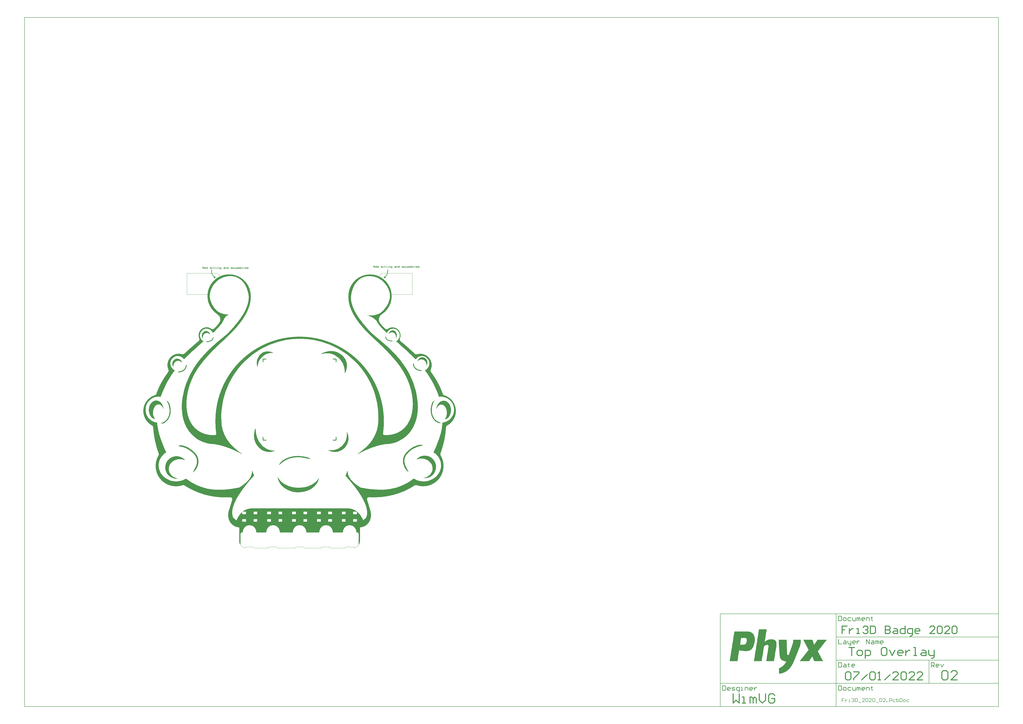
<source format=gto>
G04*
G04 #@! TF.GenerationSoftware,Altium Limited,Altium Designer,22.0.2 (36)*
G04*
G04 Layer_Color=65535*
%FSLAX25Y25*%
%MOIN*%
G70*
G04*
G04 #@! TF.SameCoordinates,D6E2960D-4B62-4AB4-87A3-9FF5B50C98D5*
G04*
G04*
G04 #@! TF.FilePolarity,Positive*
G04*
G01*
G75*
%ADD10C,0.01181*%
%ADD11C,0.00787*%
%ADD12C,0.01575*%
%ADD13C,0.00591*%
%ADD14C,0.00984*%
%ADD15C,0.00394*%
G36*
X-119337Y464393D02*
X-118809Y464385D01*
X-118282Y464369D01*
X-117754Y464345D01*
X-117227Y464315D01*
X-116700Y464276D01*
X-116174Y464230D01*
X-115649Y464176D01*
X-115125Y464115D01*
X-114601Y464046D01*
X-114079Y463970D01*
X-113558Y463886D01*
X-113038Y463794D01*
X-112519Y463696D01*
X-112002Y463589D01*
X-111486Y463476D01*
X-110972Y463354D01*
X-110460Y463226D01*
X-109950Y463090D01*
X-109442Y462947D01*
X-108936Y462796D01*
X-108432Y462638D01*
X-107930Y462473D01*
X-107431Y462301D01*
X-106935Y462121D01*
X-106441Y461935D01*
X-105949Y461741D01*
X-105461Y461541D01*
X-104976Y461333D01*
X-104493Y461118D01*
X-104014Y460896D01*
X-103538Y460668D01*
X-103066Y460432D01*
X-102596Y460190D01*
X-102131Y459941D01*
X-101669Y459686D01*
X-101210Y459424D01*
X-100756Y459155D01*
X-100305Y458880D01*
X-99859Y458598D01*
X-99416Y458310D01*
X-98978Y458015D01*
X-98544Y457715D01*
X-98115Y457408D01*
X-97689Y457094D01*
X-97269Y456775D01*
X-96853Y456450D01*
X-96442Y456119D01*
X-96035Y455782D01*
X-95634Y455439D01*
X-95237Y455090D01*
X-94846Y454736D01*
X-94460Y454376D01*
X-94079Y454010D01*
X-93703Y453639D01*
X-93332Y453263D01*
X-92967Y452881D01*
X-92608Y452494D01*
X-92254Y452103D01*
X-91906Y451706D01*
X-91564Y451304D01*
X-91228Y450897D01*
X-90897Y450485D01*
X-90572Y450069D01*
X-90254Y449648D01*
X-89941Y449222D01*
X-89635Y448792D01*
X-89335Y448358D01*
X-89041Y447919D01*
X-88753Y447476D01*
X-88472Y447029D01*
X-88198Y446578D01*
X-87929Y446123D01*
X-87668Y445665D01*
X-87413Y445202D01*
X-87165Y444736D01*
X-86923Y444267D01*
X-86689Y443794D01*
X-86461Y443317D01*
X-86240Y442838D01*
X-86026Y442355D01*
X-85819Y441869D01*
X-85619Y441381D01*
X-85426Y440889D01*
X-85240Y440395D01*
X-85061Y439898D01*
X-84890Y439399D01*
X-84725Y438897D01*
X-84569Y438393D01*
X-84419Y437887D01*
X-84276Y437378D01*
X-84141Y436868D01*
X-84013Y436356D01*
X-83893Y435842D01*
X-83780Y435326D01*
X-83674Y434808D01*
X-83576Y434290D01*
X-83486Y433769D01*
X-83403Y433248D01*
X-83327Y432725D01*
X-83259Y432202D01*
X-83198Y431677D01*
X-83145Y431152D01*
X-83100Y430626D01*
X-83062Y430099D01*
X-83032Y429572D01*
X-83010Y429045D01*
X-82995Y428517D01*
X-82987Y427989D01*
X-82987Y427725D01*
X-82987D01*
X-82987Y427725D01*
X-82987Y427030D01*
X-82982Y426808D01*
X-82977Y426362D01*
X-82976Y425916D01*
X-82979Y425471D01*
X-82987Y425025D01*
X-83000Y424580D01*
X-83016Y424134D01*
X-83038Y423689D01*
X-83064Y423244D01*
X-83094Y422800D01*
X-83128Y422355D01*
X-83167Y421911D01*
X-83189Y421690D01*
X-83213Y421449D01*
X-83265Y420968D01*
X-83321Y420488D01*
X-83382Y420009D01*
X-83448Y419530D01*
X-83518Y419052D01*
X-83593Y418574D01*
X-83672Y418097D01*
X-83756Y417621D01*
X-83844Y417146D01*
X-83937Y416672D01*
X-84034Y416198D01*
X-84085Y415962D01*
X-84141Y415704D01*
X-84257Y415189D01*
X-84377Y414675D01*
X-84502Y414162D01*
X-84632Y413650D01*
X-84766Y413139D01*
X-84904Y412630D01*
X-85047Y412122D01*
X-85195Y411615D01*
X-85347Y411109D01*
X-85504Y410605D01*
X-85665Y410103D01*
X-85747Y409852D01*
X-85838Y409577D01*
X-86024Y409028D01*
X-86215Y408480D01*
X-86410Y407935D01*
X-86610Y407390D01*
X-86814Y406848D01*
X-87022Y406307D01*
X-87235Y405768D01*
X-87453Y405231D01*
X-87674Y404695D01*
X-87900Y404161D01*
X-88131Y403629D01*
X-88377Y403073D01*
X-88640Y402490D01*
X-88907Y401910D01*
X-89179Y401332D01*
X-89455Y400756D01*
X-89735Y400182D01*
X-90019Y399610D01*
X-90308Y399041D01*
X-90601Y398473D01*
X-90898Y397908D01*
X-91199Y397345D01*
X-91504Y396784D01*
X-91659Y396504D01*
X-91830Y396196D01*
X-92176Y395582D01*
X-92526Y394970D01*
X-92880Y394360D01*
X-93238Y393752D01*
X-93600Y393147D01*
X-93967Y392545D01*
X-94337Y391945D01*
X-94711Y391347D01*
X-95090Y390752D01*
X-95472Y390160D01*
X-95858Y389570D01*
X-96053Y389277D01*
X-96269Y388952D01*
X-96704Y388306D01*
X-97142Y387663D01*
X-97585Y387022D01*
X-98032Y386383D01*
X-98482Y385748D01*
X-98936Y385115D01*
X-99394Y384485D01*
X-99856Y383858D01*
X-100322Y383234D01*
X-100791Y382612D01*
X-101264Y381993D01*
X-101503Y381685D01*
X-101766Y381345D01*
X-102296Y380668D01*
X-102830Y379994D01*
X-103367Y379323D01*
X-103908Y378654D01*
X-104452Y377989D01*
X-105000Y377326D01*
X-105552Y376666D01*
X-106107Y376010D01*
X-106666Y375356D01*
X-107229Y374706D01*
X-107795Y374058D01*
X-108077Y373739D01*
X-108079Y373736D01*
X-108079Y373736D01*
X-108079Y373736D01*
X-108476Y373289D01*
X-109275Y372400D01*
X-110078Y371516D01*
X-110886Y370636D01*
X-111699Y369760D01*
X-112517Y368889D01*
X-113340Y368023D01*
X-114168Y367161D01*
X-115000Y366303D01*
X-115837Y365450D01*
X-116679Y364602D01*
X-117525Y363759D01*
X-118376Y362920D01*
X-119231Y362086D01*
X-120092Y361256D01*
X-120956Y360432D01*
X-121826Y359612D01*
X-122699Y358797D01*
X-123578Y357986D01*
X-124460Y357181D01*
X-124904Y356781D01*
X-124904D01*
X-124904Y356781D01*
X-129908Y352230D01*
X-130542Y351646D01*
X-131807Y350474D01*
X-133068Y349297D01*
X-134326Y348117D01*
X-135579Y346932D01*
X-136828Y345742D01*
X-138073Y344549D01*
X-139313Y343351D01*
X-139932Y342750D01*
X-139932Y342750D01*
Y342750D01*
X-144867Y337869D01*
X-145475Y337257D01*
X-146687Y336027D01*
X-147893Y334792D01*
X-149094Y333551D01*
X-149692Y332928D01*
X-149987Y332620D01*
X-150576Y332002D01*
X-151163Y331383D01*
X-151749Y330763D01*
X-152333Y330140D01*
X-152916Y329517D01*
X-153497Y328891D01*
X-154076Y328264D01*
X-154365Y327951D01*
X-154648Y327642D01*
X-155213Y327023D01*
X-155777Y326403D01*
X-156338Y325781D01*
X-156898Y325157D01*
X-157456Y324532D01*
X-158012Y323905D01*
X-158566Y323276D01*
X-158842Y322961D01*
X-158842Y322961D01*
Y322961D01*
X-159111Y322654D01*
X-159647Y322037D01*
X-160181Y321419D01*
X-160713Y320799D01*
X-161243Y320177D01*
X-161771Y319553D01*
X-162296Y318927D01*
X-162820Y318300D01*
X-163080Y317985D01*
X-163410Y317587D01*
X-164066Y316788D01*
X-164718Y315985D01*
X-165365Y315178D01*
X-166007Y314367D01*
X-166644Y313553D01*
X-167276Y312735D01*
X-167904Y311913D01*
X-168527Y311087D01*
X-169145Y310258D01*
X-169757Y309425D01*
X-170366Y308589D01*
X-170668Y308170D01*
X-170903Y307839D01*
X-171371Y307175D01*
X-171834Y306507D01*
X-172292Y305837D01*
X-172746Y305164D01*
X-173196Y304487D01*
X-173641Y303808D01*
X-174081Y303125D01*
X-174517Y302440D01*
X-174948Y301751D01*
X-175374Y301060D01*
X-175795Y300366D01*
X-176213Y299669D01*
X-176625Y298969D01*
X-177032Y298267D01*
X-177435Y297561D01*
X-177833Y296853D01*
X-178226Y296143D01*
X-178614Y295429D01*
X-178998Y294713D01*
X-179188Y294354D01*
X-179188Y294354D01*
X-179188Y294354D01*
X-179389Y293973D01*
X-179787Y293208D01*
X-180179Y292439D01*
X-180566Y291668D01*
X-180947Y290894D01*
X-181322Y290118D01*
X-181691Y289338D01*
X-182055Y288556D01*
X-182412Y287771D01*
X-182764Y286984D01*
X-183110Y286193D01*
X-183451Y285401D01*
X-183785Y284606D01*
X-184114Y283808D01*
X-184436Y283008D01*
X-184753Y282206D01*
X-185063Y281401D01*
X-185368Y280594D01*
X-185667Y279785D01*
X-185959Y278974D01*
X-186246Y278160D01*
X-186527Y277344D01*
X-186801Y276527D01*
X-187070Y275707D01*
X-187332Y274885D01*
X-187589Y274062D01*
X-187839Y273236D01*
X-188083Y272409D01*
X-188321Y271580D01*
X-188553Y270749D01*
X-188779Y269917D01*
X-188998Y269082D01*
X-189212Y268247D01*
X-189419Y267409D01*
X-189620Y266570D01*
X-189814Y265730D01*
X-189909Y265309D01*
X-189988Y264954D01*
X-190141Y264242D01*
X-190289Y263529D01*
X-190431Y262815D01*
X-190569Y262100D01*
X-190701Y261383D01*
X-190828Y260666D01*
X-190950Y259948D01*
X-191067Y259230D01*
X-191179Y258510D01*
X-191285Y257789D01*
X-191386Y257068D01*
X-191482Y256346D01*
X-191573Y255624D01*
X-191659Y254901D01*
X-191739Y254177D01*
X-191814Y253452D01*
X-191884Y252728D01*
X-191949Y252002D01*
X-192008Y251276D01*
X-192036Y250913D01*
X-192036D01*
X-192036Y250913D01*
X-192061Y250570D01*
X-192107Y249883D01*
X-192148Y249196D01*
X-192183Y248508D01*
X-192212Y247820D01*
X-192236Y247132D01*
X-192254Y246444D01*
X-192267Y245755D01*
X-192274Y245067D01*
X-192276Y244378D01*
X-192272Y243689D01*
X-192262Y243001D01*
X-192247Y242313D01*
X-192227Y241624D01*
X-192200Y240936D01*
X-192168Y240248D01*
X-192131Y239561D01*
X-192088Y238874D01*
X-192039Y238187D01*
X-191985Y237501D01*
X-191956Y237158D01*
X-191927Y236836D01*
X-191866Y236192D01*
X-191798Y235549D01*
X-191724Y234907D01*
X-191644Y234265D01*
X-191558Y233625D01*
X-191466Y232985D01*
X-191368Y232346D01*
X-191263Y231708D01*
X-191153Y231071D01*
X-191037Y230435D01*
X-190914Y229800D01*
X-190786Y229167D01*
X-190651Y228534D01*
X-190511Y227903D01*
X-190364Y227274D01*
X-190212Y226645D01*
X-190054Y226019D01*
X-189889Y225394D01*
X-189719Y224770D01*
X-189632Y224459D01*
X-189548Y224166D01*
X-189376Y223583D01*
X-189198Y223002D01*
X-189012Y222423D01*
X-188820Y221846D01*
X-188622Y221271D01*
X-188417Y220699D01*
X-188206Y220129D01*
X-187988Y219562D01*
X-187763Y218996D01*
X-187532Y218434D01*
X-187295Y217874D01*
X-187052Y217317D01*
X-186802Y216763D01*
X-186546Y216212D01*
X-186283Y215663D01*
X-186015Y215118D01*
X-185740Y214576D01*
X-185459Y214036D01*
X-185171Y213500D01*
X-185026Y213234D01*
X-184892Y212988D01*
X-184619Y212498D01*
X-184340Y212013D01*
X-184054Y211531D01*
X-183762Y211054D01*
X-183463Y210580D01*
X-183158Y210110D01*
X-182846Y209645D01*
X-182528Y209184D01*
X-182203Y208728D01*
X-181873Y208276D01*
X-181536Y207828D01*
X-181193Y207385D01*
X-180844Y206947D01*
X-180489Y206514D01*
X-180128Y206086D01*
X-179762Y205662D01*
X-179389Y205244D01*
X-179011Y204831D01*
X-178627Y204423D01*
X-178238Y204021D01*
X-177843Y203623D01*
X-177443Y203232D01*
X-177037Y202845D01*
X-176627Y202465D01*
X-176210Y202090D01*
X-175789Y201720D01*
X-175363Y201357D01*
X-174932Y200999D01*
X-174496Y200648D01*
X-174056Y200302D01*
X-173610Y199962D01*
X-173160Y199629D01*
X-172706Y199302D01*
X-172247Y198981D01*
X-171783Y198666D01*
X-171316Y198358D01*
X-170844Y198056D01*
X-170368Y197761D01*
X-169888Y197472D01*
X-169404Y197190D01*
X-168917Y196914D01*
X-168426Y196645D01*
X-167930Y196383D01*
X-167432Y196128D01*
X-166930Y195880D01*
X-166425Y195638D01*
X-165916Y195404D01*
X-165404Y195176D01*
X-164889Y194956D01*
X-164372Y194743D01*
X-163851Y194536D01*
X-163327Y194337D01*
X-162801Y194145D01*
X-162273Y193960D01*
X-161741Y193783D01*
X-161208Y193613D01*
X-160672Y193450D01*
X-160134Y193295D01*
X-159594Y193147D01*
X-159052Y193006D01*
X-158508Y192873D01*
X-157962Y192747D01*
X-157414Y192629D01*
X-157140Y192572D01*
X-156868Y192515D01*
X-156324Y192404D01*
X-155778Y192300D01*
X-155231Y192200D01*
X-154684Y192106D01*
X-154135Y192018D01*
X-153586Y191936D01*
X-153035Y191859D01*
X-152485Y191787D01*
X-151933Y191722D01*
X-151380Y191662D01*
X-150828Y191607D01*
X-150274Y191559D01*
X-149720Y191515D01*
X-149166Y191478D01*
X-148611Y191446D01*
X-148056Y191420D01*
X-147501Y191400D01*
X-146945Y191385D01*
X-146390Y191376D01*
X-145834Y191373D01*
X-145279Y191375D01*
X-144723Y191383D01*
X-144168Y191397D01*
X-143890Y191406D01*
X-143822Y191409D01*
X-143686Y191421D01*
X-143551Y191441D01*
X-143418Y191467D01*
X-143286Y191501D01*
X-143155Y191541D01*
X-143028Y191588D01*
X-142902Y191641D01*
X-142780Y191702D01*
X-142661Y191768D01*
X-142546Y191841D01*
X-142435Y191919D01*
X-142327Y192004D01*
X-142225Y192093D01*
X-142128Y192189D01*
X-142035Y192288D01*
X-141991Y192340D01*
X-141948Y192393D01*
X-141866Y192502D01*
X-141791Y192616D01*
X-141721Y192733D01*
X-141658Y192853D01*
X-141601Y192977D01*
X-141550Y193104D01*
X-141507Y193233D01*
X-141470Y193364D01*
X-141440Y193497D01*
X-141417Y193631D01*
X-141401Y193766D01*
X-141392Y193902D01*
X-141391Y194039D01*
X-141396Y194175D01*
X-141409Y194310D01*
X-141418Y194378D01*
X-141418Y194378D01*
X-141487Y194873D01*
X-141618Y195863D01*
X-141742Y196854D01*
X-141860Y197846D01*
X-141970Y198839D01*
X-142074Y199833D01*
X-142171Y200827D01*
X-142261Y201822D01*
X-142344Y202818D01*
X-142421Y203814D01*
X-142490Y204811D01*
X-142553Y205808D01*
X-142609Y206805D01*
X-142658Y207803D01*
X-142700Y208801D01*
X-142735Y209800D01*
X-142763Y210798D01*
X-142784Y211797D01*
X-142799Y212796D01*
X-142806Y213795D01*
X-142807Y214295D01*
X-142812Y214817D01*
X-142814Y215863D01*
X-142809Y216909D01*
X-142797Y217954D01*
X-142777Y219000D01*
X-142749Y220045D01*
X-142713Y221090D01*
X-142670Y222135D01*
X-142619Y223179D01*
X-142560Y224223D01*
X-142494Y225267D01*
X-142420Y226310D01*
X-142339Y227352D01*
X-142250Y228394D01*
X-142153Y229435D01*
X-142049Y230476D01*
X-141937Y231515D01*
X-141817Y232554D01*
X-141690Y233592D01*
X-141556Y234629D01*
X-141413Y235665D01*
X-141263Y236700D01*
X-141106Y237733D01*
X-140941Y238766D01*
X-140769Y239797D01*
X-140588Y240827D01*
X-140401Y241856D01*
X-140206Y242883D01*
X-140003Y243909D01*
X-139793Y244933D01*
X-139575Y245956D01*
X-139350Y246977D01*
X-139118Y247997D01*
X-138877Y249014D01*
X-138630Y250030D01*
X-138375Y251044D01*
X-138113Y252057D01*
X-137843Y253067D01*
X-137566Y254075D01*
X-137282Y255081D01*
X-136990Y256085D01*
X-136690Y257087D01*
X-136384Y258087D01*
X-136070Y259085D01*
X-135749Y260080D01*
X-135421Y261072D01*
X-135085Y262063D01*
X-134742Y263051D01*
X-134392Y264036D01*
X-134035Y265019D01*
X-133670Y265999D01*
X-133299Y266976D01*
X-132920Y267951D01*
X-132534Y268922D01*
X-132141Y269891D01*
X-131741Y270858D01*
X-131334Y271821D01*
X-130920Y272781D01*
X-130499Y273738D01*
X-130070Y274692D01*
X-129635Y275642D01*
X-129193Y276590D01*
X-128744Y277534D01*
X-128288Y278475D01*
X-127825Y279413D01*
X-127356Y280347D01*
X-126879Y281278D01*
X-126396Y282205D01*
X-125906Y283129D01*
X-125409Y284049D01*
X-124906Y284966D01*
X-124396Y285878D01*
X-123879Y286787D01*
X-123355Y287692D01*
X-122825Y288594D01*
X-122288Y289491D01*
X-121745Y290385D01*
X-121195Y291274D01*
X-120639Y292160D01*
X-120076Y293041D01*
X-119507Y293918D01*
X-118932Y294791D01*
X-118350Y295660D01*
X-117761Y296524D01*
X-117167Y297384D01*
X-116566Y298240D01*
X-115959Y299091D01*
X-115346Y299938D01*
X-114726Y300781D01*
X-114100Y301619D01*
X-113469Y302452D01*
X-112831Y303280D01*
X-112187Y304104D01*
X-111537Y304923D01*
X-110881Y305738D01*
X-110219Y306547D01*
X-109552Y307352D01*
X-108878Y308152D01*
X-108198Y308946D01*
X-107513Y309736D01*
X-106822Y310521D01*
X-106126Y311301D01*
X-105423Y312075D01*
X-104715Y312845D01*
X-104001Y313609D01*
X-103282Y314368D01*
X-102557Y315122D01*
X-101827Y315870D01*
X-101091Y316613D01*
X-100350Y317351D01*
X-99604Y318083D01*
X-98852Y318810D01*
X-98095Y319531D01*
X-97332Y320246D01*
X-96565Y320956D01*
X-95792Y321661D01*
X-95014Y322359D01*
X-94231Y323052D01*
X-93443Y323740D01*
X-92650Y324421D01*
X-91852Y325097D01*
X-91049Y325766D01*
X-90241Y326430D01*
X-89428Y327088D01*
X-88611Y327740D01*
X-87788Y328386D01*
X-86962Y329026D01*
X-86130Y329660D01*
X-85294Y330288D01*
X-84453Y330910D01*
X-83608Y331525D01*
X-82758Y332134D01*
X-81903Y332737D01*
X-81045Y333334D01*
X-80182Y333925D01*
X-79315Y334509D01*
X-78443Y335086D01*
X-77567Y335658D01*
X-76688Y336223D01*
X-75804Y336781D01*
X-74915Y337333D01*
X-74023Y337879D01*
X-73127Y338418D01*
X-72227Y338950D01*
X-71776Y339213D01*
X-71324Y339476D01*
X-70416Y339995D01*
X-69504Y340508D01*
X-68589Y341014D01*
X-67671Y341513D01*
X-66748Y342005D01*
X-65822Y342491D01*
X-64893Y342969D01*
X-63959Y343442D01*
X-63023Y343907D01*
X-62083Y344365D01*
X-61140Y344816D01*
X-60194Y345261D01*
X-59244Y345698D01*
X-58291Y346129D01*
X-57335Y346553D01*
X-56376Y346969D01*
X-55414Y347379D01*
X-54449Y347781D01*
X-53481Y348177D01*
X-52510Y348565D01*
X-51536Y348946D01*
X-50560Y349321D01*
X-49581Y349688D01*
X-48599Y350047D01*
X-47614Y350400D01*
X-46628Y350745D01*
X-45638Y351083D01*
X-44646Y351414D01*
X-43652Y351738D01*
X-42655Y352054D01*
X-41656Y352363D01*
X-40655Y352665D01*
X-39652Y352959D01*
X-38646Y353246D01*
X-37639Y353526D01*
X-36629Y353798D01*
X-35618Y354063D01*
X-34604Y354321D01*
X-33589Y354571D01*
X-32572Y354814D01*
X-31553Y355049D01*
X-30532Y355276D01*
X-29510Y355497D01*
X-28486Y355709D01*
X-27461Y355915D01*
X-26434Y356112D01*
X-25406Y356303D01*
X-24377Y356485D01*
X-23346Y356661D01*
X-22314Y356828D01*
X-21280Y356988D01*
X-20246Y357141D01*
X-19210Y357286D01*
X-18174Y357423D01*
X-17136Y357553D01*
X-16098Y357675D01*
X-15058Y357789D01*
X-14018Y357896D01*
X-12977Y357996D01*
X-11936Y358087D01*
X-10893Y358171D01*
X-9850Y358248D01*
X-8807Y358317D01*
X-7763Y358378D01*
X-6719Y358431D01*
X-5674Y358477D01*
X-4629Y358516D01*
X-3584Y358546D01*
X-2539Y358569D01*
X-1493Y358584D01*
X-448Y358592D01*
X598Y358592D01*
X1643Y358584D01*
X2689Y358569D01*
X3734Y358546D01*
X4780Y358516D01*
X5825Y358477D01*
X6869Y358431D01*
X7914Y358378D01*
X8957Y358317D01*
X10001Y358248D01*
X11044Y358171D01*
X12086Y358087D01*
X13127Y357996D01*
X14168Y357896D01*
X15209Y357789D01*
X16248Y357675D01*
X17286Y357553D01*
X18324Y357423D01*
X19361Y357286D01*
X20396Y357141D01*
X21430Y356988D01*
X22464Y356828D01*
X23496Y356661D01*
X24527Y356485D01*
X25556Y356303D01*
X26585Y356112D01*
X27611Y355915D01*
X28637Y355709D01*
X29660Y355497D01*
X30683Y355276D01*
X31703Y355049D01*
X32722Y354814D01*
X33739Y354571D01*
X34754Y354321D01*
X35768Y354063D01*
X36779Y353798D01*
X37789Y353526D01*
X38796Y353246D01*
X39802Y352959D01*
X40805Y352665D01*
X41807Y352363D01*
X42805Y352054D01*
X43802Y351738D01*
X44796Y351414D01*
X45788Y351083D01*
X46778Y350745D01*
X47765Y350400D01*
X48749Y350047D01*
X49731Y349688D01*
X50710Y349321D01*
X51686Y348946D01*
X52660Y348565D01*
X53631Y348177D01*
X54599Y347781D01*
X55564Y347379D01*
X56526Y346969D01*
X57485Y346553D01*
X58441Y346129D01*
X59394Y345698D01*
X60344Y345261D01*
X61290Y344816D01*
X62233Y344365D01*
X63173Y343907D01*
X64110Y343442D01*
X65043Y342969D01*
X65972Y342491D01*
X66898Y342005D01*
X67821Y341513D01*
X68740Y341014D01*
X69655Y340508D01*
X70566Y339995D01*
X71474Y339476D01*
X71926Y339213D01*
Y339213D01*
X71926Y339213D01*
X72378Y338950D01*
X73278Y338418D01*
X74174Y337879D01*
X75066Y337333D01*
X75954Y336781D01*
X76838Y336223D01*
X77718Y335658D01*
X78593Y335086D01*
X79465Y334509D01*
X80332Y333925D01*
X81195Y333334D01*
X82054Y332737D01*
X82908Y332134D01*
X83758Y331525D01*
X84603Y330910D01*
X85444Y330288D01*
X86280Y329660D01*
X87112Y329026D01*
X87939Y328386D01*
X88761Y327740D01*
X89578Y327088D01*
X90391Y326430D01*
X91199Y325766D01*
X92002Y325097D01*
X92800Y324421D01*
X93593Y323740D01*
X94381Y323052D01*
X95164Y322359D01*
X95942Y321661D01*
X96715Y320956D01*
X97483Y320246D01*
X98245Y319531D01*
X99002Y318810D01*
X99754Y318083D01*
X100501Y317351D01*
X101242Y316613D01*
X101977Y315870D01*
X102708Y315122D01*
X103432Y314368D01*
X104152Y313609D01*
X104865Y312845D01*
X105573Y312075D01*
X106276Y311301D01*
X106973Y310521D01*
X107664Y309736D01*
X108349Y308946D01*
X109028Y308152D01*
X109702Y307352D01*
X110370Y306547D01*
X111031Y305738D01*
X111687Y304923D01*
X112337Y304104D01*
X112981Y303280D01*
X113619Y302452D01*
X114251Y301619D01*
X114876Y300781D01*
X115496Y299938D01*
X116109Y299091D01*
X116716Y298240D01*
X117317Y297384D01*
X117912Y296524D01*
X118500Y295660D01*
X119082Y294791D01*
X119657Y293918D01*
X120227Y293041D01*
X120789Y292160D01*
X121345Y291274D01*
X121895Y290385D01*
X122439Y289491D01*
X122975Y288594D01*
X123505Y287692D01*
X124029Y286787D01*
X124546Y285878D01*
X125056Y284966D01*
X125559Y284049D01*
X126056Y283129D01*
X126546Y282205D01*
X127029Y281278D01*
X127506Y280347D01*
X127975Y279413D01*
X128438Y278475D01*
X128894Y277534D01*
X129343Y276590D01*
X129785Y275642D01*
X130220Y274692D01*
X130649Y273738D01*
X131070Y272781D01*
X131484Y271821D01*
X131891Y270858D01*
X132291Y269891D01*
X132684Y268922D01*
X133070Y267951D01*
X133449Y266976D01*
X133820Y265999D01*
X134185Y265019D01*
X134542Y264036D01*
X134892Y263051D01*
X135235Y262063D01*
X135571Y261072D01*
X135899Y260080D01*
X136220Y259085D01*
X136534Y258087D01*
X136841Y257087D01*
X137140Y256085D01*
X137432Y255081D01*
X137716Y254075D01*
X137993Y253067D01*
X138263Y252057D01*
X138525Y251044D01*
X138780Y250030D01*
X139028Y249014D01*
X139268Y247997D01*
X139500Y246977D01*
X139725Y245956D01*
X139943Y244933D01*
X140153Y243909D01*
X140356Y242883D01*
X140551Y241856D01*
X140739Y240827D01*
X140919Y239797D01*
X141091Y238766D01*
X141256Y237733D01*
X141414Y236700D01*
X141564Y235665D01*
X141706Y234629D01*
X141841Y233592D01*
X141968Y232554D01*
X142087Y231515D01*
X142199Y230476D01*
X142303Y229435D01*
X142400Y228394D01*
X142489Y227352D01*
X142570Y226310D01*
X142644Y225267D01*
X142710Y224223D01*
X142769Y223179D01*
X142820Y222135D01*
X142863Y221090D01*
X142899Y220045D01*
X142927Y219000D01*
X142947Y217954D01*
X142960Y216909D01*
X142965Y215863D01*
X142962Y214817D01*
X142957Y214295D01*
X142956Y213795D01*
X142949Y212796D01*
X142934Y211797D01*
X142913Y210798D01*
X142885Y209800D01*
X142850Y208801D01*
X142808Y207803D01*
X142759Y206805D01*
X142703Y205808D01*
X142640Y204811D01*
X142571Y203814D01*
X142495Y202818D01*
X142411Y201822D01*
X142321Y200827D01*
X142224Y199833D01*
X142121Y198839D01*
X142010Y197846D01*
X141892Y196854D01*
X141768Y195863D01*
X141637Y194873D01*
X141568Y194378D01*
X141559Y194310D01*
X141546Y194175D01*
X141541Y194039D01*
X141542Y193902D01*
X141551Y193766D01*
X141567Y193631D01*
X141590Y193497D01*
X141620Y193364D01*
X141657Y193233D01*
X141700Y193104D01*
X141751Y192977D01*
X141808Y192853D01*
X141871Y192733D01*
X141941Y192616D01*
X142016Y192502D01*
X142098Y192393D01*
X142141Y192340D01*
X142141D01*
X142185Y192288D01*
X142278Y192189D01*
X142375Y192093D01*
X142478Y192004D01*
X142585Y191919D01*
X142696Y191841D01*
X142811Y191768D01*
X142930Y191702D01*
X143052Y191641D01*
X143178Y191588D01*
X143306Y191541D01*
X143436Y191501D01*
X143568Y191467D01*
X143702Y191441D01*
X143836Y191421D01*
X143972Y191409D01*
X144040Y191406D01*
X144318Y191397D01*
X144873Y191383D01*
X145429Y191375D01*
X145984Y191373D01*
X146540Y191376D01*
X147096Y191385D01*
X147651Y191400D01*
X148206Y191420D01*
X148761Y191446D01*
X149316Y191478D01*
X149870Y191515D01*
X150424Y191559D01*
X150978Y191607D01*
X151531Y191662D01*
X152083Y191722D01*
X152635Y191787D01*
X153186Y191859D01*
X153736Y191936D01*
X154285Y192018D01*
X154834Y192106D01*
X155382Y192200D01*
X155928Y192300D01*
X156474Y192404D01*
X157018Y192515D01*
X157290Y192572D01*
X157559Y192628D01*
X158096Y192745D01*
X158631Y192868D01*
X159165Y192999D01*
X159697Y193138D01*
X160227Y193283D01*
X160754Y193435D01*
X161280Y193595D01*
X161804Y193761D01*
X162325Y193934D01*
X162844Y194115D01*
X163361Y194302D01*
X163874Y194496D01*
X164386Y194697D01*
X164894Y194905D01*
X165400Y195120D01*
X165903Y195342D01*
X166402Y195570D01*
X166899Y195805D01*
X167393Y196046D01*
X167883Y196295D01*
X168370Y196549D01*
X168853Y196811D01*
X169333Y197078D01*
X169809Y197352D01*
X170281Y197633D01*
X170750Y197919D01*
X171215Y198213D01*
X171676Y198512D01*
X172132Y198817D01*
X172585Y199128D01*
X173033Y199446D01*
X173477Y199769D01*
X173917Y200099D01*
X174352Y200434D01*
X174783Y200775D01*
X175209Y201122D01*
X175630Y201475D01*
X176047Y201833D01*
X176459Y202196D01*
X176866Y202566D01*
X177268Y202940D01*
X177665Y203320D01*
X178056Y203705D01*
X178250Y203900D01*
X178453Y204109D01*
X178854Y204532D01*
X179250Y204960D01*
X179640Y205394D01*
X180024Y205832D01*
X180402Y206276D01*
X180773Y206725D01*
X181139Y207178D01*
X181499Y207637D01*
X181853Y208100D01*
X182200Y208568D01*
X182541Y209041D01*
X182876Y209518D01*
X183204Y210000D01*
X183526Y210486D01*
X183841Y210977D01*
X184149Y211471D01*
X184451Y211970D01*
X184746Y212473D01*
X185034Y212979D01*
X185176Y213234D01*
X185322Y213500D01*
X185609Y214036D01*
X185890Y214576D01*
X186165Y215118D01*
X186433Y215663D01*
X186696Y216212D01*
X186952Y216763D01*
X187202Y217317D01*
X187445Y217874D01*
X187683Y218434D01*
X187914Y218996D01*
X188138Y219562D01*
X188356Y220129D01*
X188567Y220699D01*
X188772Y221271D01*
X188971Y221846D01*
X189162Y222423D01*
X189348Y223002D01*
X189526Y223583D01*
X189698Y224166D01*
X189782Y224459D01*
X189869Y224770D01*
X190040Y225394D01*
X190204Y226019D01*
X190362Y226645D01*
X190515Y227274D01*
X190661Y227903D01*
X190802Y228534D01*
X190936Y229167D01*
X191064Y229800D01*
X191187Y230435D01*
X191303Y231071D01*
X191413Y231708D01*
X191518Y232346D01*
X191616Y232985D01*
X191708Y233625D01*
X191794Y234265D01*
X191874Y234907D01*
X191948Y235549D01*
X192016Y236192D01*
X192078Y236836D01*
X192106Y237158D01*
X192106D01*
X192135Y237501D01*
X192189Y238187D01*
X192238Y238874D01*
X192281Y239561D01*
X192318Y240248D01*
X192350Y240936D01*
X192377Y241624D01*
X192397Y242313D01*
X192413Y243001D01*
X192422Y243689D01*
X192426Y244378D01*
X192425Y245067D01*
X192418Y245755D01*
X192405Y246444D01*
X192386Y247132D01*
X192363Y247820D01*
X192333Y248508D01*
X192298Y249196D01*
X192257Y249883D01*
X192211Y250570D01*
X192186Y250913D01*
X192158Y251276D01*
X192099Y252002D01*
X192034Y252728D01*
X191964Y253452D01*
X191889Y254177D01*
X191809Y254901D01*
X191723Y255624D01*
X191632Y256346D01*
X191536Y257068D01*
X191435Y257789D01*
X191329Y258510D01*
X191217Y259229D01*
X191100Y259948D01*
X190978Y260666D01*
X190851Y261383D01*
X190719Y262100D01*
X190581Y262815D01*
X190439Y263529D01*
X190291Y264242D01*
X190138Y264954D01*
X190060Y265309D01*
X189959Y265753D01*
X189751Y266638D01*
X189537Y267522D01*
X189316Y268405D01*
X189089Y269285D01*
X188855Y270164D01*
X188613Y271041D01*
X188366Y271916D01*
X188111Y272789D01*
X187850Y273661D01*
X187582Y274530D01*
X187307Y275397D01*
X187026Y276262D01*
X186738Y277125D01*
X186444Y277985D01*
X186143Y278843D01*
X185835Y279699D01*
X185521Y280553D01*
X185200Y281404D01*
X184872Y282252D01*
X184538Y283098D01*
X184198Y283942D01*
X183851Y284783D01*
X183498Y285621D01*
X183138Y286456D01*
X182772Y287289D01*
X182400Y288118D01*
X182021Y288945D01*
X181636Y289769D01*
X181244Y290590D01*
X180846Y291408D01*
X180442Y292223D01*
X180032Y293034D01*
X179615Y293843D01*
X179192Y294648D01*
X178763Y295450D01*
X178328Y296249D01*
X177887Y297044D01*
X177440Y297836D01*
X176986Y298625D01*
X176527Y299410D01*
X176061Y300191D01*
X175590Y300969D01*
X175113Y301743D01*
X174629Y302513D01*
X174140Y303280D01*
X173645Y304043D01*
X173144Y304802D01*
X172637Y305557D01*
X172125Y306309D01*
X171606Y307056D01*
X171082Y307799D01*
X170818Y308170D01*
X170595Y308478D01*
X170147Y309092D01*
X169695Y309705D01*
X169241Y310315D01*
X168785Y310923D01*
X168325Y311529D01*
X167862Y312133D01*
X167397Y312735D01*
X167163Y313035D01*
X166919Y313347D01*
X166429Y313969D01*
X165937Y314589D01*
X165442Y315207D01*
X164945Y315824D01*
X164446Y316438D01*
X163944Y317050D01*
X163439Y317661D01*
X163186Y317965D01*
Y317965D01*
X162924Y318279D01*
X162398Y318906D01*
X161870Y319531D01*
X161340Y320154D01*
X160809Y320775D01*
X160274Y321394D01*
X159738Y322012D01*
X159200Y322628D01*
X158930Y322935D01*
X158653Y323250D01*
X158097Y323878D01*
X157539Y324504D01*
X156979Y325129D01*
X156418Y325752D01*
X155855Y326374D01*
X155289Y326994D01*
X154723Y327612D01*
X154439Y327921D01*
X154149Y328234D01*
X153568Y328861D01*
X152986Y329486D01*
X152402Y330109D01*
X151817Y330731D01*
X151230Y331352D01*
X150641Y331971D01*
X150051Y332589D01*
X149755Y332897D01*
X149156Y333519D01*
X147954Y334760D01*
X146746Y335996D01*
X145533Y337226D01*
X144924Y337839D01*
X144924Y337840D01*
X139988Y342724D01*
X134990Y347525D01*
X134371Y348110D01*
X133130Y349278D01*
X131886Y350442D01*
X130639Y351603D01*
X129388Y352760D01*
X128135Y353913D01*
X126877Y355063D01*
X125616Y356209D01*
X124985Y356781D01*
Y356781D01*
X124597Y357130D01*
X123826Y357832D01*
X123057Y358538D01*
X122292Y359247D01*
X121529Y359959D01*
X120770Y360675D01*
X120014Y361393D01*
X119261Y362116D01*
X118512Y362841D01*
X117765Y363570D01*
X117022Y364302D01*
X116281Y365037D01*
X115913Y365406D01*
X115578Y365742D01*
X114912Y366416D01*
X114249Y367093D01*
X113589Y367774D01*
X112932Y368458D01*
X112279Y369145D01*
X111629Y369835D01*
X110983Y370529D01*
X110340Y371225D01*
X109700Y371925D01*
X109064Y372628D01*
X108431Y373334D01*
X108117Y373688D01*
X107831Y374010D01*
X107264Y374656D01*
X106700Y375305D01*
X106140Y375957D01*
X105583Y376612D01*
X105030Y377270D01*
X104480Y377932D01*
X103934Y378596D01*
X103392Y379263D01*
X102853Y379933D01*
X102318Y380606D01*
X101787Y381282D01*
X101523Y381621D01*
X101284Y381928D01*
X100810Y382546D01*
X100339Y383167D01*
X99872Y383790D01*
X99409Y384416D01*
X98950Y385045D01*
X98495Y385676D01*
X98043Y386311D01*
X97596Y386948D01*
X97152Y387588D01*
X96712Y388230D01*
X96276Y388876D01*
X96060Y389199D01*
X96060Y389199D01*
X96060D01*
X95864Y389493D01*
X95477Y390082D01*
X95094Y390673D01*
X94714Y391267D01*
X94339Y391864D01*
X93968Y392463D01*
X93601Y393065D01*
X93238Y393669D01*
X92879Y394276D01*
X92524Y394884D01*
X92173Y395496D01*
X91826Y396110D01*
X91655Y396418D01*
X91500Y396697D01*
X91193Y397257D01*
X90892Y397819D01*
X90594Y398384D01*
X90300Y398951D01*
X90011Y399520D01*
X89726Y400091D01*
X89445Y400665D01*
X89169Y401240D01*
X88897Y401818D01*
X88629Y402397D01*
X88365Y402979D01*
X88118Y403535D01*
X87887Y404067D01*
X87661Y404600D01*
X87439Y405135D01*
X87221Y405672D01*
X87008Y406210D01*
X86799Y406751D01*
X86594Y407293D01*
X86394Y407837D01*
X86199Y408382D01*
X86008Y408929D01*
X85821Y409478D01*
X85730Y409753D01*
X85730Y409753D01*
X85647Y410003D01*
X85486Y410505D01*
X85329Y411009D01*
X85177Y411514D01*
X85029Y412021D01*
X84886Y412529D01*
X84747Y413038D01*
X84613Y413548D01*
X84483Y414059D01*
X84358Y414572D01*
X84237Y415086D01*
X84121Y415600D01*
X84066Y415858D01*
X84006Y416130D01*
X83892Y416676D01*
X83786Y417222D01*
X83685Y417770D01*
X83591Y418319D01*
X83504Y418869D01*
X83423Y419421D01*
X83349Y419973D01*
X83281Y420526D01*
X83219Y421079D01*
X83164Y421634D01*
X83116Y422189D01*
X83074Y422744D01*
X83039Y423300D01*
X83010Y423856D01*
X82988Y424413D01*
X82973Y424970D01*
X82964Y425527D01*
X82961Y426084D01*
X82965Y426641D01*
X82971Y426919D01*
X82971Y427614D01*
X82971Y427878D01*
X82979Y428405D01*
X82994Y428933D01*
X83017Y429460D01*
X83047Y429986D01*
X83086Y430513D01*
X83131Y431038D01*
X83184Y431563D01*
X83245Y432087D01*
X83314Y432611D01*
X83389Y433133D01*
X83473Y433654D01*
X83564Y434173D01*
X83662Y434692D01*
X83768Y435209D01*
X83881Y435724D01*
X84002Y436238D01*
X84130Y436750D01*
X84265Y437259D01*
X84408Y437767D01*
X84558Y438273D01*
X84715Y438777D01*
X84879Y439278D01*
X85051Y439777D01*
X85230Y440274D01*
X85416Y440767D01*
X85609Y441258D01*
X85809Y441747D01*
X86016Y442232D01*
X86231Y442714D01*
X86452Y443193D01*
X86680Y443669D01*
X86914Y444141D01*
X87156Y444611D01*
X87404Y445076D01*
X87659Y445538D01*
X87921Y445996D01*
X88189Y446451D01*
X88463Y446901D01*
X88744Y447348D01*
X89032Y447790D01*
X89326Y448228D01*
X89626Y448662D01*
X89932Y449092D01*
X90245Y449517D01*
X90563Y449937D01*
X90888Y450353D01*
X91219Y450765D01*
X91555Y451171D01*
X91897Y451573D01*
X92245Y451969D01*
X92599Y452361D01*
X92958Y452747D01*
X93323Y453128D01*
X93693Y453504D01*
X94069Y453875D01*
X94450Y454240D01*
X94836Y454599D01*
X95227Y454953D01*
X95624Y455302D01*
X96025Y455644D01*
X96431Y455981D01*
X96842Y456312D01*
X97258Y456636D01*
X97679Y456955D01*
X98103Y457268D01*
X98533Y457575D01*
X98967Y457875D01*
X99405Y458169D01*
X99847Y458457D01*
X100293Y458738D01*
X100743Y459013D01*
X101198Y459282D01*
X101656Y459544D01*
X102118Y459799D01*
X102583Y460047D01*
X103052Y460289D01*
X103524Y460524D01*
X104000Y460752D01*
X104479Y460974D01*
X104961Y461188D01*
X105446Y461396D01*
X105934Y461596D01*
X106425Y461789D01*
X106919Y461976D01*
X107415Y462155D01*
X107914Y462327D01*
X108415Y462492D01*
X108919Y462649D01*
X109424Y462800D01*
X109932Y462943D01*
X110442Y463078D01*
X110954Y463207D01*
X111468Y463328D01*
X111983Y463441D01*
X112500Y463547D01*
X113018Y463646D01*
X113538Y463737D01*
X114058Y463821D01*
X114581Y463897D01*
X115104Y463966D01*
X115628Y464027D01*
X116153Y464080D01*
X116678Y464126D01*
X117205Y464165D01*
X117731Y464196D01*
X118258Y464219D01*
X118786Y464234D01*
X119313Y464243D01*
X119841Y464243D01*
X120369Y464236D01*
X120896Y464221D01*
X121423Y464199D01*
X121950Y464169D01*
X122476Y464131D01*
X123002Y464086D01*
X123527Y464034D01*
X124051Y463974D01*
X124574Y463906D01*
X125096Y463831D01*
X125618Y463748D01*
X126137Y463658D01*
X126656Y463560D01*
X127173Y463455D01*
X127688Y463342D01*
X128202Y463222D01*
X128714Y463095D01*
X129224Y462960D01*
X129733Y462818D01*
X130238Y462668D01*
X130742Y462511D01*
X131244Y462348D01*
X131743Y462177D01*
X132239Y461998D01*
X132734Y461813D01*
X133225Y461620D01*
X133713Y461421D01*
X134199Y461214D01*
X134681Y461000D01*
X135160Y460780D01*
X135637Y460553D01*
X136109Y460318D01*
X136579Y460077D01*
X137045Y459830D01*
X137507Y459575D01*
X137965Y459314D01*
X138420Y459047D01*
X138871Y458773D01*
X139318Y458492D01*
X139760Y458205D01*
X140199Y457912D01*
X140633Y457612D01*
X141063Y457306D01*
X141489Y456994D01*
X141910Y456676D01*
X142326Y456352D01*
X142738Y456022D01*
X143144Y455686D01*
X143546Y455344D01*
X143943Y454996D01*
X144335Y454643D01*
X144722Y454284D01*
X145104Y453920D01*
X145480Y453550D01*
X145851Y453175D01*
X146216Y452794D01*
X146576Y452409D01*
X146931Y452018D01*
X147280Y451622D01*
X147623Y451221D01*
X147960Y450815D01*
X148291Y450404D01*
X148616Y449989D01*
X148936Y449569D01*
X149249Y449144D01*
X149556Y448715D01*
X149857Y448282D01*
X150152Y447844D01*
X150440Y447402D01*
X150722Y446956D01*
X150997Y446506D01*
X151266Y446052D01*
X151528Y445595D01*
X151784Y445133D01*
X152033Y444668D01*
X152276Y444199D01*
X152511Y443727D01*
X152740Y443252D01*
X152962Y442773D01*
X153177Y442291D01*
X153385Y441806D01*
X153586Y441319D01*
X153683Y441073D01*
X153780Y440828D01*
X153967Y440334D01*
X154147Y439838D01*
X154319Y439340D01*
X154484Y438839D01*
X154643Y438335D01*
X154794Y437830D01*
X154937Y437322D01*
X155073Y436812D01*
X155202Y436301D01*
X155324Y435787D01*
X155438Y435272D01*
X155545Y434756D01*
X155644Y434237D01*
X155736Y433718D01*
X155820Y433197D01*
X155897Y432675D01*
X155966Y432152D01*
X156028Y431628D01*
X156082Y431103D01*
X156129Y430577D01*
X156168Y430051D01*
X156199Y429525D01*
X156223Y428997D01*
X156239Y428470D01*
X156248Y427943D01*
X156249Y427415D01*
X156242Y426887D01*
X156228Y426360D01*
X156207Y425833D01*
X156177Y425306D01*
X156140Y424780D01*
X156096Y424254D01*
X156044Y423729D01*
X155984Y423205D01*
X155917Y422681D01*
X155843Y422159D01*
X155760Y421638D01*
X155671Y421118D01*
X155574Y420599D01*
X155469Y420082D01*
X155357Y419566D01*
X155237Y419053D01*
X155111Y418540D01*
X154976Y418030D01*
X154835Y417522D01*
X154686Y417016D01*
X154530Y416511D01*
X154367Y416010D01*
X154196Y415511D01*
X154018Y415014D01*
X153833Y414520D01*
X153641Y414028D01*
X153443Y413540D01*
X153236Y413054D01*
X153024Y412571D01*
X152804Y412091D01*
X152577Y411615D01*
X152343Y411142D01*
X152103Y410672D01*
X151855Y410206D01*
X151602Y409744D01*
X151341Y409285D01*
X151074Y408830D01*
X150800Y408379D01*
X150520Y407932D01*
X150234Y407488D01*
X149941Y407050D01*
X149642Y406615D01*
X149337Y406185D01*
X149025Y405759D01*
X148707Y405337D01*
X148384Y404921D01*
X148054Y404509D01*
X147719Y404102D01*
X147377Y403699D01*
X147030Y403302D01*
X146677Y402910D01*
X146319Y402522D01*
X145955Y402140D01*
X145586Y401764D01*
X145211Y401392D01*
X144831Y401026D01*
X144445Y400666D01*
X144055Y400311D01*
X143659Y399962D01*
X143259Y399618D01*
X142853Y399281D01*
X142443Y398949D01*
X142028Y398623D01*
X141608Y398303D01*
X141184Y397990D01*
X140755Y397682D01*
X140322Y397381D01*
X139885Y397085D01*
X139444Y396797D01*
X139221Y396656D01*
Y396656D01*
X139221Y396656D01*
X139110Y396585D01*
X138891Y396441D01*
X138677Y396290D01*
X138466Y396135D01*
X138259Y395974D01*
X138056Y395808D01*
X137857Y395637D01*
X137663Y395460D01*
X137474Y395279D01*
X137289Y395093D01*
X137109Y394903D01*
X136934Y394708D01*
X136763Y394509D01*
X136598Y394305D01*
X136438Y394097D01*
X136284Y393886D01*
X136135Y393670D01*
X135991Y393451D01*
X135853Y393228D01*
X135721Y393002D01*
X135594Y392772D01*
X135474Y392539D01*
X135359Y392304D01*
X135251Y392065D01*
X135148Y391824D01*
X135052Y391580D01*
X134961Y391334D01*
X134878Y391086D01*
X134800Y390835D01*
X134729Y390583D01*
X134664Y390329D01*
X134606Y390073D01*
X134579Y389945D01*
X134554Y389816D01*
X134509Y389558D01*
X134470Y389299D01*
X134438Y389039D01*
X134413Y388778D01*
X134394Y388516D01*
X134382Y388254D01*
X134377Y387992D01*
X134378Y387730D01*
X134386Y387468D01*
X134400Y387207D01*
X134421Y386945D01*
X134449Y386684D01*
X134484Y386425D01*
X134525Y386166D01*
X134572Y385908D01*
X134626Y385651D01*
X134687Y385397D01*
X134754Y385143D01*
X134827Y384891D01*
X134907Y384642D01*
X134993Y384394D01*
X135085Y384149D01*
X135184Y383906D01*
X135289Y383666D01*
X135400Y383428D01*
X135516Y383193D01*
X135639Y382962D01*
X135768Y382733D01*
X135902Y382508D01*
X136042Y382287D01*
X136188Y382069D01*
X136262Y381961D01*
X136262D01*
X136262Y381961D01*
X136463Y381690D01*
X136868Y381152D01*
X137279Y380617D01*
X137695Y380086D01*
X138117Y379560D01*
X138543Y379038D01*
X138975Y378520D01*
X139412Y378007D01*
X139854Y377498D01*
X140301Y376993D01*
X140753Y376493D01*
X141210Y375997D01*
X141672Y375506D01*
X142139Y375020D01*
X142611Y374538D01*
X143088Y374061D01*
X143569Y373589D01*
X144055Y373122D01*
X144546Y372659D01*
X145041Y372202D01*
X145290Y371975D01*
X145349Y371923D01*
X145470Y371823D01*
X145595Y371728D01*
X145724Y371639D01*
X145857Y371555D01*
X145994Y371478D01*
X146133Y371406D01*
X146276Y371341D01*
X146422Y371282D01*
X146569Y371229D01*
X146719Y371182D01*
X146871Y371143D01*
X147025Y371109D01*
X147179Y371083D01*
X147335Y371063D01*
X147492Y371050D01*
X147648Y371044D01*
X147805Y371045D01*
X147962Y371052D01*
X148118Y371067D01*
X148274Y371088D01*
X148429Y371116D01*
X148582Y371150D01*
X148733Y371191D01*
X148883Y371239D01*
X149030Y371293D01*
X149175Y371354D01*
X149317Y371420D01*
X149456Y371493D01*
X149592Y371572D01*
X149724Y371657D01*
X149852Y371747D01*
X149915Y371794D01*
X150046Y371892D01*
X150312Y372080D01*
X150582Y372262D01*
X150857Y372436D01*
X151136Y372605D01*
X151419Y372766D01*
X151706Y372920D01*
X151997Y373068D01*
X152291Y373208D01*
X152588Y373341D01*
X152889Y373467D01*
X153192Y373585D01*
X153499Y373696D01*
X153807Y373800D01*
X154119Y373896D01*
X154432Y373984D01*
X154748Y374064D01*
X155066Y374137D01*
X155385Y374202D01*
X155706Y374260D01*
X156028Y374309D01*
X156351Y374351D01*
X156675Y374384D01*
X157000Y374410D01*
X157325Y374428D01*
X157651Y374438D01*
X157977Y374440D01*
X158302Y374434D01*
X158628Y374420D01*
X158953Y374398D01*
X159277Y374369D01*
X159601Y374331D01*
X159762Y374308D01*
X159921Y374285D01*
X160237Y374232D01*
X160551Y374171D01*
X160864Y374102D01*
X161175Y374026D01*
X161485Y373943D01*
X161792Y373853D01*
X162097Y373755D01*
X162400Y373650D01*
X162700Y373538D01*
X162997Y373419D01*
X163292Y373293D01*
X163583Y373161D01*
X163872Y373021D01*
X164156Y372874D01*
X164438Y372721D01*
X164715Y372562D01*
X164989Y372395D01*
X165259Y372222D01*
X165524Y372043D01*
X165786Y371858D01*
X166043Y371667D01*
X166295Y371469D01*
X166543Y371266D01*
X166785Y371057D01*
X167023Y370843D01*
X167256Y370622D01*
X167483Y370396D01*
X167705Y370165D01*
X167921Y369929D01*
X168132Y369688D01*
X168337Y369442D01*
X168536Y369191D01*
X168729Y368936D01*
X168916Y368676D01*
X169097Y368411D01*
X169272Y368143D01*
X169440Y367870D01*
X169602Y367594D01*
X169757Y367313D01*
X169906Y367030D01*
X170047Y366742D01*
X170182Y366452D01*
X170310Y366158D01*
X170431Y365862D01*
X170545Y365562D01*
X170652Y365260D01*
X170752Y364956D01*
X170845Y364649D01*
X170930Y364341D01*
X171008Y364030D01*
X171079Y363718D01*
X171142Y363404D01*
X171198Y363088D01*
X171246Y362771D01*
X171287Y362454D01*
X171304Y362294D01*
X171319Y362147D01*
X171342Y361851D01*
X171358Y361554D01*
X171368Y361258D01*
X171372Y360961D01*
X171368Y360664D01*
X171358Y360367D01*
X171342Y360070D01*
X171319Y359774D01*
X171289Y359479D01*
X171253Y359184D01*
X171211Y358891D01*
X171161Y358598D01*
X171106Y358306D01*
X171044Y358016D01*
X170975Y357727D01*
X170900Y357439D01*
X170819Y357154D01*
X170731Y356870D01*
X170637Y356589D01*
X170537Y356309D01*
X170431Y356032D01*
X170318Y355757D01*
X170200Y355485D01*
X170137Y355350D01*
X170137Y355350D01*
X170105Y355275D01*
X170045Y355122D01*
X169992Y354967D01*
X169946Y354810D01*
X169907Y354650D01*
X169876Y354490D01*
X169853Y354327D01*
X169837Y354164D01*
X169828Y354000D01*
X169827Y353837D01*
X169834Y353673D01*
X169848Y353509D01*
X169870Y353347D01*
X169899Y353186D01*
X169936Y353026D01*
X169980Y352868D01*
X170032Y352712D01*
X170090Y352559D01*
X170156Y352409D01*
X170228Y352262D01*
X170307Y352119D01*
X170393Y351979D01*
X170485Y351843D01*
X170583Y351712D01*
X170687Y351586D01*
X170797Y351464D01*
X170913Y351347D01*
X171033Y351237D01*
X171096Y351183D01*
X171096Y351183D01*
X175673Y347401D01*
X180457Y343340D01*
X185401Y339004D01*
X185833Y338619D01*
X186696Y337844D01*
X187555Y337067D01*
X188412Y336286D01*
X189266Y335503D01*
X190118Y334717D01*
X190966Y333927D01*
X191812Y333135D01*
X192655Y332339D01*
X193494Y331540D01*
X194332Y330739D01*
X195166Y329934D01*
X195582Y329531D01*
X195582D01*
X195641Y329475D01*
X195764Y329368D01*
X195891Y329267D01*
X196022Y329171D01*
X196158Y329082D01*
X196298Y328999D01*
X196442Y328922D01*
X196588Y328852D01*
X196738Y328789D01*
X196891Y328732D01*
X197046Y328683D01*
X197203Y328640D01*
X197361Y328605D01*
X197521Y328577D01*
X197683Y328556D01*
X197845Y328543D01*
X198007Y328537D01*
X198170Y328538D01*
X198333Y328547D01*
X198494Y328563D01*
X198655Y328586D01*
X198815Y328617D01*
X198973Y328655D01*
X199129Y328700D01*
X199207Y328725D01*
X199383Y328781D01*
X199736Y328887D01*
X200092Y328987D01*
X200450Y329079D01*
X200809Y329164D01*
X201170Y329243D01*
X201533Y329314D01*
X201896Y329379D01*
X202261Y329436D01*
X202627Y329486D01*
X202994Y329530D01*
X203361Y329566D01*
X203730Y329595D01*
X204098Y329617D01*
X204467Y329632D01*
X204837Y329640D01*
X205206Y329641D01*
X205575Y329634D01*
X205944Y329621D01*
X206313Y329600D01*
X206681Y329573D01*
X207049Y329538D01*
X207416Y329496D01*
X207782Y329447D01*
X208147Y329391D01*
X208511Y329328D01*
X208874Y329258D01*
X209235Y329181D01*
X209595Y329097D01*
X209953Y329006D01*
X210309Y328908D01*
X210663Y328804D01*
X211015Y328692D01*
X211365Y328574D01*
X211713Y328449D01*
X212058Y328318D01*
X212401Y328180D01*
X212740Y328035D01*
X213077Y327884D01*
X213411Y327726D01*
X213742Y327562D01*
X214070Y327391D01*
X214394Y327215D01*
X214715Y327031D01*
X215032Y326842D01*
X215346Y326647D01*
X215655Y326446D01*
X215961Y326239D01*
X216263Y326026D01*
X216561Y325807D01*
X216854Y325583D01*
X217143Y325353D01*
X217427Y325117D01*
X217707Y324876D01*
X217982Y324629D01*
X218253Y324378D01*
X218518Y324121D01*
X218779Y323859D01*
X219034Y323592D01*
X219284Y323321D01*
X219407Y323182D01*
X219529Y323044D01*
X219769Y322763D01*
X220003Y322477D01*
X220231Y322187D01*
X220454Y321893D01*
X220671Y321594D01*
X220883Y321291D01*
X221088Y320984D01*
X221288Y320673D01*
X221481Y320359D01*
X221669Y320040D01*
X221850Y319719D01*
X222025Y319393D01*
X222194Y319065D01*
X222356Y318733D01*
X222512Y318398D01*
X222661Y318060D01*
X222804Y317720D01*
X222941Y317376D01*
X223070Y317031D01*
X223193Y316682D01*
X223309Y316332D01*
X223419Y315979D01*
X223522Y315624D01*
X223618Y315268D01*
X223706Y314909D01*
X223788Y314549D01*
X223864Y314187D01*
X223932Y313824D01*
X223993Y313460D01*
X224047Y313095D01*
X224094Y312728D01*
X224133Y312361D01*
X224166Y311993D01*
X224192Y311625D01*
X224211Y311256D01*
X224222Y310887D01*
X224227Y310517D01*
X224224Y310148D01*
X224214Y309779D01*
X224197Y309410D01*
X224173Y309041D01*
X224142Y308673D01*
X224104Y308306D01*
X224058Y307939D01*
X224006Y307574D01*
X223947Y307209D01*
X223880Y306846D01*
X223807Y306484D01*
X223726Y306123D01*
X223639Y305765D01*
X223545Y305407D01*
X223444Y305052D01*
X223336Y304699D01*
X223221Y304348D01*
X223100Y303999D01*
X222972Y303653D01*
X222837Y303309D01*
X222696Y302967D01*
X222548Y302629D01*
X222471Y302461D01*
X222471Y302461D01*
X222438Y302389D01*
X222377Y302242D01*
X222323Y302093D01*
X222276Y301941D01*
X222236Y301788D01*
X222202Y301633D01*
X222176Y301477D01*
X222156Y301319D01*
X222144Y301161D01*
X222138Y301002D01*
X222140Y300844D01*
X222149Y300685D01*
X222165Y300527D01*
X222187Y300370D01*
X222217Y300214D01*
X222254Y300060D01*
X222297Y299907D01*
X222348Y299757D01*
X222405Y299609D01*
X222468Y299463D01*
X222538Y299321D01*
X222615Y299182D01*
X222697Y299046D01*
X222785Y298915D01*
X222832Y298850D01*
X223153Y298413D01*
X223792Y297536D01*
X224426Y296655D01*
X225054Y295771D01*
X225366Y295327D01*
X225677Y294884D01*
X226293Y293995D01*
X226904Y293101D01*
X227508Y292204D01*
X228108Y291303D01*
X228701Y290399D01*
X229289Y289490D01*
X229871Y288578D01*
X230159Y288120D01*
X230445Y287665D01*
X231011Y286751D01*
X231571Y285833D01*
X232123Y284911D01*
X232669Y283985D01*
X233208Y283055D01*
X233741Y282121D01*
X234267Y281184D01*
X234526Y280713D01*
X234698Y280402D01*
X235037Y279778D01*
X235373Y279153D01*
X235706Y278525D01*
X236035Y277896D01*
X236361Y277265D01*
X236683Y276632D01*
X237002Y275998D01*
X237317Y275361D01*
X237629Y274724D01*
X237937Y274084D01*
X238242Y273442D01*
X238393Y273121D01*
X238561Y272764D01*
X238891Y272048D01*
X239216Y271329D01*
X239536Y270609D01*
X239851Y269886D01*
X240161Y269161D01*
X240465Y268433D01*
X240765Y267704D01*
X241059Y266972D01*
X241348Y266238D01*
X241631Y265502D01*
X241910Y264764D01*
X242183Y264024D01*
X242450Y263282D01*
X242713Y262539D01*
X242970Y261793D01*
X243095Y261420D01*
X243095D01*
X243096Y261420D01*
X243122Y261341D01*
X243181Y261185D01*
X243247Y261032D01*
X243320Y260883D01*
X243400Y260737D01*
X243488Y260596D01*
X243582Y260458D01*
X243682Y260326D01*
X243789Y260198D01*
X243901Y260075D01*
X244020Y259959D01*
X244143Y259847D01*
X244272Y259742D01*
X244406Y259644D01*
X244545Y259552D01*
X244687Y259466D01*
X244834Y259387D01*
X244984Y259316D01*
X245138Y259252D01*
X245294Y259195D01*
X245373Y259170D01*
X245373Y259170D01*
Y259170D01*
X245598Y259103D01*
X246044Y258963D01*
X246489Y258815D01*
X246930Y258659D01*
X247369Y258496D01*
X247805Y258326D01*
X248239Y258148D01*
X248669Y257963D01*
X249096Y257771D01*
X249519Y257572D01*
X249940Y257365D01*
X250356Y257152D01*
X250769Y256932D01*
X251179Y256704D01*
X251584Y256470D01*
X251986Y256229D01*
X252383Y255981D01*
X252776Y255727D01*
X253165Y255466D01*
X253549Y255198D01*
X253929Y254924D01*
X254304Y254644D01*
X254674Y254357D01*
X255039Y254064D01*
X255399Y253766D01*
X255755Y253461D01*
X256105Y253150D01*
X256450Y252833D01*
X256789Y252510D01*
X257123Y252182D01*
X257451Y251848D01*
X257774Y251509D01*
X258091Y251164D01*
X258402Y250814D01*
X258707Y250459D01*
X259006Y250099D01*
X259299Y249734D01*
X259586Y249364D01*
X259866Y248989D01*
X260141Y248609D01*
X260408Y248225D01*
X260669Y247836D01*
X260924Y247444D01*
X261172Y247046D01*
X261413Y246645D01*
X261648Y246240D01*
X261875Y245830D01*
X262096Y245417D01*
X262309Y245001D01*
X262516Y244581D01*
X262715Y244157D01*
X262908Y243730D01*
X263093Y243300D01*
X263271Y242867D01*
X263441Y242431D01*
X263604Y241992D01*
X263760Y241550D01*
X263908Y241106D01*
X264049Y240660D01*
X264182Y240211D01*
X264307Y239760D01*
X264425Y239307D01*
X264536Y238851D01*
X264638Y238395D01*
X264733Y237936D01*
X264820Y237476D01*
X264900Y237015D01*
X264971Y236552D01*
X265035Y236088D01*
X265091Y235623D01*
X265139Y235158D01*
X265179Y234691D01*
X265212Y234224D01*
X265236Y233756D01*
X265253Y233289D01*
X265262Y232820D01*
X265262Y232586D01*
X265262D01*
X265262Y232586D01*
X265261Y232364D01*
X265253Y231919D01*
X265237Y231475D01*
X265214Y231031D01*
X265184Y230587D01*
X265146Y230144D01*
X265102Y229701D01*
X265051Y229260D01*
X264992Y228819D01*
X264927Y228379D01*
X264855Y227940D01*
X264775Y227503D01*
X264688Y227067D01*
X264595Y226632D01*
X264495Y226199D01*
X264387Y225767D01*
X264273Y225337D01*
X264152Y224909D01*
X264024Y224484D01*
X263889Y224060D01*
X263748Y223638D01*
X263600Y223219D01*
X263445Y222802D01*
X263283Y222388D01*
X263115Y221976D01*
X262940Y221567D01*
X262759Y221161D01*
X262571Y220758D01*
X262377Y220358D01*
X262176Y219961D01*
X261969Y219568D01*
X261756Y219177D01*
X261537Y218791D01*
X261311Y218407D01*
X261080Y218028D01*
X260842Y217652D01*
X260598Y217280D01*
X260349Y216912D01*
X260093Y216548D01*
X259832Y216188D01*
X259565Y215832D01*
X259292Y215481D01*
X259014Y215134D01*
X258730Y214792D01*
X258441Y214454D01*
X258147Y214121D01*
X257847Y213792D01*
X257541Y213469D01*
X257231Y213150D01*
X256916Y212837D01*
X256596Y212528D01*
X256271Y212225D01*
X255941Y211927D01*
X255606Y211634D01*
X255267Y211347D01*
X254923Y211065D01*
X254574Y210788D01*
X254222Y210518D01*
X253865Y210252D01*
X253503Y209993D01*
X253138Y209740D01*
X252768Y209492D01*
X252395Y209250D01*
X252018Y209015D01*
X251637Y208785D01*
X251253Y208561D01*
X250865Y208344D01*
X250473Y208133D01*
X250276Y208031D01*
X250276Y208031D01*
X250211Y207995D01*
X250083Y207918D01*
X249958Y207837D01*
X249836Y207750D01*
X249719Y207658D01*
X249605Y207561D01*
X249496Y207460D01*
X249391Y207354D01*
X249291Y207243D01*
X249195Y207129D01*
X249104Y207010D01*
X249019Y206888D01*
X248938Y206763D01*
X248863Y206634D01*
X248794Y206502D01*
X248730Y206367D01*
X248672Y206229D01*
X248620Y206090D01*
X248574Y205948D01*
X248533Y205804D01*
X248499Y205659D01*
X248471Y205512D01*
X248450Y205365D01*
X248434Y205216D01*
X248429Y205142D01*
X248429D01*
X248400Y204621D01*
X248336Y203580D01*
X248265Y202540D01*
X248186Y201500D01*
X248100Y200461D01*
X248007Y199422D01*
X247907Y198384D01*
X247800Y197346D01*
X247685Y196310D01*
X247563Y195274D01*
X247434Y194239D01*
X247299Y193205D01*
X247155Y192172D01*
X247005Y191140D01*
X246848Y190109D01*
X246683Y189079D01*
X246511Y188051D01*
X246333Y187023D01*
X246147Y185997D01*
X245954Y184972D01*
X245754Y183949D01*
X245546Y182926D01*
X245332Y181906D01*
X245111Y180887D01*
X244883Y179869D01*
X244647Y178853D01*
X244405Y177839D01*
X244156Y176826D01*
X243899Y175815D01*
X243636Y174806D01*
X243366Y173799D01*
X243088Y172793D01*
X242804Y171790D01*
X242513Y170789D01*
X242215Y169789D01*
X241910Y168792D01*
X241598Y167797D01*
X241279Y166804D01*
X240954Y165813D01*
X240621Y164824D01*
X240282Y163838D01*
X239936Y162854D01*
X239583Y161873D01*
X239223Y160894D01*
X239040Y160406D01*
X239040Y160406D01*
X239012Y160330D01*
X238962Y160176D01*
X238919Y160020D01*
X238883Y159862D01*
X238855Y159703D01*
X238833Y159542D01*
X238819Y159381D01*
X238813Y159219D01*
X238814Y159057D01*
X238822Y158895D01*
X238838Y158734D01*
X238861Y158574D01*
X238892Y158415D01*
X238930Y158257D01*
X238975Y158102D01*
X239027Y157949D01*
X239086Y157798D01*
X239152Y157650D01*
X239224Y157505D01*
X239304Y157364D01*
X239346Y157295D01*
X239475Y157080D01*
X239728Y156646D01*
X239975Y156209D01*
X240215Y155768D01*
X240449Y155324D01*
X240676Y154876D01*
X240897Y154425D01*
X241111Y153971D01*
X241319Y153514D01*
X241520Y153054D01*
X241714Y152591D01*
X241902Y152125D01*
X242082Y151657D01*
X242256Y151186D01*
X242423Y150712D01*
X242583Y150236D01*
X242736Y149758D01*
X242883Y149278D01*
X243022Y148795D01*
X243154Y148311D01*
X243279Y147825D01*
X243397Y147337D01*
X243508Y146847D01*
X243612Y146356D01*
X243708Y145863D01*
X243797Y145369D01*
X243880Y144874D01*
X243955Y144378D01*
X244022Y143880D01*
X244083Y143382D01*
X244136Y142882D01*
X244182Y142383D01*
X244221Y141882D01*
X244252Y141381D01*
X244277Y140879D01*
X244293Y140377D01*
X244303Y139876D01*
X244305Y139374D01*
X244300Y138872D01*
X244288Y138370D01*
X244268Y137868D01*
X244241Y137366D01*
X244207Y136866D01*
X244165Y136365D01*
X244117Y135866D01*
X244060Y135367D01*
X243997Y134869D01*
X243927Y134371D01*
X243849Y133876D01*
X243764Y133381D01*
X243672Y132887D01*
X243572Y132395D01*
X243466Y131904D01*
X243352Y131415D01*
X243232Y130928D01*
X243104Y130443D01*
X242969Y129959D01*
X242827Y129477D01*
X242678Y128998D01*
X242522Y128521D01*
X242360Y128045D01*
X242190Y127573D01*
X242014Y127103D01*
X241830Y126636D01*
X241640Y126171D01*
X241443Y125709D01*
X241240Y125250D01*
X241030Y124794D01*
X240813Y124341D01*
X240589Y123892D01*
X240359Y123445D01*
X240123Y123002D01*
X239880Y122563D01*
X239631Y122127D01*
X239376Y121695D01*
X239114Y121266D01*
X238846Y120842D01*
X238572Y120421D01*
X238292Y120004D01*
X238006Y119592D01*
X237714Y119183D01*
X237416Y118779D01*
X237112Y118380D01*
X236802Y117984D01*
X236645Y117789D01*
X236487Y117594D01*
X236166Y117208D01*
X235839Y116827D01*
X235507Y116450D01*
X235169Y116078D01*
X234826Y115712D01*
X234478Y115350D01*
X234125Y114994D01*
X233766Y114642D01*
X233402Y114296D01*
X233034Y113955D01*
X232660Y113620D01*
X232282Y113290D01*
X231898Y112966D01*
X231511Y112647D01*
X231118Y112334D01*
X230721Y112026D01*
X230320Y111725D01*
X229914Y111429D01*
X229504Y111139D01*
X229090Y110855D01*
X228672Y110578D01*
X228249Y110306D01*
X227823Y110041D01*
X227393Y109782D01*
X226959Y109529D01*
X226522Y109282D01*
X226081Y109042D01*
X225637Y108808D01*
X225189Y108581D01*
X224738Y108360D01*
X224284Y108146D01*
X223827Y107939D01*
X223367Y107738D01*
X222904Y107544D01*
X222438Y107356D01*
X221969Y107176D01*
X221498Y107002D01*
X221025Y106835D01*
X220549Y106675D01*
X220071Y106522D01*
X219590Y106376D01*
X219108Y106237D01*
X218624Y106105D01*
X218137Y105980D01*
X217649Y105862D01*
X217160Y105751D01*
X216668Y105648D01*
X216176Y105551D01*
X215682Y105462D01*
X215186Y105380D01*
X214690Y105305D01*
X214192Y105237D01*
X213694Y105177D01*
X213195Y105124D01*
X212695Y105078D01*
X212194Y105039D01*
X211693Y105008D01*
X211192Y104984D01*
X210690Y104967D01*
X210188Y104958D01*
X209686Y104956D01*
X209184Y104961D01*
X208682Y104973D01*
X208180Y104993D01*
X207679Y105020D01*
X207178Y105055D01*
X206678Y105096D01*
X206178Y105145D01*
X205679Y105201D01*
X205181Y105265D01*
X204684Y105335D01*
X204188Y105413D01*
X203693Y105499D01*
X203200Y105591D01*
X202707Y105690D01*
X202217Y105797D01*
X201728Y105911D01*
X201240Y106031D01*
X200755Y106159D01*
X200271Y106294D01*
X199790Y106436D01*
X199310Y106585D01*
X198833Y106741D01*
X198596Y106823D01*
X198517Y106850D01*
X198359Y106898D01*
X198198Y106940D01*
X198036Y106974D01*
X197873Y107001D01*
X197708Y107020D01*
X197543Y107031D01*
X197377Y107035D01*
X197211Y107032D01*
X197046Y107020D01*
X196881Y107002D01*
X196717Y106976D01*
X196555Y106942D01*
X196395Y106901D01*
X196236Y106853D01*
X196080Y106797D01*
X195926Y106734D01*
X195776Y106665D01*
X195629Y106588D01*
X195485Y106505D01*
X195415Y106462D01*
X195415Y106462D01*
X195027Y106207D01*
X194246Y105703D01*
X193461Y105206D01*
X192673Y104714D01*
X191881Y104228D01*
X191085Y103749D01*
X190286Y103275D01*
X189483Y102808D01*
X188676Y102346D01*
X187866Y101891D01*
X187053Y101442D01*
X186236Y100999D01*
X185416Y100563D01*
X184593Y100132D01*
X183766Y99708D01*
X182937Y99290D01*
X182104Y98878D01*
X181268Y98473D01*
X180429Y98074D01*
X179587Y97681D01*
X178742Y97295D01*
X177894Y96915D01*
X177043Y96542D01*
X176189Y96175D01*
X175333Y95815D01*
X174474Y95461D01*
X173612Y95113D01*
X172748Y94773D01*
X171881Y94438D01*
X171012Y94111D01*
X170140Y93790D01*
X169266Y93475D01*
X168389Y93167D01*
X167510Y92866D01*
X166629Y92572D01*
X165746Y92284D01*
X164860Y92003D01*
X163972Y91728D01*
X163083Y91461D01*
X162191Y91200D01*
X161297Y90946D01*
X160402Y90698D01*
X159504Y90458D01*
X158605Y90224D01*
X158155Y90111D01*
X157662Y89988D01*
X156674Y89750D01*
X155684Y89519D01*
X154693Y89296D01*
X153700Y89080D01*
X152705Y88872D01*
X151708Y88672D01*
X150711Y88480D01*
X149711Y88295D01*
X148711Y88118D01*
X147709Y87949D01*
X146705Y87787D01*
X145701Y87633D01*
X144695Y87486D01*
X143688Y87348D01*
X142681Y87217D01*
X141672Y87094D01*
X140662Y86979D01*
X139652Y86871D01*
X138640Y86772D01*
X137628Y86680D01*
X136616Y86596D01*
X135602Y86519D01*
X134588Y86451D01*
X133574Y86390D01*
X132559Y86337D01*
X131544Y86292D01*
X130528Y86254D01*
X129513Y86225D01*
X128497Y86203D01*
X127480Y86189D01*
X126464Y86183D01*
X125448Y86185D01*
X124432Y86194D01*
X123416Y86212D01*
X122400Y86237D01*
X121384Y86270D01*
X120369Y86311D01*
X119354Y86359D01*
X118339Y86415D01*
X117832Y86448D01*
X117750Y86451D01*
X117587Y86453D01*
X117423Y86446D01*
X117261Y86432D01*
X117099Y86410D01*
X116938Y86380D01*
X116779Y86343D01*
X116622Y86297D01*
X116467Y86245D01*
X116315Y86185D01*
X116166Y86117D01*
X116021Y86043D01*
X115879Y85961D01*
X115741Y85873D01*
X115608Y85778D01*
X115480Y85677D01*
X115356Y85570D01*
X115238Y85457D01*
X115125Y85339D01*
X115019Y85215D01*
X114968Y85151D01*
X114918Y85086D01*
X114824Y84953D01*
X114736Y84815D01*
X114655Y84673D01*
X114581Y84527D01*
X114514Y84378D01*
X114454Y84226D01*
X114402Y84071D01*
X114357Y83914D01*
X114320Y83755D01*
X114290Y83594D01*
X114269Y83432D01*
X114255Y83269D01*
X114249Y83106D01*
X114251Y82942D01*
X114261Y82779D01*
X114278Y82617D01*
X114304Y82455D01*
X114337Y82295D01*
X114378Y82137D01*
X114401Y82059D01*
X114401D01*
X114401Y82059D01*
X119762Y64753D01*
X119820Y64568D01*
X119931Y64196D01*
X120037Y63823D01*
X120140Y63448D01*
X120237Y63073D01*
X120330Y62696D01*
X120418Y62318D01*
X120502Y61939D01*
X120582Y61559D01*
X120657Y61178D01*
X120727Y60797D01*
X120793Y60414D01*
X120852Y60044D01*
X120904Y59687D01*
X120951Y59329D01*
X120994Y58970D01*
X121033Y58611D01*
X121066Y58251D01*
X121095Y57891D01*
X121119Y57531D01*
X121139Y57170D01*
X121154Y56809D01*
X121164Y56448D01*
X121170Y56087D01*
X121170Y55906D01*
X121170Y55737D01*
X121166Y55397D01*
X121158Y55058D01*
X121144Y54719D01*
X121126Y54380D01*
X121103Y54042D01*
X121075Y53703D01*
X121043Y53366D01*
X121005Y53029D01*
X120963Y52692D01*
X120917Y52356D01*
X120865Y52020D01*
X120837Y51853D01*
X120810Y51679D01*
X120748Y51332D01*
X120681Y50985D01*
X120608Y50640D01*
X120528Y50297D01*
X120443Y49955D01*
X120351Y49614D01*
X120254Y49275D01*
X120150Y48938D01*
X120041Y48603D01*
X119925Y48269D01*
X119804Y47938D01*
X119677Y47609D01*
X119545Y47282D01*
X119406Y46958D01*
X119262Y46636D01*
X119112Y46317D01*
X118957Y46000D01*
X118796Y45687D01*
X118629Y45376D01*
X118457Y45068D01*
X118280Y44763D01*
X118097Y44461D01*
X117909Y44163D01*
X117716Y43868D01*
X117518Y43576D01*
X117314Y43288D01*
X117106Y43003D01*
X116892Y42723D01*
X116674Y42446D01*
X116451Y42173D01*
X116223Y41904D01*
X116106Y41771D01*
X116106D01*
X116106Y41771D01*
X115982Y41632D01*
X115727Y41358D01*
X115467Y41089D01*
X115202Y40825D01*
X114932Y40567D01*
X114658Y40313D01*
X114378Y40065D01*
X114094Y39822D01*
X113805Y39585D01*
X113511Y39353D01*
X113213Y39127D01*
X112911Y38907D01*
X112605Y38692D01*
X112294Y38484D01*
X111980Y38281D01*
X111662Y38085D01*
X111340Y37894D01*
X111015Y37710D01*
X110686Y37532D01*
X110354Y37361D01*
X110186Y37278D01*
X110186Y37278D01*
Y37278D01*
X110002Y37189D01*
X109632Y37016D01*
X109259Y36849D01*
X108883Y36690D01*
X108504Y36536D01*
X108123Y36390D01*
X107739Y36250D01*
X107353Y36116D01*
X106965Y35990D01*
X106574Y35870D01*
X106182Y35757D01*
X105787Y35651D01*
X105391Y35552D01*
X104993Y35460D01*
X104593Y35374D01*
X104192Y35296D01*
X103790Y35225D01*
X103387Y35160D01*
X102982Y35103D01*
X102577Y35053D01*
X102374Y35031D01*
X102374Y12365D01*
X102366Y12061D01*
X102351Y11757D01*
X102329Y11453D01*
X102299Y11150D01*
X102262Y10848D01*
X102217Y10547D01*
X102165Y10247D01*
X102105Y9948D01*
X102039Y9651D01*
X101965Y9356D01*
X101884Y9063D01*
X101795Y8771D01*
X101700Y8482D01*
X101597Y8196D01*
X101488Y7912D01*
X101371Y7630D01*
X101248Y7352D01*
X101118Y7077D01*
X100981Y6805D01*
X100837Y6536D01*
X100687Y6271D01*
X100531Y6010D01*
X100398Y5800D01*
X100394Y5801D01*
Y24092D01*
X100288Y24624D01*
X100080Y25125D01*
X99779Y25576D01*
X99395Y25960D01*
X98944Y26261D01*
X98443Y26469D01*
X97910Y26575D01*
X97165D01*
X96973Y26594D01*
X96618Y26741D01*
X96347Y27012D01*
X96200Y27367D01*
X96181Y27559D01*
Y28292D01*
X95990Y29745D01*
X95610Y31161D01*
X95050Y32515D01*
X94317Y33784D01*
X93424Y34947D01*
X92388Y35983D01*
X91225Y36876D01*
X89956Y37609D01*
X88602Y38170D01*
X87186Y38549D01*
X85733Y38740D01*
X85000Y38740D01*
X85000Y38740D01*
X84996Y38740D01*
X84267Y38740D01*
X82814Y38549D01*
X81398Y38170D01*
X80044Y37609D01*
X78775Y36876D01*
X77612Y35983D01*
X76576Y34947D01*
X75683Y33784D01*
X74950Y32515D01*
X74390Y31161D01*
X74010Y29745D01*
X73819Y28292D01*
X73819Y27559D01*
X73819Y27559D01*
X73819Y27559D01*
X73800Y27367D01*
X73653Y27012D01*
X73382Y26741D01*
X73027Y26594D01*
X72835Y26575D01*
X57165D01*
X56973Y26594D01*
X56618Y26741D01*
X56347Y27012D01*
X56200Y27367D01*
X56181Y27559D01*
X56181Y27559D01*
X56181Y27559D01*
X56181Y28292D01*
X55990Y29745D01*
X55610Y31161D01*
X55050Y32515D01*
X54317Y33784D01*
X53424Y34947D01*
X52388Y35983D01*
X51225Y36876D01*
X49956Y37609D01*
X48602Y38170D01*
X47186Y38549D01*
X45733Y38740D01*
X45000Y38740D01*
X44267Y38740D01*
X42814Y38549D01*
X41398Y38170D01*
X40044Y37609D01*
X38775Y36876D01*
X37612Y35983D01*
X36576Y34947D01*
X35683Y33784D01*
X34951Y32515D01*
X34390Y31161D01*
X34010Y29745D01*
X33819Y28292D01*
X33819Y27559D01*
X33819Y27559D01*
X33819Y27559D01*
X33800Y27367D01*
X33653Y27012D01*
X33382Y26741D01*
X33027Y26594D01*
X32835Y26575D01*
X12165D01*
X11973Y26594D01*
X11619Y26741D01*
X11347Y27012D01*
X11200Y27367D01*
X11181Y27559D01*
X11181Y27559D01*
X11181Y27559D01*
X11181Y28292D01*
X10990Y29745D01*
X10610Y31161D01*
X10050Y32515D01*
X9317Y33784D01*
X8424Y34947D01*
X7388Y35983D01*
X6225Y36876D01*
X4956Y37609D01*
X3602Y38170D01*
X2186Y38549D01*
X733Y38740D01*
X-0Y38740D01*
X-733Y38740D01*
X-2186Y38549D01*
X-3602Y38170D01*
X-4956Y37609D01*
X-6225Y36876D01*
X-7388Y35983D01*
X-8424Y34947D01*
X-9317Y33784D01*
X-10050Y32515D01*
X-10610Y31161D01*
X-10990Y29745D01*
X-11181Y28292D01*
X-11181Y27559D01*
X-11181Y27559D01*
X-11181Y27559D01*
X-11200Y27367D01*
X-11347Y27012D01*
X-11619Y26741D01*
X-11973Y26594D01*
X-12165Y26575D01*
X-32835D01*
X-33027Y26594D01*
X-33382Y26741D01*
X-33653Y27012D01*
X-33800Y27367D01*
X-33819Y27559D01*
X-33819Y27559D01*
X-33819Y27559D01*
X-33819Y28292D01*
X-34010Y29745D01*
X-34390Y31161D01*
X-34951Y32515D01*
X-35683Y33784D01*
X-36576Y34947D01*
X-37612Y35983D01*
X-38775Y36876D01*
X-40044Y37609D01*
X-41398Y38170D01*
X-42814Y38549D01*
X-44267Y38740D01*
X-45000Y38740D01*
X-45733Y38740D01*
X-47186Y38549D01*
X-48602Y38170D01*
X-49956Y37609D01*
X-51225Y36876D01*
X-52388Y35983D01*
X-53424Y34947D01*
X-54317Y33784D01*
X-55050Y32515D01*
X-55610Y31161D01*
X-55990Y29745D01*
X-56181Y28292D01*
X-56181Y27559D01*
X-56181Y27559D01*
X-56181Y27559D01*
X-56200Y27367D01*
X-56347Y27012D01*
X-56618Y26741D01*
X-56973Y26594D01*
X-57165Y26575D01*
X-72835D01*
X-73027Y26594D01*
X-73382Y26741D01*
X-73653Y27012D01*
X-73800Y27367D01*
X-73819Y27559D01*
X-73819Y27559D01*
X-73819Y27559D01*
X-73819Y28292D01*
X-74010Y29745D01*
X-74390Y31161D01*
X-74950Y32515D01*
X-75683Y33784D01*
X-76576Y34947D01*
X-77612Y35983D01*
X-78775Y36876D01*
X-80044Y37609D01*
X-81398Y38170D01*
X-82814Y38549D01*
X-84267Y38740D01*
X-85000Y38740D01*
X-85000Y38740D01*
X-85000Y38740D01*
X-85733Y38740D01*
X-87186Y38549D01*
X-88602Y38170D01*
X-89956Y37609D01*
X-91225Y36876D01*
X-92388Y35983D01*
X-93424Y34947D01*
X-94317Y33784D01*
X-95050Y32515D01*
X-95610Y31161D01*
X-95990Y29745D01*
X-96181Y28292D01*
X-96181Y27559D01*
X-96200Y27367D01*
X-96347Y27012D01*
X-96618Y26741D01*
X-96973Y26594D01*
X-97165Y26575D01*
X-97910D01*
X-98443Y26469D01*
X-98944Y26261D01*
X-99395Y25960D01*
X-99779Y25576D01*
X-100080Y25125D01*
X-100288Y24624D01*
X-100394Y24092D01*
Y5819D01*
X-100398Y5818D01*
X-100519Y6010D01*
X-100676Y6272D01*
X-100826Y6536D01*
X-100970Y6805D01*
X-101106Y7077D01*
X-101236Y7352D01*
X-101360Y7630D01*
X-101476Y7912D01*
X-101586Y8196D01*
X-101689Y8482D01*
X-101784Y8771D01*
X-101872Y9063D01*
X-101954Y9356D01*
X-102027Y9651D01*
X-102094Y9948D01*
X-102154Y10247D01*
X-102206Y10547D01*
X-102250Y10848D01*
X-102288Y11150D01*
X-102317Y11453D01*
X-102340Y11757D01*
X-102355Y12061D01*
X-102362Y12365D01*
X-102362Y12517D01*
X-102362Y34989D01*
X-102537Y35009D01*
X-102885Y35053D01*
X-103232Y35102D01*
X-103579Y35156D01*
X-103925Y35214D01*
X-104270Y35278D01*
X-104614Y35346D01*
X-104957Y35419D01*
X-105300Y35497D01*
X-105641Y35579D01*
X-105981Y35667D01*
X-106319Y35759D01*
X-106488Y35807D01*
X-106678Y35858D01*
X-107055Y35967D01*
X-107431Y36083D01*
X-107803Y36207D01*
X-108174Y36338D01*
X-108541Y36477D01*
X-108906Y36623D01*
X-109268Y36776D01*
X-109626Y36937D01*
X-109982Y37104D01*
X-110334Y37279D01*
X-110682Y37461D01*
X-111026Y37650D01*
X-111367Y37846D01*
X-111704Y38048D01*
X-112036Y38258D01*
X-112364Y38473D01*
X-112688Y38696D01*
X-113008Y38925D01*
X-113322Y39160D01*
X-113632Y39402D01*
X-113937Y39650D01*
X-114237Y39903D01*
X-114532Y40163D01*
X-114821Y40429D01*
X-115105Y40700D01*
X-115384Y40977D01*
X-115657Y41260D01*
X-115924Y41548D01*
X-116185Y41842D01*
X-116440Y42140D01*
X-116690Y42444D01*
X-116933Y42753D01*
X-117170Y43066D01*
X-117401Y43384D01*
X-117625Y43707D01*
X-117842Y44034D01*
X-118053Y44365D01*
X-118257Y44701D01*
X-118455Y45041D01*
X-118646Y45384D01*
X-118829Y45731D01*
X-119006Y46082D01*
X-119176Y46437D01*
X-119338Y46795D01*
X-119493Y47156D01*
X-119641Y47520D01*
X-119782Y47886D01*
X-119848Y48071D01*
X-119903Y48223D01*
X-120007Y48528D01*
X-120107Y48835D01*
X-120203Y49143D01*
X-120294Y49452D01*
X-120380Y49763D01*
X-120462Y50076D01*
X-120539Y50389D01*
X-120611Y50703D01*
X-120678Y51019D01*
X-120741Y51335D01*
X-120799Y51652D01*
X-120826Y51811D01*
X-120854Y51979D01*
X-120905Y52314D01*
X-120952Y52650D01*
X-120994Y52987D01*
X-121031Y53324D01*
X-121064Y53662D01*
X-121091Y54000D01*
X-121114Y54339D01*
X-121133Y54677D01*
X-121146Y55016D01*
X-121155Y55356D01*
X-121159Y55695D01*
X-121159Y55864D01*
X-121157Y56089D01*
X-121147Y56539D01*
X-121130Y56988D01*
X-121106Y57437D01*
X-121075Y57886D01*
X-121038Y58334D01*
X-120994Y58781D01*
X-120943Y59228D01*
X-120886Y59674D01*
X-120822Y60119D01*
X-120752Y60563D01*
X-120674Y61006D01*
X-120590Y61447D01*
X-120500Y61888D01*
X-120403Y62327D01*
X-120299Y62764D01*
X-120189Y63200D01*
X-120072Y63634D01*
X-119949Y64067D01*
X-119819Y64497D01*
X-119751Y64711D01*
X-119751Y64711D01*
X-114390Y82017D01*
X-114367Y82095D01*
X-114326Y82254D01*
X-114293Y82414D01*
X-114267Y82575D01*
X-114249Y82738D01*
X-114240Y82901D01*
X-114238Y83064D01*
X-114244Y83228D01*
X-114257Y83390D01*
X-114279Y83552D01*
X-114309Y83713D01*
X-114346Y83872D01*
X-114390Y84030D01*
X-114443Y84184D01*
X-114503Y84337D01*
X-114569Y84486D01*
X-114644Y84631D01*
X-114725Y84773D01*
X-114812Y84911D01*
X-114907Y85045D01*
X-114956Y85110D01*
X-115007Y85173D01*
X-115114Y85297D01*
X-115227Y85416D01*
X-115345Y85529D01*
X-115468Y85636D01*
X-115597Y85737D01*
X-115730Y85831D01*
X-115868Y85920D01*
X-116009Y86001D01*
X-116155Y86076D01*
X-116304Y86143D01*
X-116456Y86203D01*
X-116611Y86256D01*
X-116768Y86301D01*
X-116927Y86339D01*
X-117087Y86368D01*
X-117249Y86391D01*
X-117412Y86405D01*
X-117576Y86411D01*
X-117739Y86410D01*
X-117821Y86406D01*
X-118333Y86375D01*
X-119357Y86321D01*
X-120382Y86275D01*
X-121407Y86236D01*
X-122432Y86205D01*
X-123458Y86181D01*
X-124483Y86165D01*
X-125509Y86156D01*
X-126022Y86156D01*
X-126505Y86151D01*
X-127469Y86150D01*
X-128434Y86157D01*
X-129399Y86171D01*
X-130363Y86192D01*
X-131328Y86221D01*
X-132292Y86257D01*
X-133256Y86300D01*
X-134219Y86351D01*
X-135182Y86410D01*
X-136145Y86476D01*
X-137107Y86549D01*
X-138068Y86630D01*
X-139029Y86718D01*
X-139989Y86813D01*
X-140948Y86916D01*
X-141907Y87026D01*
X-142864Y87144D01*
X-143821Y87269D01*
X-144777Y87401D01*
X-145731Y87541D01*
X-146685Y87688D01*
X-147637Y87843D01*
X-148588Y88005D01*
X-149538Y88174D01*
X-150487Y88350D01*
X-151434Y88534D01*
X-152380Y88725D01*
X-153324Y88924D01*
X-154266Y89129D01*
X-155207Y89342D01*
X-156147Y89562D01*
X-157084Y89790D01*
X-158020Y90024D01*
X-158954Y90266D01*
X-159886Y90515D01*
X-160817Y90771D01*
X-161745Y91035D01*
X-162671Y91305D01*
X-163595Y91583D01*
X-164517Y91868D01*
X-165436Y92159D01*
X-166353Y92458D01*
X-167269Y92764D01*
X-168181Y93077D01*
X-169091Y93397D01*
X-169999Y93724D01*
X-170904Y94058D01*
X-171807Y94399D01*
X-172706Y94747D01*
X-173604Y95102D01*
X-174498Y95464D01*
X-175390Y95833D01*
X-176278Y96208D01*
X-177164Y96591D01*
X-178047Y96980D01*
X-178927Y97376D01*
X-179804Y97778D01*
X-180677Y98188D01*
X-181547Y98604D01*
X-182415Y99027D01*
X-183279Y99457D01*
X-184139Y99893D01*
X-184996Y100336D01*
X-185850Y100785D01*
X-186700Y101241D01*
X-187547Y101704D01*
X-188390Y102173D01*
X-189229Y102648D01*
X-190065Y103130D01*
X-190897Y103619D01*
X-191726Y104114D01*
X-192550Y104615D01*
X-193370Y105123D01*
X-194187Y105637D01*
X-195000Y106157D01*
X-195404Y106420D01*
X-195474Y106464D01*
X-195617Y106547D01*
X-195765Y106623D01*
X-195915Y106693D01*
X-196069Y106755D01*
X-196225Y106811D01*
X-196383Y106859D01*
X-196544Y106900D01*
X-196706Y106934D01*
X-196870Y106960D01*
X-197035Y106979D01*
X-197200Y106990D01*
X-197366Y106994D01*
X-197531Y106990D01*
X-197697Y106978D01*
X-197861Y106959D01*
X-198025Y106932D01*
X-198187Y106898D01*
X-198348Y106857D01*
X-198506Y106808D01*
X-198584Y106781D01*
X-198584Y106781D01*
Y106781D01*
X-198822Y106699D01*
X-199299Y106543D01*
X-199779Y106393D01*
X-200260Y106251D01*
X-200744Y106115D01*
X-201230Y105986D01*
X-201717Y105865D01*
X-202206Y105751D01*
X-202697Y105644D01*
X-203189Y105544D01*
X-203683Y105451D01*
X-204178Y105365D01*
X-204674Y105287D01*
X-205171Y105216D01*
X-205669Y105152D01*
X-206169Y105095D01*
X-206668Y105046D01*
X-207169Y105004D01*
X-207670Y104969D01*
X-208172Y104941D01*
X-208674Y104921D01*
X-209176Y104908D01*
X-209678Y104903D01*
X-210180Y104904D01*
X-210683Y104913D01*
X-211185Y104930D01*
X-211686Y104953D01*
X-212188Y104984D01*
X-212689Y105023D01*
X-213189Y105068D01*
X-213688Y105121D01*
X-214187Y105181D01*
X-214685Y105248D01*
X-215182Y105323D01*
X-215677Y105405D01*
X-216172Y105494D01*
X-216665Y105590D01*
X-217156Y105693D01*
X-217646Y105804D01*
X-218135Y105921D01*
X-218621Y106046D01*
X-219106Y106178D01*
X-219589Y106317D01*
X-220069Y106463D01*
X-220548Y106616D01*
X-221024Y106775D01*
X-221498Y106942D01*
X-221969Y107116D01*
X-222438Y107296D01*
X-222904Y107483D01*
X-223368Y107677D01*
X-223828Y107878D01*
X-224286Y108086D01*
X-224740Y108300D01*
X-225191Y108520D01*
X-225639Y108747D01*
X-226084Y108981D01*
X-226525Y109221D01*
X-226963Y109468D01*
X-227397Y109721D01*
X-227827Y109980D01*
X-228254Y110245D01*
X-228676Y110517D01*
X-229095Y110795D01*
X-229509Y111078D01*
X-229919Y111368D01*
X-230326Y111664D01*
X-230727Y111966D01*
X-231124Y112273D01*
X-231517Y112586D01*
X-231905Y112905D01*
X-232289Y113230D01*
X-232667Y113560D01*
X-233041Y113895D01*
X-233410Y114236D01*
X-233774Y114582D01*
X-234133Y114934D01*
X-234487Y115290D01*
X-234835Y115652D01*
X-235178Y116019D01*
X-235516Y116391D01*
X-235848Y116768D01*
X-236175Y117149D01*
X-236496Y117535D01*
X-236812Y117926D01*
X-237122Y118322D01*
X-237426Y118721D01*
X-237724Y119126D01*
X-238016Y119534D01*
X-238302Y119947D01*
X-238583Y120364D01*
X-238857Y120785D01*
X-239125Y121210D01*
X-239387Y121638D01*
X-239642Y122071D01*
X-239891Y122507D01*
X-240134Y122947D01*
X-240370Y123390D01*
X-240600Y123837D01*
X-240824Y124286D01*
X-241040Y124740D01*
X-241251Y125196D01*
X-241454Y125655D01*
X-241651Y126117D01*
X-241841Y126582D01*
X-242024Y127050D01*
X-242201Y127520D01*
X-242370Y127993D01*
X-242533Y128468D01*
X-242689Y128946D01*
X-242838Y129426D01*
X-242979Y129908D01*
X-243114Y130391D01*
X-243242Y130877D01*
X-243362Y131365D01*
X-243476Y131854D01*
X-243582Y132345D01*
X-243681Y132838D01*
X-243773Y133331D01*
X-243858Y133826D01*
X-243936Y134323D01*
X-244006Y134820D01*
X-244069Y135319D01*
X-244125Y135818D01*
X-244174Y136318D01*
X-244215Y136818D01*
X-244249Y137320D01*
X-244275Y137821D01*
X-244295Y138323D01*
X-244307Y138825D01*
X-244312Y139328D01*
X-244309Y139830D01*
X-244299Y140332D01*
X-244282Y140834D01*
X-244258Y141336D01*
X-244226Y141837D01*
X-244187Y142338D01*
X-244140Y142838D01*
X-244087Y143338D01*
X-244026Y143836D01*
X-243958Y144334D01*
X-243882Y144830D01*
X-243800Y145326D01*
X-243710Y145820D01*
X-243613Y146313D01*
X-243509Y146804D01*
X-243397Y147294D01*
X-243279Y147782D01*
X-243153Y148269D01*
X-243021Y148753D01*
X-242881Y149236D01*
X-242734Y149716D01*
X-242581Y150194D01*
X-242420Y150670D01*
X-242253Y151144D01*
X-242078Y151615D01*
X-241897Y152084D01*
X-241709Y152549D01*
X-241514Y153012D01*
X-241313Y153472D01*
X-241105Y153930D01*
X-240890Y154384D01*
X-240668Y154835D01*
X-240440Y155282D01*
X-240206Y155727D01*
X-239965Y156167D01*
X-239718Y156605D01*
X-239464Y157038D01*
X-239334Y157253D01*
X-239334Y157253D01*
X-239292Y157322D01*
X-239213Y157464D01*
X-239141Y157608D01*
X-239074Y157756D01*
X-239016Y157907D01*
X-238963Y158060D01*
X-238918Y158216D01*
X-238881Y158373D01*
X-238850Y158532D01*
X-238827Y158692D01*
X-238811Y158854D01*
X-238803Y159015D01*
X-238802Y159177D01*
X-238808Y159339D01*
X-238822Y159500D01*
X-238843Y159661D01*
X-238872Y159820D01*
X-238908Y159978D01*
X-238951Y160134D01*
X-239001Y160288D01*
X-239029Y160364D01*
X-239212Y160853D01*
X-239573Y161834D01*
X-239927Y162817D01*
X-240275Y163803D01*
X-240615Y164790D01*
X-240949Y165781D01*
X-241275Y166773D01*
X-241595Y167768D01*
X-241908Y168765D01*
X-242214Y169764D01*
X-242513Y170765D01*
X-242805Y171768D01*
X-243090Y172774D01*
X-243368Y173781D01*
X-243639Y174790D01*
X-243903Y175801D01*
X-244161Y176814D01*
X-244411Y177828D01*
X-244654Y178844D01*
X-244890Y179862D01*
X-245119Y180882D01*
X-245341Y181903D01*
X-245556Y182926D01*
X-245763Y183950D01*
X-245964Y184975D01*
X-246158Y186002D01*
X-246344Y187030D01*
X-246523Y188059D01*
X-246696Y189090D01*
X-246861Y190122D01*
X-247019Y191155D01*
X-247169Y192189D01*
X-247313Y193224D01*
X-247449Y194260D01*
X-247578Y195297D01*
X-247700Y196334D01*
X-247815Y197373D01*
X-247923Y198412D01*
X-248023Y199452D01*
X-248116Y200493D01*
X-248202Y201535D01*
X-248281Y202576D01*
X-248353Y203619D01*
X-248417Y204662D01*
X-248445Y205184D01*
X-248451Y205258D01*
X-248466Y205406D01*
X-248488Y205554D01*
X-248516Y205700D01*
X-248550Y205846D01*
X-248590Y205989D01*
X-248636Y206131D01*
X-248689Y206271D01*
X-248747Y206408D01*
X-248810Y206543D01*
X-248880Y206675D01*
X-248955Y206804D01*
X-249035Y206930D01*
X-249121Y207052D01*
X-249212Y207171D01*
X-249307Y207285D01*
X-249408Y207395D01*
X-249513Y207502D01*
X-249622Y207603D01*
X-249735Y207700D01*
X-249853Y207792D01*
X-249974Y207878D01*
X-250099Y207960D01*
X-250227Y208036D01*
X-250293Y208072D01*
Y208072D01*
X-250495Y208178D01*
X-250896Y208397D01*
X-251293Y208622D01*
X-251687Y208854D01*
X-252076Y209092D01*
X-252462Y209336D01*
X-252844Y209587D01*
X-253221Y209844D01*
X-253594Y210107D01*
X-253963Y210376D01*
X-254327Y210652D01*
X-254687Y210933D01*
X-255042Y211220D01*
X-255393Y211513D01*
X-255738Y211811D01*
X-256079Y212116D01*
X-256414Y212426D01*
X-256744Y212741D01*
X-257069Y213061D01*
X-257389Y213387D01*
X-257703Y213719D01*
X-258012Y214055D01*
X-258316Y214396D01*
X-258613Y214743D01*
X-258905Y215094D01*
X-259191Y215450D01*
X-259472Y215810D01*
X-259746Y216175D01*
X-260014Y216545D01*
X-260276Y216919D01*
X-260532Y217297D01*
X-260782Y217679D01*
X-261025Y218066D01*
X-261262Y218456D01*
X-261493Y218850D01*
X-261717Y219248D01*
X-261934Y219650D01*
X-262145Y220055D01*
X-262349Y220463D01*
X-262547Y220875D01*
X-262737Y221290D01*
X-262921Y221708D01*
X-263098Y222129D01*
X-263268Y222553D01*
X-263431Y222979D01*
X-263587Y223409D01*
X-263736Y223840D01*
X-263877Y224274D01*
X-264012Y224711D01*
X-264139Y225149D01*
X-264259Y225590D01*
X-264372Y226032D01*
X-264478Y226477D01*
X-264576Y226922D01*
X-264667Y227370D01*
X-264750Y227819D01*
X-264826Y228269D01*
X-264895Y228720D01*
X-264957Y229173D01*
X-265010Y229626D01*
X-265057Y230081D01*
X-265096Y230536D01*
X-265127Y230991D01*
X-265151Y231447D01*
X-265168Y231904D01*
X-265177Y232360D01*
X-265178Y232817D01*
X-265172Y233273D01*
X-265159Y233730D01*
X-265137Y234186D01*
X-265109Y234642D01*
X-265073Y235097D01*
X-265029Y235552D01*
X-264978Y236005D01*
X-264920Y236458D01*
X-264854Y236910D01*
X-264781Y237361D01*
X-264700Y237810D01*
X-264612Y238258D01*
X-264517Y238705D01*
X-264414Y239150D01*
X-264304Y239593D01*
X-264186Y240034D01*
X-264062Y240474D01*
X-263930Y240911D01*
X-263791Y241346D01*
X-263645Y241778D01*
X-263492Y242209D01*
X-263332Y242636D01*
X-263164Y243061D01*
X-262990Y243483D01*
X-262809Y243902D01*
X-262621Y244319D01*
X-262426Y244732D01*
X-262225Y245141D01*
X-262017Y245548D01*
X-261802Y245951D01*
X-261580Y246350D01*
X-261352Y246746D01*
X-261118Y247137D01*
X-260877Y247525D01*
X-260630Y247909D01*
X-260376Y248289D01*
X-260116Y248665D01*
X-259851Y249036D01*
X-259579Y249403D01*
X-259301Y249765D01*
X-259017Y250123D01*
X-258727Y250476D01*
X-258432Y250824D01*
X-258131Y251167D01*
X-257824Y251505D01*
X-257511Y251839D01*
X-257194Y252167D01*
X-256871Y252489D01*
X-256542Y252807D01*
X-256209Y253119D01*
X-255870Y253425D01*
X-255527Y253726D01*
X-255178Y254021D01*
X-254825Y254310D01*
X-254467Y254594D01*
X-254105Y254872D01*
X-253737Y255143D01*
X-253366Y255409D01*
X-252990Y255668D01*
X-252610Y255921D01*
X-252226Y256168D01*
X-251838Y256409D01*
X-251446Y256643D01*
X-251050Y256870D01*
X-250650Y257092D01*
X-250247Y257306D01*
X-249841Y257514D01*
X-249431Y257715D01*
X-249018Y257909D01*
X-248601Y258097D01*
X-248182Y258278D01*
X-247760Y258452D01*
X-247335Y258618D01*
X-246907Y258778D01*
X-246476Y258931D01*
X-246044Y259076D01*
X-245608Y259215D01*
X-245390Y259281D01*
Y259281D01*
X-245311Y259306D01*
X-245154Y259363D01*
X-245001Y259427D01*
X-244850Y259499D01*
X-244704Y259577D01*
X-244561Y259663D01*
X-244423Y259755D01*
X-244289Y259854D01*
X-244160Y259959D01*
X-244036Y260070D01*
X-243918Y260187D01*
X-243805Y260309D01*
X-243698Y260437D01*
X-243598Y260570D01*
X-243504Y260707D01*
X-243417Y260848D01*
X-243337Y260994D01*
X-243263Y261143D01*
X-243197Y261296D01*
X-243139Y261452D01*
X-243112Y261531D01*
X-243029Y261779D01*
X-242860Y262274D01*
X-242689Y262768D01*
X-242516Y263261D01*
X-242339Y263754D01*
X-242161Y264246D01*
X-241980Y264736D01*
X-241796Y265226D01*
X-241703Y265470D01*
X-241578Y265799D01*
X-241323Y266454D01*
X-241065Y267107D01*
X-240803Y267759D01*
X-240536Y268410D01*
X-240265Y269058D01*
X-239991Y269705D01*
X-239712Y270350D01*
X-239430Y270994D01*
X-239143Y271636D01*
X-238853Y272276D01*
X-238559Y272914D01*
X-238409Y273232D01*
X-238259Y273553D01*
X-237954Y274195D01*
X-237646Y274835D01*
X-237334Y275473D01*
X-237018Y276109D01*
X-236700Y276743D01*
X-236377Y277376D01*
X-236051Y278007D01*
X-235722Y278636D01*
X-235390Y279264D01*
X-235053Y279889D01*
X-234714Y280513D01*
X-234543Y280824D01*
X-234283Y281295D01*
X-233757Y282232D01*
X-233225Y283166D01*
X-232686Y284096D01*
X-232140Y285022D01*
X-231587Y285944D01*
X-231028Y286862D01*
X-230462Y287776D01*
X-230176Y288231D01*
X-229887Y288689D01*
X-229304Y289602D01*
X-228715Y290511D01*
X-228121Y291417D01*
X-227522Y292318D01*
X-226916Y293217D01*
X-226306Y294111D01*
X-225689Y295002D01*
X-225068Y295888D01*
X-224440Y296771D01*
X-223808Y297650D01*
X-223170Y298526D01*
X-222848Y298961D01*
X-222802Y299026D01*
X-222713Y299157D01*
X-222631Y299293D01*
X-222555Y299432D01*
X-222485Y299574D01*
X-222421Y299720D01*
X-222364Y299868D01*
X-222314Y300019D01*
X-222270Y300171D01*
X-222234Y300325D01*
X-222204Y300481D01*
X-222181Y300638D01*
X-222165Y300796D01*
X-222157Y300955D01*
X-222155Y301113D01*
X-222160Y301272D01*
X-222173Y301430D01*
X-222192Y301588D01*
X-222219Y301744D01*
X-222252Y301899D01*
X-222293Y302053D01*
X-222340Y302204D01*
X-222394Y302353D01*
X-222454Y302500D01*
X-222487Y302572D01*
X-222565Y302740D01*
X-222713Y303079D01*
X-222855Y303420D01*
X-222991Y303764D01*
X-223119Y304110D01*
X-223241Y304459D01*
X-223357Y304810D01*
X-223465Y305164D01*
X-223567Y305519D01*
X-223661Y305876D01*
X-223749Y306235D01*
X-223830Y306596D01*
X-223904Y306958D01*
X-223971Y307321D01*
X-224031Y307686D01*
X-224084Y308052D01*
X-224130Y308419D01*
X-224168Y308786D01*
X-224200Y309155D01*
X-224224Y309523D01*
X-224242Y309893D01*
X-224252Y310262D01*
X-224255Y310632D01*
X-224251Y311001D01*
X-224240Y311371D01*
X-224222Y311740D01*
X-224196Y312109D01*
X-224164Y312477D01*
X-224124Y312844D01*
X-224077Y313211D01*
X-224024Y313577D01*
X-223963Y313941D01*
X-223895Y314304D01*
X-223820Y314666D01*
X-223738Y315027D01*
X-223650Y315386D01*
X-223554Y315743D01*
X-223451Y316098D01*
X-223342Y316451D01*
X-223226Y316802D01*
X-223103Y317150D01*
X-222973Y317496D01*
X-222837Y317840D01*
X-222694Y318181D01*
X-222545Y318519D01*
X-222389Y318854D01*
X-222227Y319186D01*
X-222058Y319515D01*
X-221883Y319841D01*
X-221702Y320163D01*
X-221514Y320481D01*
X-221321Y320796D01*
X-221121Y321107D01*
X-220915Y321414D01*
X-220704Y321717D01*
X-220487Y322016D01*
X-220264Y322311D01*
X-220035Y322602D01*
X-219801Y322887D01*
X-219561Y323169D01*
X-219316Y323446D01*
X-219066Y323717D01*
X-218810Y323984D01*
X-218549Y324247D01*
X-218284Y324503D01*
X-218013Y324755D01*
X-217738Y325002D01*
X-217458Y325243D01*
X-217173Y325479D01*
X-216884Y325709D01*
X-216590Y325933D01*
X-216292Y326152D01*
X-215990Y326365D01*
X-215684Y326572D01*
X-215374Y326774D01*
X-215060Y326969D01*
X-214743Y327158D01*
X-214422Y327341D01*
X-214097Y327518D01*
X-213769Y327688D01*
X-213438Y327852D01*
X-213104Y328010D01*
X-212766Y328161D01*
X-212426Y328306D01*
X-212083Y328444D01*
X-211738Y328575D01*
X-211390Y328700D01*
X-211039Y328818D01*
X-210687Y328929D01*
X-210332Y329033D01*
X-209976Y329131D01*
X-209618Y329221D01*
X-209258Y329305D01*
X-208896Y329382D01*
X-208533Y329451D01*
X-208169Y329514D01*
X-207803Y329570D01*
X-207437Y329619D01*
X-207070Y329660D01*
X-206702Y329694D01*
X-206333Y329722D01*
X-205964Y329742D01*
X-205595Y329755D01*
X-205225Y329761D01*
X-204856Y329760D01*
X-204486Y329751D01*
X-204117Y329736D01*
X-203748Y329714D01*
X-203379Y329684D01*
X-203012Y329647D01*
X-202645Y329603D01*
X-202279Y329552D01*
X-201913Y329494D01*
X-201550Y329429D01*
X-201187Y329357D01*
X-200826Y329278D01*
X-200467Y329192D01*
X-200109Y329099D01*
X-199753Y328999D01*
X-199399Y328893D01*
X-199223Y328836D01*
X-199146Y328811D01*
X-198990Y328766D01*
X-198831Y328728D01*
X-198672Y328697D01*
X-198511Y328674D01*
X-198349Y328658D01*
X-198187Y328649D01*
X-198024Y328648D01*
X-197861Y328654D01*
X-197699Y328667D01*
X-197538Y328688D01*
X-197378Y328716D01*
X-197219Y328751D01*
X-197062Y328794D01*
X-196907Y328843D01*
X-196755Y328900D01*
X-196605Y328963D01*
X-196458Y329033D01*
X-196315Y329110D01*
X-196175Y329193D01*
X-196039Y329282D01*
X-195907Y329378D01*
X-195780Y329479D01*
X-195658Y329586D01*
X-195598Y329642D01*
X-195126Y330098D01*
X-194179Y331008D01*
X-193228Y331913D01*
X-192273Y332815D01*
X-191315Y333714D01*
X-190354Y334608D01*
X-189389Y335499D01*
X-188420Y336386D01*
X-187935Y336828D01*
X-187473Y337247D01*
X-186549Y338083D01*
X-185622Y338915D01*
X-184692Y339744D01*
X-183759Y340571D01*
X-182824Y341394D01*
X-181886Y342214D01*
X-180945Y343032D01*
X-180473Y343439D01*
X-179895Y343938D01*
X-178735Y344932D01*
X-177571Y345922D01*
X-176405Y346908D01*
X-175234Y347890D01*
X-174061Y348868D01*
X-172884Y349842D01*
X-171704Y350812D01*
X-171112Y351294D01*
X-171050Y351348D01*
X-170929Y351459D01*
X-170814Y351575D01*
X-170704Y351697D01*
X-170600Y351823D01*
X-170501Y351954D01*
X-170409Y352090D01*
X-170324Y352230D01*
X-170245Y352373D01*
X-170172Y352520D01*
X-170107Y352671D01*
X-170048Y352824D01*
X-169997Y352979D01*
X-169953Y353137D01*
X-169916Y353297D01*
X-169887Y353458D01*
X-169865Y353621D01*
X-169851Y353784D01*
X-169844Y353948D01*
X-169845Y354112D01*
X-169853Y354275D01*
X-169869Y354438D01*
X-169893Y354601D01*
X-169924Y354762D01*
X-169962Y354921D01*
X-170008Y355078D01*
X-170061Y355233D01*
X-170121Y355386D01*
X-170154Y355461D01*
X-170154Y355461D01*
X-170216Y355596D01*
X-170335Y355868D01*
X-170447Y356143D01*
X-170553Y356420D01*
X-170653Y356700D01*
X-170747Y356981D01*
X-170835Y357265D01*
X-170916Y357551D01*
X-170991Y357838D01*
X-171060Y358127D01*
X-171122Y358417D01*
X-171178Y358709D01*
X-171227Y359002D01*
X-171270Y359295D01*
X-171306Y359590D01*
X-171335Y359886D01*
X-171358Y360182D01*
X-171375Y360478D01*
X-171385Y360775D01*
X-171388Y361072D01*
X-171385Y361369D01*
X-171375Y361665D01*
X-171358Y361962D01*
X-171335Y362258D01*
X-171320Y362405D01*
X-171304Y362565D01*
X-171263Y362883D01*
X-171215Y363199D01*
X-171160Y363515D01*
X-171096Y363829D01*
X-171026Y364142D01*
X-170948Y364452D01*
X-170863Y364761D01*
X-170771Y365068D01*
X-170671Y365372D01*
X-170564Y365674D01*
X-170450Y365974D01*
X-170329Y366271D01*
X-170201Y366564D01*
X-170066Y366855D01*
X-169925Y367142D01*
X-169776Y367426D01*
X-169621Y367707D01*
X-169459Y367983D01*
X-169291Y368256D01*
X-169117Y368525D01*
X-168936Y368789D01*
X-168749Y369049D01*
X-168555Y369305D01*
X-168356Y369555D01*
X-168151Y369802D01*
X-167940Y370043D01*
X-167724Y370279D01*
X-167502Y370510D01*
X-167275Y370736D01*
X-167042Y370956D01*
X-166804Y371171D01*
X-166561Y371380D01*
X-166314Y371583D01*
X-166061Y371781D01*
X-165805Y371972D01*
X-165543Y372157D01*
X-165277Y372336D01*
X-165007Y372509D01*
X-164734Y372675D01*
X-164456Y372835D01*
X-164174Y372988D01*
X-163889Y373134D01*
X-163601Y373274D01*
X-163310Y373407D01*
X-163015Y373533D01*
X-162717Y373651D01*
X-162417Y373763D01*
X-162114Y373868D01*
X-161809Y373965D01*
X-161502Y374056D01*
X-161192Y374138D01*
X-160881Y374214D01*
X-160568Y374282D01*
X-160253Y374343D01*
X-159937Y374396D01*
X-159779Y374419D01*
X-159617Y374442D01*
X-159294Y374480D01*
X-158969Y374510D01*
X-158644Y374531D01*
X-158319Y374545D01*
X-157993Y374551D01*
X-157667Y374549D01*
X-157342Y374539D01*
X-157016Y374521D01*
X-156692Y374496D01*
X-156367Y374462D01*
X-156044Y374420D01*
X-155722Y374371D01*
X-155402Y374314D01*
X-155082Y374249D01*
X-154765Y374176D01*
X-154449Y374095D01*
X-154135Y374007D01*
X-153824Y373911D01*
X-153515Y373807D01*
X-153209Y373696D01*
X-152905Y373578D01*
X-152605Y373452D01*
X-152307Y373319D01*
X-152013Y373179D01*
X-151723Y373032D01*
X-151436Y372877D01*
X-151153Y372716D01*
X-150874Y372548D01*
X-150599Y372373D01*
X-150328Y372191D01*
X-150062Y372003D01*
X-149932Y371905D01*
X-149932Y371905D01*
X-149869Y371858D01*
X-149741Y371768D01*
X-149608Y371683D01*
X-149473Y371604D01*
X-149334Y371532D01*
X-149191Y371465D01*
X-149047Y371404D01*
X-148899Y371350D01*
X-148750Y371302D01*
X-148598Y371261D01*
X-148445Y371227D01*
X-148291Y371199D01*
X-148135Y371178D01*
X-147979Y371163D01*
X-147822Y371156D01*
X-147665Y371155D01*
X-147508Y371161D01*
X-147352Y371174D01*
X-147196Y371194D01*
X-147041Y371220D01*
X-146888Y371254D01*
X-146736Y371293D01*
X-146586Y371340D01*
X-146438Y371393D01*
X-146293Y371452D01*
X-146150Y371517D01*
X-146010Y371589D01*
X-145874Y371667D01*
X-145741Y371750D01*
X-145612Y371839D01*
X-145486Y371934D01*
X-145366Y372034D01*
X-145307Y372086D01*
X-145057Y372313D01*
X-144562Y372771D01*
X-144071Y373233D01*
X-143585Y373700D01*
X-143104Y374172D01*
X-142628Y374649D01*
X-142156Y375131D01*
X-141689Y375617D01*
X-141227Y376108D01*
X-140770Y376604D01*
X-140318Y377104D01*
X-139871Y377609D01*
X-139428Y378118D01*
X-138991Y378631D01*
X-138560Y379149D01*
X-138133Y379671D01*
X-137712Y380197D01*
X-137296Y380728D01*
X-136885Y381263D01*
X-136479Y381801D01*
X-136279Y382072D01*
X-136204Y382180D01*
X-136058Y382398D01*
X-135918Y382619D01*
X-135784Y382844D01*
X-135656Y383073D01*
X-135533Y383305D01*
X-135416Y383539D01*
X-135305Y383777D01*
X-135201Y384017D01*
X-135102Y384260D01*
X-135010Y384505D01*
X-134924Y384753D01*
X-134844Y385002D01*
X-134770Y385254D01*
X-134703Y385508D01*
X-134643Y385763D01*
X-134589Y386019D01*
X-134541Y386277D01*
X-134500Y386536D01*
X-134466Y386796D01*
X-134438Y387056D01*
X-134417Y387318D01*
X-134402Y387579D01*
X-134394Y387841D01*
X-134393Y388104D01*
X-134399Y388366D01*
X-134411Y388627D01*
X-134430Y388889D01*
X-134455Y389150D01*
X-134487Y389410D01*
X-134526Y389669D01*
X-134571Y389927D01*
X-134596Y390056D01*
X-134596Y390056D01*
X-134596D01*
X-134623Y390184D01*
X-134681Y390440D01*
X-134745Y390694D01*
X-134817Y390946D01*
X-134894Y391197D01*
X-134978Y391445D01*
X-135068Y391691D01*
X-135164Y391935D01*
X-135267Y392176D01*
X-135376Y392415D01*
X-135490Y392650D01*
X-135611Y392883D01*
X-135737Y393113D01*
X-135870Y393339D01*
X-136008Y393562D01*
X-136151Y393781D01*
X-136300Y393997D01*
X-136455Y394209D01*
X-136615Y394416D01*
X-136780Y394620D01*
X-136950Y394819D01*
X-137125Y395014D01*
X-137305Y395205D01*
X-137490Y395391D01*
X-137680Y395571D01*
X-137874Y395748D01*
X-138072Y395919D01*
X-138275Y396085D01*
X-138482Y396246D01*
X-138693Y396402D01*
X-138908Y396552D01*
X-139127Y396696D01*
X-139237Y396767D01*
X-139460Y396908D01*
X-139902Y397197D01*
X-140340Y397492D01*
X-140774Y397793D01*
X-141203Y398100D01*
X-141628Y398414D01*
X-142048Y398734D01*
X-142463Y399060D01*
X-142874Y399391D01*
X-143280Y399729D01*
X-143681Y400072D01*
X-144077Y400421D01*
X-144468Y400776D01*
X-144854Y401137D01*
X-145235Y401503D01*
X-145610Y401874D01*
X-145980Y402251D01*
X-146344Y402633D01*
X-146703Y403020D01*
X-147056Y403413D01*
X-147404Y403810D01*
X-147746Y404213D01*
X-148082Y404620D01*
X-148412Y405032D01*
X-148736Y405449D01*
X-149054Y405870D01*
X-149366Y406296D01*
X-149672Y406727D01*
X-149971Y407161D01*
X-150265Y407600D01*
X-150552Y408044D01*
X-150832Y408491D01*
X-151106Y408942D01*
X-151374Y409398D01*
X-151635Y409857D01*
X-151889Y410319D01*
X-152137Y410786D01*
X-152377Y411255D01*
X-152611Y411729D01*
X-152839Y412205D01*
X-153059Y412685D01*
X-153272Y413168D01*
X-153479Y413654D01*
X-153678Y414143D01*
X-153871Y414635D01*
X-154056Y415129D01*
X-154234Y415626D01*
X-154405Y416126D01*
X-154569Y416628D01*
X-154725Y417132D01*
X-154874Y417638D01*
X-155016Y418147D01*
X-155150Y418658D01*
X-155278Y419170D01*
X-155397Y419684D01*
X-155510Y420200D01*
X-155615Y420718D01*
X-155712Y421237D01*
X-155802Y421757D01*
X-155884Y422278D01*
X-155959Y422801D01*
X-156027Y423325D01*
X-156087Y423849D01*
X-156139Y424375D01*
X-156184Y424901D01*
X-156221Y425428D01*
X-156250Y425955D01*
X-156272Y426482D01*
X-156286Y427010D01*
X-156293Y427538D01*
X-156292Y428066D01*
X-156284Y428594D01*
X-156268Y429122D01*
X-156244Y429649D01*
X-156213Y430176D01*
X-156174Y430703D01*
X-156127Y431229D01*
X-156073Y431754D01*
X-156012Y432278D01*
X-155942Y432802D01*
X-155866Y433324D01*
X-155782Y433846D01*
X-155690Y434366D01*
X-155591Y434884D01*
X-155484Y435401D01*
X-155370Y435917D01*
X-155249Y436431D01*
X-155120Y436943D01*
X-154983Y437453D01*
X-154840Y437961D01*
X-154689Y438467D01*
X-154531Y438971D01*
X-154366Y439472D01*
X-154193Y439971D01*
X-154013Y440468D01*
X-153826Y440961D01*
X-153632Y441452D01*
X-153431Y441941D01*
X-153223Y442426D01*
X-153008Y442908D01*
X-152786Y443387D01*
X-152557Y443863D01*
X-152322Y444336D01*
X-152079Y444805D01*
X-151830Y445270D01*
X-151574Y445732D01*
X-151312Y446190D01*
X-151043Y446644D01*
X-150767Y447095D01*
X-150485Y447541D01*
X-150197Y447983D01*
X-149902Y448421D01*
X-149601Y448855D01*
X-149294Y449285D01*
X-148980Y449710D01*
X-148661Y450130D01*
X-148335Y450546D01*
X-148004Y450956D01*
X-147666Y451363D01*
X-147323Y451764D01*
X-146974Y452160D01*
X-146620Y452552D01*
X-146259Y452938D01*
X-145894Y453318D01*
X-145522Y453694D01*
X-145146Y454064D01*
X-144764Y454429D01*
X-144377Y454788D01*
X-143985Y455141D01*
X-143588Y455489D01*
X-143185Y455831D01*
X-142778Y456168D01*
X-142367Y456498D01*
X-141950Y456822D01*
X-141529Y457141D01*
X-141103Y457453D01*
X-140673Y457759D01*
X-140238Y458059D01*
X-139799Y458352D01*
X-139356Y458640D01*
X-138909Y458920D01*
X-138458Y459195D01*
X-138003Y459462D01*
X-137544Y459724D01*
X-137082Y459978D01*
X-136615Y460226D01*
X-136146Y460467D01*
X-135672Y460702D01*
X-135196Y460929D01*
X-134716Y461150D01*
X-134233Y461364D01*
X-133748Y461570D01*
X-133259Y461770D01*
X-132767Y461963D01*
X-132273Y462148D01*
X-131776Y462327D01*
X-131277Y462498D01*
X-130775Y462662D01*
X-130271Y462819D01*
X-129764Y462968D01*
X-129256Y463110D01*
X-128745Y463245D01*
X-128233Y463373D01*
X-127718Y463493D01*
X-127203Y463605D01*
X-126685Y463710D01*
X-126166Y463808D01*
X-125646Y463899D01*
X-125125Y463981D01*
X-124602Y464057D01*
X-124079Y464124D01*
X-123554Y464184D01*
X-123029Y464237D01*
X-122503Y464282D01*
X-121976Y464320D01*
X-121449Y464349D01*
X-120921Y464372D01*
X-120393Y464386D01*
X-119865Y464393D01*
X-119337Y464393D01*
D02*
G37*
G36*
X895101Y-155808D02*
X894814D01*
Y-156094D01*
X894528D01*
Y-156380D01*
Y-156667D01*
X894242D01*
Y-156953D01*
X893955D01*
Y-157239D01*
X893669D01*
Y-157526D01*
Y-157812D01*
X893383D01*
Y-158098D01*
X893096D01*
Y-158385D01*
X892810D01*
Y-158671D01*
X892524D01*
Y-158957D01*
Y-159244D01*
X892237D01*
Y-159530D01*
X891951D01*
Y-159816D01*
X891665D01*
Y-160102D01*
Y-160389D01*
X891378D01*
Y-160675D01*
X891092D01*
Y-160961D01*
X890806D01*
Y-161248D01*
X890520D01*
Y-161534D01*
Y-161820D01*
X890233D01*
Y-162107D01*
X889947D01*
Y-162393D01*
X889661D01*
Y-162679D01*
Y-162966D01*
X889374D01*
Y-163252D01*
X889088D01*
Y-163538D01*
X888802D01*
Y-163824D01*
Y-164111D01*
X888515D01*
Y-164397D01*
X888229D01*
Y-164683D01*
X887943D01*
Y-164970D01*
X887656D01*
Y-165256D01*
Y-165542D01*
X887370D01*
Y-165829D01*
X887084D01*
Y-166115D01*
X886798D01*
Y-166401D01*
Y-166688D01*
X886511D01*
Y-166974D01*
X886225D01*
Y-167260D01*
X885939D01*
Y-167547D01*
Y-167833D01*
X885652D01*
Y-168119D01*
X885366D01*
Y-168405D01*
X885080D01*
Y-168692D01*
X884793D01*
Y-168978D01*
Y-169264D01*
X884507D01*
Y-169551D01*
X884221D01*
Y-169837D01*
X883934D01*
Y-170123D01*
Y-170410D01*
X883648D01*
Y-170696D01*
X883362D01*
Y-170982D01*
X883076D01*
Y-171269D01*
Y-171555D01*
X882789D01*
Y-171841D01*
X882503D01*
Y-172127D01*
X882216D01*
Y-172414D01*
X881930D01*
Y-172700D01*
Y-172986D01*
X881644D01*
Y-173273D01*
X881358D01*
Y-173559D01*
X881071D01*
Y-173845D01*
Y-174132D01*
X880785D01*
Y-174418D01*
X880499D01*
Y-174704D01*
X880212D01*
Y-174991D01*
X879926D01*
Y-175277D01*
Y-175563D01*
X880212D01*
Y-175850D01*
Y-176136D01*
X880499D01*
Y-176422D01*
Y-176709D01*
X880785D01*
Y-176995D01*
X881071D01*
Y-177281D01*
Y-177568D01*
X881358D01*
Y-177854D01*
Y-178140D01*
X881644D01*
Y-178426D01*
Y-178713D01*
X881930D01*
Y-178999D01*
Y-179285D01*
X882216D01*
Y-179572D01*
Y-179858D01*
X882503D01*
Y-180144D01*
Y-180431D01*
X882789D01*
Y-180717D01*
Y-181003D01*
X883076D01*
Y-181290D01*
Y-181576D01*
X883362D01*
Y-181862D01*
X883648D01*
Y-182149D01*
Y-182435D01*
X883934D01*
Y-182721D01*
Y-183007D01*
X884221D01*
Y-183294D01*
Y-183580D01*
X884507D01*
Y-183866D01*
Y-184153D01*
X884793D01*
Y-184439D01*
Y-184725D01*
X885080D01*
Y-185012D01*
Y-185298D01*
X885366D01*
Y-185584D01*
Y-185871D01*
X885652D01*
Y-186157D01*
X885939D01*
Y-186443D01*
Y-186730D01*
X886225D01*
Y-187016D01*
Y-187302D01*
X886511D01*
Y-187588D01*
Y-187875D01*
X886798D01*
Y-188161D01*
Y-188447D01*
X887084D01*
Y-188734D01*
Y-189020D01*
X887370D01*
Y-189306D01*
Y-189593D01*
X887656D01*
Y-189879D01*
Y-190165D01*
X887943D01*
Y-190452D01*
X888229D01*
Y-190738D01*
Y-191024D01*
X888515D01*
Y-191311D01*
Y-191597D01*
X888802D01*
Y-191883D01*
X873627D01*
Y-191597D01*
X873341D01*
Y-191311D01*
Y-191024D01*
Y-190738D01*
X873055D01*
Y-190452D01*
Y-190165D01*
Y-189879D01*
X872768D01*
Y-189593D01*
Y-189306D01*
X872482D01*
Y-189020D01*
Y-188734D01*
Y-188447D01*
X872196D01*
Y-188161D01*
Y-187875D01*
Y-187588D01*
X871909D01*
Y-187302D01*
Y-187016D01*
X871623D01*
Y-186730D01*
Y-186443D01*
Y-186157D01*
X871337D01*
Y-185871D01*
Y-185584D01*
Y-185298D01*
X871050D01*
Y-185012D01*
Y-184725D01*
Y-184439D01*
X870764D01*
Y-184153D01*
X870191D01*
Y-184439D01*
Y-184725D01*
X869905D01*
Y-185012D01*
X869619D01*
Y-185298D01*
Y-185584D01*
X869332D01*
Y-185871D01*
X869046D01*
Y-186157D01*
Y-186443D01*
X868760D01*
Y-186730D01*
X868474D01*
Y-187016D01*
Y-187302D01*
X868187D01*
Y-187588D01*
X867901D01*
Y-187875D01*
X867615D01*
Y-188161D01*
Y-188447D01*
X867328D01*
Y-188734D01*
X867042D01*
Y-189020D01*
Y-189306D01*
X866756D01*
Y-189593D01*
X866469D01*
Y-189879D01*
Y-190165D01*
X866183D01*
Y-190452D01*
X865897D01*
Y-190738D01*
Y-191024D01*
X865610D01*
Y-191311D01*
X865324D01*
Y-191597D01*
Y-191883D01*
X849290D01*
Y-191597D01*
X849577D01*
Y-191311D01*
X849863D01*
Y-191024D01*
X850150D01*
Y-190738D01*
X850436D01*
Y-190452D01*
Y-190165D01*
X850722D01*
Y-189879D01*
X851008D01*
Y-189593D01*
X851295D01*
Y-189306D01*
X851581D01*
Y-189020D01*
Y-188734D01*
X851867D01*
Y-188447D01*
X852154D01*
Y-188161D01*
X852440D01*
Y-187875D01*
Y-187588D01*
X852726D01*
Y-187302D01*
X853013D01*
Y-187016D01*
X853299D01*
Y-186730D01*
X853585D01*
Y-186443D01*
Y-186157D01*
X853872D01*
Y-185871D01*
X854158D01*
Y-185584D01*
X854444D01*
Y-185298D01*
X854731D01*
Y-185012D01*
Y-184725D01*
X855017D01*
Y-184439D01*
X855303D01*
Y-184153D01*
X855589D01*
Y-183866D01*
Y-183580D01*
X855876D01*
Y-183294D01*
X856162D01*
Y-183007D01*
X856448D01*
Y-182721D01*
X856735D01*
Y-182435D01*
Y-182149D01*
X857021D01*
Y-181862D01*
X857307D01*
Y-181576D01*
X857594D01*
Y-181290D01*
Y-181003D01*
X857880D01*
Y-180717D01*
X858166D01*
Y-180431D01*
X858453D01*
Y-180144D01*
X858739D01*
Y-179858D01*
Y-179572D01*
X859025D01*
Y-179285D01*
X859311D01*
Y-178999D01*
X859598D01*
Y-178713D01*
Y-178426D01*
X859884D01*
Y-178140D01*
X860170D01*
Y-177854D01*
X860457D01*
Y-177568D01*
X860743D01*
Y-177281D01*
Y-176995D01*
X861029D01*
Y-176709D01*
X861316D01*
Y-176422D01*
X861602D01*
Y-176136D01*
X861888D01*
Y-175850D01*
Y-175563D01*
X862175D01*
Y-175277D01*
X862461D01*
Y-174991D01*
X862747D01*
Y-174704D01*
Y-174418D01*
X863034D01*
Y-174132D01*
X863320D01*
Y-173845D01*
X863606D01*
Y-173559D01*
X863892D01*
Y-173273D01*
Y-172986D01*
X864179D01*
Y-172700D01*
Y-172414D01*
Y-172127D01*
X863892D01*
Y-171841D01*
X863606D01*
Y-171555D01*
Y-171269D01*
X863320D01*
Y-170982D01*
Y-170696D01*
X863034D01*
Y-170410D01*
Y-170123D01*
X862747D01*
Y-169837D01*
Y-169551D01*
X862461D01*
Y-169264D01*
Y-168978D01*
X862175D01*
Y-168692D01*
Y-168405D01*
X861888D01*
Y-168119D01*
X861602D01*
Y-167833D01*
Y-167547D01*
X861316D01*
Y-167260D01*
Y-166974D01*
X861029D01*
Y-166688D01*
Y-166401D01*
X860743D01*
Y-166115D01*
Y-165829D01*
X860457D01*
Y-165542D01*
Y-165256D01*
X860170D01*
Y-164970D01*
Y-164683D01*
X859884D01*
Y-164397D01*
X859598D01*
Y-164111D01*
Y-163824D01*
X859311D01*
Y-163538D01*
Y-163252D01*
X859025D01*
Y-162966D01*
Y-162679D01*
X858739D01*
Y-162393D01*
Y-162107D01*
X858453D01*
Y-161820D01*
Y-161534D01*
X858166D01*
Y-161248D01*
Y-160961D01*
X857880D01*
Y-160675D01*
Y-160389D01*
X857594D01*
Y-160102D01*
X857307D01*
Y-159816D01*
Y-159530D01*
X857021D01*
Y-159244D01*
Y-158957D01*
X856735D01*
Y-158671D01*
Y-158385D01*
X856448D01*
Y-158098D01*
Y-157812D01*
X856162D01*
Y-157526D01*
Y-157239D01*
X855876D01*
Y-156953D01*
Y-156667D01*
X855589D01*
Y-156380D01*
X855303D01*
Y-156094D01*
Y-155808D01*
X855017D01*
Y-155521D01*
X870764D01*
Y-155808D01*
X871050D01*
Y-156094D01*
Y-156380D01*
Y-156667D01*
X871337D01*
Y-156953D01*
Y-157239D01*
Y-157526D01*
X871623D01*
Y-157812D01*
Y-158098D01*
Y-158385D01*
X871909D01*
Y-158671D01*
Y-158957D01*
Y-159244D01*
X872196D01*
Y-159530D01*
Y-159816D01*
Y-160102D01*
X872482D01*
Y-160389D01*
Y-160675D01*
Y-160961D01*
X872768D01*
Y-161248D01*
Y-161534D01*
Y-161820D01*
X873055D01*
Y-162107D01*
Y-162393D01*
Y-162679D01*
X873341D01*
Y-162966D01*
Y-163252D01*
Y-163538D01*
Y-163824D01*
X873913D01*
Y-163538D01*
X874200D01*
Y-163252D01*
X874486D01*
Y-162966D01*
Y-162679D01*
X874772D01*
Y-162393D01*
X875059D01*
Y-162107D01*
Y-161820D01*
X875345D01*
Y-161534D01*
X875631D01*
Y-161248D01*
Y-160961D01*
X875918D01*
Y-160675D01*
X876204D01*
Y-160389D01*
Y-160102D01*
X876490D01*
Y-159816D01*
X876777D01*
Y-159530D01*
Y-159244D01*
X877063D01*
Y-158957D01*
X877349D01*
Y-158671D01*
Y-158385D01*
X877635D01*
Y-158098D01*
X877922D01*
Y-157812D01*
Y-157526D01*
X878208D01*
Y-157239D01*
X878494D01*
Y-156953D01*
Y-156667D01*
X878781D01*
Y-156380D01*
X879067D01*
Y-156094D01*
Y-155808D01*
X879353D01*
Y-155521D01*
X895101D01*
Y-155808D01*
D02*
G37*
G36*
X761965Y-141778D02*
X763683D01*
Y-142065D01*
X764542D01*
Y-142351D01*
X765401D01*
Y-142637D01*
X766260D01*
Y-142924D01*
X766832D01*
Y-143210D01*
X767119D01*
Y-143496D01*
X767691D01*
Y-143783D01*
X767978D01*
Y-144069D01*
X768550D01*
Y-144355D01*
X768837D01*
Y-144641D01*
X769123D01*
Y-144928D01*
X769409D01*
Y-145214D01*
X769696D01*
Y-145501D01*
X769982D01*
Y-145787D01*
X770268D01*
Y-146073D01*
Y-146359D01*
X770554D01*
Y-146646D01*
X770841D01*
Y-146932D01*
Y-147218D01*
X771127D01*
Y-147505D01*
X771414D01*
Y-147791D01*
Y-148077D01*
X771700D01*
Y-148364D01*
Y-148650D01*
Y-148936D01*
X771986D01*
Y-149223D01*
Y-149509D01*
Y-149795D01*
X772272D01*
Y-150082D01*
Y-150368D01*
Y-150654D01*
Y-150940D01*
X772559D01*
Y-151227D01*
Y-151513D01*
Y-151799D01*
Y-152086D01*
Y-152372D01*
X772845D01*
Y-152658D01*
Y-152945D01*
Y-153231D01*
Y-153517D01*
Y-153804D01*
Y-154090D01*
Y-154376D01*
Y-154663D01*
Y-154949D01*
Y-155235D01*
Y-155521D01*
Y-155808D01*
Y-156094D01*
Y-156380D01*
Y-156667D01*
Y-156953D01*
Y-157239D01*
Y-157526D01*
Y-157812D01*
Y-158098D01*
X772559D01*
Y-158385D01*
Y-158671D01*
Y-158957D01*
Y-159244D01*
Y-159530D01*
Y-159816D01*
Y-160102D01*
X772272D01*
Y-160389D01*
Y-160675D01*
Y-160961D01*
Y-161248D01*
Y-161534D01*
X771986D01*
Y-161820D01*
Y-162107D01*
Y-162393D01*
Y-162679D01*
Y-162966D01*
X771700D01*
Y-163252D01*
Y-163538D01*
Y-163824D01*
X771414D01*
Y-164111D01*
Y-164397D01*
Y-164683D01*
Y-164970D01*
X771127D01*
Y-165256D01*
Y-165542D01*
Y-165829D01*
X770841D01*
Y-166115D01*
Y-166401D01*
X770554D01*
Y-166688D01*
Y-166974D01*
Y-167260D01*
X770268D01*
Y-167547D01*
Y-167833D01*
X769982D01*
Y-168119D01*
Y-168405D01*
X769696D01*
Y-168692D01*
Y-168978D01*
X769409D01*
Y-169264D01*
X769123D01*
Y-169551D01*
Y-169837D01*
X768837D01*
Y-170123D01*
X768550D01*
Y-170410D01*
X768264D01*
Y-170696D01*
Y-170982D01*
X767978D01*
Y-171269D01*
X767691D01*
Y-171555D01*
X767405D01*
Y-171841D01*
X767119D01*
Y-172127D01*
X766832D01*
Y-172414D01*
X766260D01*
Y-172700D01*
X765974D01*
Y-172986D01*
X765401D01*
Y-173273D01*
X765115D01*
Y-173559D01*
X764542D01*
Y-173845D01*
X763683D01*
Y-174132D01*
X762824D01*
Y-174418D01*
X761965D01*
Y-174704D01*
X760247D01*
Y-174991D01*
X755094D01*
Y-174704D01*
X752517D01*
Y-174418D01*
X750513D01*
Y-174132D01*
X749081D01*
Y-173845D01*
X747649D01*
Y-173559D01*
X746218D01*
Y-173845D01*
Y-174132D01*
Y-174418D01*
Y-174704D01*
Y-174991D01*
Y-175277D01*
Y-175563D01*
X745932D01*
Y-175850D01*
Y-176136D01*
Y-176422D01*
Y-176709D01*
Y-176995D01*
Y-177281D01*
X745645D01*
Y-177568D01*
Y-177854D01*
Y-178140D01*
Y-178426D01*
Y-178713D01*
Y-178999D01*
X745359D01*
Y-179285D01*
Y-179572D01*
Y-179858D01*
Y-180144D01*
Y-180431D01*
Y-180717D01*
Y-181003D01*
X745073D01*
Y-181290D01*
Y-181576D01*
Y-181862D01*
Y-182149D01*
Y-182435D01*
Y-182721D01*
X744786D01*
Y-183007D01*
Y-183294D01*
Y-183580D01*
Y-183866D01*
Y-184153D01*
Y-184439D01*
X744500D01*
Y-184725D01*
Y-185012D01*
Y-185298D01*
Y-185584D01*
Y-185871D01*
Y-186157D01*
Y-186443D01*
X744214D01*
Y-186730D01*
Y-187016D01*
Y-187302D01*
Y-187588D01*
Y-187875D01*
Y-188161D01*
X743927D01*
Y-188447D01*
Y-188734D01*
Y-189020D01*
Y-189306D01*
Y-189593D01*
Y-189879D01*
X743641D01*
Y-190165D01*
Y-190452D01*
Y-190738D01*
Y-191024D01*
Y-191311D01*
Y-191597D01*
Y-191883D01*
X730184D01*
Y-191597D01*
X730471D01*
Y-191311D01*
Y-191024D01*
Y-190738D01*
Y-190452D01*
Y-190165D01*
X730757D01*
Y-189879D01*
Y-189593D01*
Y-189306D01*
Y-189020D01*
Y-188734D01*
Y-188447D01*
Y-188161D01*
X731043D01*
Y-187875D01*
Y-187588D01*
Y-187302D01*
Y-187016D01*
Y-186730D01*
Y-186443D01*
X731330D01*
Y-186157D01*
Y-185871D01*
Y-185584D01*
Y-185298D01*
Y-185012D01*
Y-184725D01*
X731616D01*
Y-184439D01*
Y-184153D01*
Y-183866D01*
Y-183580D01*
Y-183294D01*
Y-183007D01*
Y-182721D01*
X731902D01*
Y-182435D01*
Y-182149D01*
Y-181862D01*
Y-181576D01*
Y-181290D01*
Y-181003D01*
X732189D01*
Y-180717D01*
Y-180431D01*
Y-180144D01*
Y-179858D01*
Y-179572D01*
Y-179285D01*
X732475D01*
Y-178999D01*
Y-178713D01*
Y-178426D01*
Y-178140D01*
Y-177854D01*
Y-177568D01*
X732761D01*
Y-177281D01*
Y-176995D01*
Y-176709D01*
Y-176422D01*
Y-176136D01*
Y-175850D01*
Y-175563D01*
X733047D01*
Y-175277D01*
Y-174991D01*
Y-174704D01*
Y-174418D01*
Y-174132D01*
Y-173845D01*
X733334D01*
Y-173559D01*
Y-173273D01*
Y-172986D01*
Y-172700D01*
Y-172414D01*
Y-172127D01*
X733620D01*
Y-171841D01*
Y-171555D01*
Y-171269D01*
Y-170982D01*
Y-170696D01*
Y-170410D01*
X733907D01*
Y-170123D01*
Y-169837D01*
Y-169551D01*
Y-169264D01*
Y-168978D01*
Y-168692D01*
Y-168405D01*
X734193D01*
Y-168119D01*
Y-167833D01*
Y-167547D01*
Y-167260D01*
Y-166974D01*
Y-166688D01*
X734479D01*
Y-166401D01*
Y-166115D01*
Y-165829D01*
Y-165542D01*
Y-165256D01*
Y-164970D01*
X734765D01*
Y-164683D01*
Y-164397D01*
Y-164111D01*
Y-163824D01*
Y-163538D01*
Y-163252D01*
Y-162966D01*
X735052D01*
Y-162679D01*
Y-162393D01*
Y-162107D01*
Y-161820D01*
Y-161534D01*
Y-161248D01*
X735338D01*
Y-160961D01*
Y-160675D01*
Y-160389D01*
Y-160102D01*
Y-159816D01*
Y-159530D01*
X735624D01*
Y-159244D01*
Y-158957D01*
Y-158671D01*
Y-158385D01*
Y-158098D01*
Y-157812D01*
X735911D01*
Y-157526D01*
Y-157239D01*
Y-156953D01*
Y-156667D01*
Y-156380D01*
Y-156094D01*
Y-155808D01*
X736197D01*
Y-155521D01*
Y-155235D01*
Y-154949D01*
Y-154663D01*
Y-154376D01*
Y-154090D01*
X736483D01*
Y-153804D01*
Y-153517D01*
Y-153231D01*
Y-152945D01*
Y-152658D01*
Y-152372D01*
X736770D01*
Y-152086D01*
Y-151799D01*
Y-151513D01*
Y-151227D01*
Y-150940D01*
Y-150654D01*
Y-150368D01*
X737056D01*
Y-150082D01*
Y-149795D01*
Y-149509D01*
Y-149223D01*
Y-148936D01*
Y-148650D01*
X737342D01*
Y-148364D01*
Y-148077D01*
Y-147791D01*
Y-147505D01*
Y-147218D01*
Y-146932D01*
X737629D01*
Y-146646D01*
Y-146359D01*
Y-146073D01*
Y-145787D01*
Y-145501D01*
Y-145214D01*
Y-144928D01*
X737915D01*
Y-144641D01*
Y-144355D01*
Y-144069D01*
Y-143783D01*
Y-143496D01*
Y-143210D01*
X738201D01*
Y-142924D01*
Y-142637D01*
Y-142351D01*
Y-142065D01*
Y-141778D01*
Y-141492D01*
X761965D01*
Y-141778D01*
D02*
G37*
G36*
X851008Y-155808D02*
Y-156094D01*
Y-156380D01*
Y-156667D01*
Y-156953D01*
Y-157239D01*
Y-157526D01*
Y-157812D01*
Y-158098D01*
Y-158385D01*
Y-158671D01*
Y-158957D01*
Y-159244D01*
Y-159530D01*
Y-159816D01*
Y-160102D01*
Y-160389D01*
Y-160675D01*
Y-160961D01*
Y-161248D01*
Y-161534D01*
X850722D01*
Y-161820D01*
Y-162107D01*
Y-162393D01*
Y-162679D01*
Y-162966D01*
X850436D01*
Y-163252D01*
Y-163538D01*
Y-163824D01*
Y-164111D01*
X850150D01*
Y-164397D01*
Y-164683D01*
Y-164970D01*
Y-165256D01*
X849863D01*
Y-165542D01*
Y-165829D01*
Y-166115D01*
X849577D01*
Y-166401D01*
Y-166688D01*
Y-166974D01*
X849290D01*
Y-167260D01*
Y-167547D01*
Y-167833D01*
X849004D01*
Y-168119D01*
Y-168405D01*
Y-168692D01*
X848718D01*
Y-168978D01*
Y-169264D01*
X848432D01*
Y-169551D01*
Y-169837D01*
X848145D01*
Y-170123D01*
Y-170410D01*
Y-170696D01*
X847859D01*
Y-170982D01*
Y-171269D01*
X847573D01*
Y-171555D01*
Y-171841D01*
Y-172127D01*
X847286D01*
Y-172414D01*
Y-172700D01*
X847000D01*
Y-172986D01*
Y-173273D01*
Y-173559D01*
X846714D01*
Y-173845D01*
Y-174132D01*
X846427D01*
Y-174418D01*
Y-174704D01*
Y-174991D01*
X846141D01*
Y-175277D01*
Y-175563D01*
X845855D01*
Y-175850D01*
Y-176136D01*
Y-176422D01*
X845568D01*
Y-176709D01*
Y-176995D01*
X845282D01*
Y-177281D01*
Y-177568D01*
Y-177854D01*
X844996D01*
Y-178140D01*
Y-178426D01*
X844709D01*
Y-178713D01*
Y-178999D01*
Y-179285D01*
X844423D01*
Y-179572D01*
Y-179858D01*
X844137D01*
Y-180144D01*
Y-180431D01*
Y-180717D01*
X843851D01*
Y-181003D01*
Y-181290D01*
X843564D01*
Y-181576D01*
Y-181862D01*
Y-182149D01*
X843278D01*
Y-182435D01*
Y-182721D01*
X842992D01*
Y-183007D01*
Y-183294D01*
Y-183580D01*
X842705D01*
Y-183866D01*
Y-184153D01*
X842419D01*
Y-184439D01*
Y-184725D01*
Y-185012D01*
X842133D01*
Y-185298D01*
Y-185584D01*
X841846D01*
Y-185871D01*
Y-186157D01*
Y-186443D01*
X841560D01*
Y-186730D01*
Y-187016D01*
X841274D01*
Y-187302D01*
Y-187588D01*
Y-187875D01*
X840987D01*
Y-188161D01*
Y-188447D01*
X840701D01*
Y-188734D01*
Y-189020D01*
Y-189306D01*
X840415D01*
Y-189593D01*
Y-189879D01*
X840129D01*
Y-190165D01*
Y-190452D01*
Y-190738D01*
X839842D01*
Y-191024D01*
Y-191311D01*
X839556D01*
Y-191597D01*
Y-191883D01*
Y-192169D01*
X839270D01*
Y-192456D01*
Y-192742D01*
X838983D01*
Y-193028D01*
Y-193315D01*
X838697D01*
Y-193601D01*
Y-193887D01*
X838411D01*
Y-194174D01*
Y-194460D01*
Y-194746D01*
X838124D01*
Y-195033D01*
X837838D01*
Y-195319D01*
Y-195605D01*
Y-195891D01*
X837552D01*
Y-196178D01*
X837265D01*
Y-196464D01*
Y-196750D01*
X836979D01*
Y-197037D01*
Y-197323D01*
X836693D01*
Y-197609D01*
Y-197896D01*
X836407D01*
Y-198182D01*
Y-198468D01*
X836120D01*
Y-198755D01*
X835834D01*
Y-199041D01*
Y-199327D01*
X835548D01*
Y-199614D01*
Y-199900D01*
X835261D01*
Y-200186D01*
X834975D01*
Y-200472D01*
X834689D01*
Y-200759D01*
Y-201045D01*
X834402D01*
Y-201331D01*
X834116D01*
Y-201618D01*
Y-201904D01*
X833830D01*
Y-202190D01*
X833543D01*
Y-202477D01*
X833257D01*
Y-202763D01*
Y-203049D01*
X832971D01*
Y-203336D01*
X832684D01*
Y-203622D01*
X832398D01*
Y-203908D01*
X832112D01*
Y-204195D01*
X831826D01*
Y-204481D01*
Y-204767D01*
X831539D01*
Y-205053D01*
X831253D01*
Y-205340D01*
X830966D01*
Y-205626D01*
X830680D01*
Y-205912D01*
X830394D01*
Y-206199D01*
X830108D01*
Y-206485D01*
X829821D01*
Y-206771D01*
X829249D01*
Y-207058D01*
X828962D01*
Y-207344D01*
X828676D01*
Y-207630D01*
X828390D01*
Y-207917D01*
X828103D01*
Y-208203D01*
X827531D01*
Y-208489D01*
X827244D01*
Y-208776D01*
X826672D01*
Y-209062D01*
X826385D01*
Y-209348D01*
X825813D01*
Y-209634D01*
X825527D01*
Y-209921D01*
X824954D01*
Y-210207D01*
X824381D01*
Y-210493D01*
X823809D01*
Y-210780D01*
X823236D01*
Y-211066D01*
X822663D01*
Y-211352D01*
X821805D01*
Y-211639D01*
X821232D01*
Y-211925D01*
X820373D01*
Y-212211D01*
X819228D01*
Y-212498D01*
X818082D01*
Y-212784D01*
X816365D01*
Y-213070D01*
X814360D01*
Y-213357D01*
X814074D01*
Y-213070D01*
Y-212784D01*
Y-212498D01*
Y-212211D01*
Y-211925D01*
Y-211639D01*
Y-211352D01*
Y-211066D01*
Y-210780D01*
Y-210493D01*
Y-210207D01*
Y-209921D01*
Y-209634D01*
Y-209348D01*
Y-209062D01*
Y-208776D01*
Y-208489D01*
Y-208203D01*
Y-207917D01*
Y-207630D01*
Y-207344D01*
Y-207058D01*
Y-206771D01*
Y-206485D01*
Y-206199D01*
Y-205912D01*
Y-205626D01*
Y-205340D01*
Y-205053D01*
Y-204767D01*
Y-204481D01*
Y-204195D01*
Y-203908D01*
X814647D01*
Y-203622D01*
X815219D01*
Y-203336D01*
X815792D01*
Y-203049D01*
X816365D01*
Y-202763D01*
X816937D01*
Y-202477D01*
X817510D01*
Y-202190D01*
X817796D01*
Y-201904D01*
X818369D01*
Y-201618D01*
X818655D01*
Y-201331D01*
X819228D01*
Y-201045D01*
X819514D01*
Y-200759D01*
X819800D01*
Y-200472D01*
X820373D01*
Y-200186D01*
X820659D01*
Y-199900D01*
X820946D01*
Y-199614D01*
X821232D01*
Y-199327D01*
X821518D01*
Y-199041D01*
X821805D01*
Y-198755D01*
X822091D01*
Y-198468D01*
X822377D01*
Y-198182D01*
X822663D01*
Y-197896D01*
X822950D01*
Y-197609D01*
X823236D01*
Y-197323D01*
X823522D01*
Y-197037D01*
Y-196750D01*
X823809D01*
Y-196464D01*
X824095D01*
Y-196178D01*
X824381D01*
Y-195891D01*
Y-195605D01*
X824668D01*
Y-195319D01*
X824954D01*
Y-195033D01*
Y-194746D01*
X825240D01*
Y-194460D01*
Y-194174D01*
X825527D01*
Y-193887D01*
X825813D01*
Y-193601D01*
Y-193315D01*
X826099D01*
Y-193028D01*
Y-192742D01*
X826385D01*
Y-192456D01*
Y-192169D01*
X824668D01*
Y-191883D01*
X822663D01*
Y-191597D01*
X821518D01*
Y-191311D01*
X820946D01*
Y-191024D01*
X820087D01*
Y-190738D01*
X819514D01*
Y-190452D01*
X819228D01*
Y-190165D01*
X818655D01*
Y-189879D01*
X818369D01*
Y-189593D01*
X818082D01*
Y-189306D01*
X817796D01*
Y-189020D01*
X817510D01*
Y-188734D01*
X817223D01*
Y-188447D01*
Y-188161D01*
X816937D01*
Y-187875D01*
X816651D01*
Y-187588D01*
Y-187302D01*
X816365D01*
Y-187016D01*
Y-186730D01*
X816078D01*
Y-186443D01*
Y-186157D01*
X815792D01*
Y-185871D01*
Y-185584D01*
Y-185298D01*
X815506D01*
Y-185012D01*
Y-184725D01*
Y-184439D01*
Y-184153D01*
X815219D01*
Y-183866D01*
Y-183580D01*
Y-183294D01*
Y-183007D01*
Y-182721D01*
Y-182435D01*
Y-182149D01*
X814933D01*
Y-181862D01*
Y-181576D01*
Y-181290D01*
Y-181003D01*
Y-180717D01*
Y-180431D01*
Y-180144D01*
Y-179858D01*
Y-179572D01*
Y-179285D01*
Y-178999D01*
Y-178713D01*
Y-178426D01*
Y-178140D01*
Y-177854D01*
X814647D01*
Y-177568D01*
Y-177281D01*
Y-176995D01*
Y-176709D01*
Y-176422D01*
Y-176136D01*
Y-175850D01*
Y-175563D01*
Y-175277D01*
Y-174991D01*
Y-174704D01*
Y-174418D01*
Y-174132D01*
Y-173845D01*
Y-173559D01*
X814360D01*
Y-173273D01*
Y-172986D01*
Y-172700D01*
Y-172414D01*
Y-172127D01*
Y-171841D01*
Y-171555D01*
Y-171269D01*
Y-170982D01*
Y-170696D01*
Y-170410D01*
Y-170123D01*
Y-169837D01*
Y-169551D01*
Y-169264D01*
Y-168978D01*
X814074D01*
Y-168692D01*
Y-168405D01*
Y-168119D01*
Y-167833D01*
Y-167547D01*
Y-167260D01*
Y-166974D01*
Y-166688D01*
Y-166401D01*
Y-166115D01*
Y-165829D01*
Y-165542D01*
Y-165256D01*
Y-164970D01*
Y-164683D01*
Y-164397D01*
X813788D01*
Y-164111D01*
Y-163824D01*
Y-163538D01*
Y-163252D01*
Y-162966D01*
Y-162679D01*
Y-162393D01*
Y-162107D01*
Y-161820D01*
Y-161534D01*
Y-161248D01*
Y-160961D01*
Y-160675D01*
Y-160389D01*
X813501D01*
Y-160102D01*
Y-159816D01*
Y-159530D01*
Y-159244D01*
Y-158957D01*
Y-158671D01*
Y-158385D01*
Y-158098D01*
Y-157812D01*
Y-157526D01*
Y-157239D01*
Y-156953D01*
Y-156667D01*
Y-156380D01*
Y-156094D01*
Y-155808D01*
X813215D01*
Y-155521D01*
X826958D01*
Y-155808D01*
Y-156094D01*
Y-156380D01*
Y-156667D01*
Y-156953D01*
Y-157239D01*
Y-157526D01*
Y-157812D01*
Y-158098D01*
Y-158385D01*
Y-158671D01*
Y-158957D01*
Y-159244D01*
Y-159530D01*
X827244D01*
Y-159816D01*
Y-160102D01*
Y-160389D01*
Y-160675D01*
Y-160961D01*
Y-161248D01*
Y-161534D01*
Y-161820D01*
Y-162107D01*
Y-162393D01*
Y-162679D01*
Y-162966D01*
Y-163252D01*
Y-163538D01*
Y-163824D01*
Y-164111D01*
Y-164397D01*
Y-164683D01*
Y-164970D01*
Y-165256D01*
Y-165542D01*
Y-165829D01*
Y-166115D01*
Y-166401D01*
Y-166688D01*
Y-166974D01*
Y-167260D01*
Y-167547D01*
Y-167833D01*
Y-168119D01*
Y-168405D01*
Y-168692D01*
Y-168978D01*
Y-169264D01*
Y-169551D01*
Y-169837D01*
Y-170123D01*
Y-170410D01*
Y-170696D01*
Y-170982D01*
Y-171269D01*
X827531D01*
Y-171555D01*
X827244D01*
Y-171841D01*
Y-172127D01*
X827531D01*
Y-172414D01*
Y-172700D01*
Y-172986D01*
Y-173273D01*
Y-173559D01*
Y-173845D01*
Y-174132D01*
Y-174418D01*
Y-174704D01*
Y-174991D01*
Y-175277D01*
Y-175563D01*
Y-175850D01*
Y-176136D01*
Y-176422D01*
Y-176709D01*
Y-176995D01*
Y-177281D01*
Y-177568D01*
Y-177854D01*
Y-178140D01*
Y-178426D01*
Y-178713D01*
Y-178999D01*
Y-179285D01*
Y-179572D01*
X827817D01*
Y-179858D01*
Y-180144D01*
Y-180431D01*
X828103D01*
Y-180717D01*
X828390D01*
Y-181003D01*
X828676D01*
Y-181290D01*
X829535D01*
Y-181576D01*
X830394D01*
Y-181290D01*
X830680D01*
Y-181003D01*
Y-180717D01*
Y-180431D01*
X830966D01*
Y-180144D01*
Y-179858D01*
X831253D01*
Y-179572D01*
Y-179285D01*
Y-178999D01*
X831539D01*
Y-178713D01*
Y-178426D01*
Y-178140D01*
X831826D01*
Y-177854D01*
Y-177568D01*
Y-177281D01*
X832112D01*
Y-176995D01*
Y-176709D01*
Y-176422D01*
X832398D01*
Y-176136D01*
Y-175850D01*
X832684D01*
Y-175563D01*
Y-175277D01*
Y-174991D01*
X832971D01*
Y-174704D01*
Y-174418D01*
Y-174132D01*
X833257D01*
Y-173845D01*
Y-173559D01*
Y-173273D01*
X833543D01*
Y-172986D01*
Y-172700D01*
X833830D01*
Y-172414D01*
Y-172127D01*
Y-171841D01*
X834116D01*
Y-171555D01*
Y-171269D01*
Y-170982D01*
X834402D01*
Y-170696D01*
Y-170410D01*
Y-170123D01*
X834689D01*
Y-169837D01*
Y-169551D01*
X834975D01*
Y-169264D01*
Y-168978D01*
Y-168692D01*
X835261D01*
Y-168405D01*
Y-168119D01*
Y-167833D01*
X835548D01*
Y-167547D01*
Y-167260D01*
Y-166974D01*
X835834D01*
Y-166688D01*
Y-166401D01*
X836120D01*
Y-166115D01*
Y-165829D01*
Y-165542D01*
X836407D01*
Y-165256D01*
Y-164970D01*
Y-164683D01*
X836693D01*
Y-164397D01*
Y-164111D01*
Y-163824D01*
X836979D01*
Y-163538D01*
Y-163252D01*
Y-162966D01*
Y-162679D01*
X837265D01*
Y-162393D01*
Y-162107D01*
Y-161820D01*
Y-161534D01*
X837552D01*
Y-161248D01*
Y-160961D01*
Y-160675D01*
Y-160389D01*
Y-160102D01*
X837838D01*
Y-159816D01*
Y-159530D01*
Y-159244D01*
Y-158957D01*
Y-158671D01*
Y-158385D01*
X838124D01*
Y-158098D01*
Y-157812D01*
Y-157526D01*
Y-157239D01*
Y-156953D01*
Y-156667D01*
Y-156380D01*
Y-156094D01*
Y-155808D01*
Y-155521D01*
X851008D01*
Y-155808D01*
D02*
G37*
G36*
X793173Y-138343D02*
Y-138629D01*
X792887D01*
Y-138915D01*
Y-139202D01*
Y-139488D01*
Y-139774D01*
Y-140060D01*
Y-140347D01*
X792601D01*
Y-140633D01*
Y-140919D01*
Y-141206D01*
Y-141492D01*
Y-141778D01*
Y-142065D01*
X792314D01*
Y-142351D01*
Y-142637D01*
Y-142924D01*
Y-143210D01*
Y-143496D01*
Y-143783D01*
Y-144069D01*
X792028D01*
Y-144355D01*
Y-144641D01*
Y-144928D01*
Y-145214D01*
Y-145501D01*
Y-145787D01*
X791742D01*
Y-146073D01*
Y-146359D01*
Y-146646D01*
Y-146932D01*
Y-147218D01*
Y-147505D01*
X791455D01*
Y-147791D01*
Y-148077D01*
Y-148364D01*
Y-148650D01*
Y-148936D01*
Y-149223D01*
Y-149509D01*
X791169D01*
Y-149795D01*
Y-150082D01*
Y-150368D01*
Y-150654D01*
Y-150940D01*
Y-151227D01*
X790883D01*
Y-151513D01*
Y-151799D01*
Y-152086D01*
Y-152372D01*
Y-152658D01*
Y-152945D01*
X790596D01*
Y-153231D01*
Y-153517D01*
Y-153804D01*
Y-154090D01*
Y-154376D01*
Y-154663D01*
X790310D01*
Y-154949D01*
Y-155235D01*
Y-155521D01*
Y-155808D01*
Y-156094D01*
Y-156380D01*
Y-156667D01*
X790024D01*
Y-156953D01*
Y-157239D01*
Y-157526D01*
Y-157812D01*
Y-158098D01*
Y-158385D01*
X789738D01*
Y-158671D01*
Y-158957D01*
X790310D01*
Y-158671D01*
X790596D01*
Y-158385D01*
X790883D01*
Y-158098D01*
X791455D01*
Y-157812D01*
X791742D01*
Y-157526D01*
X792028D01*
Y-157239D01*
X792601D01*
Y-156953D01*
X793173D01*
Y-156667D01*
X793460D01*
Y-156380D01*
X794032D01*
Y-156094D01*
X794891D01*
Y-155808D01*
X795464D01*
Y-155521D01*
X796323D01*
Y-155235D01*
X797754D01*
Y-154949D01*
X804053D01*
Y-155235D01*
X805198D01*
Y-155521D01*
X806057D01*
Y-155808D01*
X806630D01*
Y-156094D01*
X806916D01*
Y-156380D01*
X807489D01*
Y-156667D01*
X807775D01*
Y-156953D01*
X808062D01*
Y-157239D01*
X808348D01*
Y-157526D01*
X808634D01*
Y-157812D01*
Y-158098D01*
X808920D01*
Y-158385D01*
Y-158671D01*
X809207D01*
Y-158957D01*
Y-159244D01*
Y-159530D01*
X809493D01*
Y-159816D01*
Y-160102D01*
Y-160389D01*
Y-160675D01*
X809779D01*
Y-160961D01*
Y-161248D01*
Y-161534D01*
Y-161820D01*
Y-162107D01*
Y-162393D01*
Y-162679D01*
Y-162966D01*
Y-163252D01*
Y-163538D01*
Y-163824D01*
Y-164111D01*
Y-164397D01*
Y-164683D01*
Y-164970D01*
Y-165256D01*
Y-165542D01*
Y-165829D01*
X809493D01*
Y-166115D01*
Y-166401D01*
Y-166688D01*
Y-166974D01*
Y-167260D01*
Y-167547D01*
Y-167833D01*
X809207D01*
Y-168119D01*
Y-168405D01*
Y-168692D01*
Y-168978D01*
Y-169264D01*
Y-169551D01*
Y-169837D01*
X808920D01*
Y-170123D01*
Y-170410D01*
Y-170696D01*
Y-170982D01*
Y-171269D01*
Y-171555D01*
X808634D01*
Y-171841D01*
Y-172127D01*
Y-172414D01*
Y-172700D01*
Y-172986D01*
Y-173273D01*
X808348D01*
Y-173559D01*
Y-173845D01*
Y-174132D01*
Y-174418D01*
Y-174704D01*
Y-174991D01*
X808062D01*
Y-175277D01*
Y-175563D01*
Y-175850D01*
Y-176136D01*
Y-176422D01*
Y-176709D01*
Y-176995D01*
X807775D01*
Y-177281D01*
Y-177568D01*
Y-177854D01*
Y-178140D01*
Y-178426D01*
Y-178713D01*
X807489D01*
Y-178999D01*
Y-179285D01*
Y-179572D01*
Y-179858D01*
Y-180144D01*
Y-180431D01*
X807203D01*
Y-180717D01*
Y-181003D01*
Y-181290D01*
Y-181576D01*
Y-181862D01*
Y-182149D01*
Y-182435D01*
X806916D01*
Y-182721D01*
Y-183007D01*
Y-183294D01*
Y-183580D01*
Y-183866D01*
Y-184153D01*
X806630D01*
Y-184439D01*
Y-184725D01*
Y-185012D01*
Y-185298D01*
Y-185584D01*
Y-185871D01*
X806344D01*
Y-186157D01*
Y-186443D01*
Y-186730D01*
Y-187016D01*
Y-187302D01*
Y-187588D01*
X806057D01*
Y-187875D01*
Y-188161D01*
Y-188447D01*
Y-188734D01*
Y-189020D01*
Y-189306D01*
Y-189593D01*
X805771D01*
Y-189879D01*
Y-190165D01*
Y-190452D01*
Y-190738D01*
Y-191024D01*
Y-191311D01*
X805485D01*
Y-191597D01*
Y-191883D01*
X792314D01*
Y-191597D01*
Y-191311D01*
X792601D01*
Y-191024D01*
Y-190738D01*
Y-190452D01*
Y-190165D01*
Y-189879D01*
Y-189593D01*
X792887D01*
Y-189306D01*
Y-189020D01*
Y-188734D01*
Y-188447D01*
Y-188161D01*
Y-187875D01*
Y-187588D01*
X793173D01*
Y-187302D01*
Y-187016D01*
Y-186730D01*
Y-186443D01*
Y-186157D01*
Y-185871D01*
X793460D01*
Y-185584D01*
Y-185298D01*
Y-185012D01*
Y-184725D01*
Y-184439D01*
Y-184153D01*
X793746D01*
Y-183866D01*
Y-183580D01*
Y-183294D01*
Y-183007D01*
Y-182721D01*
Y-182435D01*
Y-182149D01*
X794032D01*
Y-181862D01*
Y-181576D01*
Y-181290D01*
Y-181003D01*
Y-180717D01*
Y-180431D01*
X794318D01*
Y-180144D01*
Y-179858D01*
Y-179572D01*
Y-179285D01*
Y-178999D01*
Y-178713D01*
Y-178426D01*
X794605D01*
Y-178140D01*
Y-177854D01*
Y-177568D01*
Y-177281D01*
Y-176995D01*
Y-176709D01*
X794891D01*
Y-176422D01*
Y-176136D01*
Y-175850D01*
Y-175563D01*
Y-175277D01*
Y-174991D01*
X795177D01*
Y-174704D01*
Y-174418D01*
Y-174132D01*
Y-173845D01*
Y-173559D01*
Y-173273D01*
X795464D01*
Y-172986D01*
Y-172700D01*
Y-172414D01*
Y-172127D01*
Y-171841D01*
Y-171555D01*
Y-171269D01*
X795750D01*
Y-170982D01*
Y-170696D01*
Y-170410D01*
Y-170123D01*
Y-169837D01*
Y-169551D01*
X796036D01*
Y-169264D01*
Y-168978D01*
Y-168692D01*
Y-168405D01*
Y-168119D01*
Y-167833D01*
Y-167547D01*
X796323D01*
Y-167260D01*
Y-166974D01*
Y-166688D01*
Y-166401D01*
Y-166115D01*
Y-165829D01*
X796036D01*
Y-165542D01*
Y-165256D01*
X795750D01*
Y-164970D01*
X795464D01*
Y-164683D01*
X794891D01*
Y-164397D01*
X793173D01*
Y-164683D01*
X791742D01*
Y-164970D01*
X790883D01*
Y-165256D01*
X790310D01*
Y-165542D01*
X790024D01*
Y-165829D01*
X789451D01*
Y-166115D01*
X789165D01*
Y-166401D01*
X788878D01*
Y-166688D01*
Y-166974D01*
X788592D01*
Y-167260D01*
Y-167547D01*
Y-167833D01*
X788306D01*
Y-168119D01*
Y-168405D01*
Y-168692D01*
Y-168978D01*
Y-169264D01*
Y-169551D01*
X788020D01*
Y-169837D01*
Y-170123D01*
Y-170410D01*
Y-170696D01*
Y-170982D01*
Y-171269D01*
Y-171555D01*
X787733D01*
Y-171841D01*
Y-172127D01*
Y-172414D01*
Y-172700D01*
Y-172986D01*
Y-173273D01*
X787447D01*
Y-173559D01*
Y-173845D01*
Y-174132D01*
Y-174418D01*
Y-174704D01*
Y-174991D01*
X787161D01*
Y-175277D01*
Y-175563D01*
Y-175850D01*
Y-176136D01*
Y-176422D01*
Y-176709D01*
X786874D01*
Y-176995D01*
Y-177281D01*
Y-177568D01*
Y-177854D01*
Y-178140D01*
Y-178426D01*
Y-178713D01*
X786588D01*
Y-178999D01*
Y-179285D01*
Y-179572D01*
Y-179858D01*
Y-180144D01*
Y-180431D01*
X786302D01*
Y-180717D01*
Y-181003D01*
Y-181290D01*
Y-181576D01*
Y-181862D01*
Y-182149D01*
X786015D01*
Y-182435D01*
Y-182721D01*
Y-183007D01*
Y-183294D01*
Y-183580D01*
Y-183866D01*
Y-184153D01*
X785729D01*
Y-184439D01*
Y-184725D01*
Y-185012D01*
Y-185298D01*
Y-185584D01*
Y-185871D01*
X785443D01*
Y-186157D01*
Y-186443D01*
Y-186730D01*
Y-187016D01*
Y-187302D01*
Y-187588D01*
X785156D01*
Y-187875D01*
Y-188161D01*
Y-188447D01*
Y-188734D01*
Y-189020D01*
Y-189306D01*
X784870D01*
Y-189593D01*
Y-189879D01*
Y-190165D01*
Y-190452D01*
Y-190738D01*
Y-191024D01*
Y-191311D01*
X784584D01*
Y-191597D01*
Y-191883D01*
X771414D01*
Y-191597D01*
Y-191311D01*
X771700D01*
Y-191024D01*
Y-190738D01*
Y-190452D01*
Y-190165D01*
Y-189879D01*
Y-189593D01*
Y-189306D01*
X771986D01*
Y-189020D01*
Y-188734D01*
Y-188447D01*
Y-188161D01*
Y-187875D01*
Y-187588D01*
X772272D01*
Y-187302D01*
Y-187016D01*
Y-186730D01*
Y-186443D01*
Y-186157D01*
Y-185871D01*
X772559D01*
Y-185584D01*
Y-185298D01*
Y-185012D01*
Y-184725D01*
Y-184439D01*
Y-184153D01*
Y-183866D01*
X772845D01*
Y-183580D01*
Y-183294D01*
Y-183007D01*
Y-182721D01*
Y-182435D01*
Y-182149D01*
X773131D01*
Y-181862D01*
Y-181576D01*
Y-181290D01*
Y-181003D01*
Y-180717D01*
Y-180431D01*
X773418D01*
Y-180144D01*
Y-179858D01*
Y-179572D01*
Y-179285D01*
Y-178999D01*
Y-178713D01*
X773704D01*
Y-178426D01*
Y-178140D01*
Y-177854D01*
Y-177568D01*
Y-177281D01*
Y-176995D01*
Y-176709D01*
X773990D01*
Y-176422D01*
Y-176136D01*
Y-175850D01*
Y-175563D01*
Y-175277D01*
Y-174991D01*
X774277D01*
Y-174704D01*
Y-174418D01*
Y-174132D01*
Y-173845D01*
Y-173559D01*
Y-173273D01*
X774563D01*
Y-172986D01*
Y-172700D01*
Y-172414D01*
Y-172127D01*
Y-171841D01*
Y-171555D01*
Y-171269D01*
X774849D01*
Y-170982D01*
Y-170696D01*
Y-170410D01*
Y-170123D01*
Y-169837D01*
Y-169551D01*
X775136D01*
Y-169264D01*
Y-168978D01*
Y-168692D01*
Y-168405D01*
Y-168119D01*
Y-167833D01*
X775422D01*
Y-167547D01*
Y-167260D01*
Y-166974D01*
Y-166688D01*
Y-166401D01*
Y-166115D01*
X775708D01*
Y-165829D01*
Y-165542D01*
Y-165256D01*
Y-164970D01*
Y-164683D01*
Y-164397D01*
Y-164111D01*
X775994D01*
Y-163824D01*
Y-163538D01*
Y-163252D01*
Y-162966D01*
Y-162679D01*
Y-162393D01*
X776281D01*
Y-162107D01*
Y-161820D01*
Y-161534D01*
Y-161248D01*
Y-160961D01*
Y-160675D01*
X776567D01*
Y-160389D01*
Y-160102D01*
Y-159816D01*
Y-159530D01*
Y-159244D01*
Y-158957D01*
X776853D01*
Y-158671D01*
Y-158385D01*
Y-158098D01*
Y-157812D01*
Y-157526D01*
Y-157239D01*
Y-156953D01*
X777140D01*
Y-156667D01*
Y-156380D01*
Y-156094D01*
Y-155808D01*
Y-155521D01*
Y-155235D01*
X777426D01*
Y-154949D01*
Y-154663D01*
Y-154376D01*
Y-154090D01*
Y-153804D01*
Y-153517D01*
X777712D01*
Y-153231D01*
Y-152945D01*
Y-152658D01*
Y-152372D01*
Y-152086D01*
Y-151799D01*
Y-151513D01*
X777999D01*
Y-151227D01*
Y-150940D01*
Y-150654D01*
Y-150368D01*
Y-150082D01*
Y-149795D01*
X778285D01*
Y-149509D01*
Y-149223D01*
Y-148936D01*
Y-148650D01*
Y-148364D01*
Y-148077D01*
X778571D01*
Y-147791D01*
Y-147505D01*
Y-147218D01*
Y-146932D01*
Y-146646D01*
Y-146359D01*
X778858D01*
Y-146073D01*
Y-145787D01*
Y-145501D01*
Y-145214D01*
Y-144928D01*
Y-144641D01*
Y-144355D01*
X779144D01*
Y-144069D01*
Y-143783D01*
Y-143496D01*
Y-143210D01*
Y-142924D01*
Y-142637D01*
X779430D01*
Y-142351D01*
Y-142065D01*
Y-141778D01*
Y-141492D01*
Y-141206D01*
Y-140919D01*
X779716D01*
Y-140633D01*
Y-140347D01*
Y-140060D01*
Y-139774D01*
Y-139488D01*
Y-139202D01*
Y-138915D01*
X780003D01*
Y-138629D01*
Y-138343D01*
Y-138056D01*
X793173D01*
Y-138343D01*
D02*
G37*
%LPC*%
G36*
X-117158Y461680D02*
X-120319Y461548D01*
X-121883Y461306D01*
X-123020Y461150D01*
X-125269Y460693D01*
X-127485Y460093D01*
X-129658Y459354D01*
X-131780Y458478D01*
X-133841Y457469D01*
X-135835Y456331D01*
X-137751Y455069D01*
X-138668Y454378D01*
X-139360Y453846D01*
X-140685Y452710D01*
X-141948Y451506D01*
X-143144Y450235D01*
X-143707Y449568D01*
X-144479Y448671D01*
X-145908Y446784D01*
X-147215Y444811D01*
X-148397Y442760D01*
X-149448Y440639D01*
X-150363Y438457D01*
X-151140Y436221D01*
X-151775Y433941D01*
X-152021Y432783D01*
X-152110Y432327D01*
X-152257Y431408D01*
X-152373Y430484D01*
X-152458Y429558D01*
X-152485Y429093D01*
X-152512Y428636D01*
X-152529Y427720D01*
X-152512Y426804D01*
X-152459Y425889D01*
X-152415Y425433D01*
X-152371Y424981D01*
X-152244Y424081D01*
X-152078Y423187D01*
X-151873Y422302D01*
X-151751Y421864D01*
X-151751Y421864D01*
X-151751D01*
X-151371Y420455D01*
X-150413Y417698D01*
X-149260Y415017D01*
X-147918Y412425D01*
X-146395Y409935D01*
X-144699Y407561D01*
X-142836Y405313D01*
X-140819Y403205D01*
X-139737Y402225D01*
X-138629Y401445D01*
X-136292Y400073D01*
X-133850Y398899D01*
X-131318Y397932D01*
X-128716Y397176D01*
X-126060Y396638D01*
X-123368Y396322D01*
X-120660Y396229D01*
X-119324Y396293D01*
X-119323Y396290D01*
X-119825Y396146D01*
X-120840Y395784D01*
X-121830Y395359D01*
X-122792Y394872D01*
X-123256Y394598D01*
X-123444Y394484D01*
X-123810Y394242D01*
X-124167Y393985D01*
X-124513Y393714D01*
X-124680Y393572D01*
X-124988Y393307D01*
X-125564Y392735D01*
X-126098Y392125D01*
X-126587Y391478D01*
X-126808Y391138D01*
X-126922Y390966D01*
X-127143Y390616D01*
X-127357Y390262D01*
X-127563Y389904D01*
X-127663Y389722D01*
X-127768Y389530D01*
X-127976Y389143D01*
X-128180Y388755D01*
X-128380Y388364D01*
X-128478Y388168D01*
X-129330Y386470D01*
X-129447Y386238D01*
X-129685Y385775D01*
X-129926Y385314D01*
X-130170Y384854D01*
X-130294Y384625D01*
X-130432Y384372D01*
X-130714Y383869D01*
X-131002Y383370D01*
X-131296Y382874D01*
X-131446Y382628D01*
X-131695Y382211D01*
X-131904Y381878D01*
X-131904D01*
X-132144Y381503D01*
X-132639Y380764D01*
X-133153Y380038D01*
X-133686Y379326D01*
X-133959Y378975D01*
X-134182Y378683D01*
X-134182D01*
X-135725Y376867D01*
X-138909Y373317D01*
X-142217Y369884D01*
X-145646Y366571D01*
X-147401Y364964D01*
X-147405Y364964D01*
X-147716Y365822D01*
X-148610Y367419D01*
X-149752Y368850D01*
X-151110Y370078D01*
X-152649Y371069D01*
X-154329Y371797D01*
X-156104Y372244D01*
X-157929Y372397D01*
X-158841Y372324D01*
X-158841Y372324D01*
X-158841Y372324D01*
X-159754Y372252D01*
X-161531Y371814D01*
X-163214Y371093D01*
X-164758Y370109D01*
X-166122Y368888D01*
X-167270Y367462D01*
X-168172Y365868D01*
X-168803Y364150D01*
X-169148Y362352D01*
X-169197Y360522D01*
X-168949Y358708D01*
X-168410Y356959D01*
X-167595Y355320D01*
X-166525Y353834D01*
X-165228Y352542D01*
X-163739Y351477D01*
X-162921Y351074D01*
X-162920Y351070D01*
X-169772Y345035D01*
X-173235Y341969D01*
X-176695Y338880D01*
X-180131Y335777D01*
X-183524Y332666D01*
X-186852Y329555D01*
X-190096Y326451D01*
X-193236Y323362D01*
X-193616Y322982D01*
X-194374Y322219D01*
X-195127Y321452D01*
X-195878Y320681D01*
X-196248Y320297D01*
X-196253Y320298D01*
X-196790Y321112D01*
X-198107Y322562D01*
X-199632Y323790D01*
X-201328Y324768D01*
X-203156Y325473D01*
X-205070Y325886D01*
X-207025Y325998D01*
X-208974Y325807D01*
X-210870Y325318D01*
X-212668Y324541D01*
X-214324Y323495D01*
X-215799Y322207D01*
X-217056Y320705D01*
X-218067Y319028D01*
X-218806Y317214D01*
X-219257Y315308D01*
X-219332Y314332D01*
X-219407Y313356D01*
X-219253Y311403D01*
X-218800Y309498D01*
X-218058Y307686D01*
X-217045Y306010D01*
X-215785Y304511D01*
X-214308Y303224D01*
X-212650Y302182D01*
X-211754Y301796D01*
X-211753Y301792D01*
X-213661Y299220D01*
X-217282Y293929D01*
X-220699Y288504D01*
X-223908Y282953D01*
X-226905Y277285D01*
X-229683Y271507D01*
X-232241Y265628D01*
X-234574Y259656D01*
X-235626Y256628D01*
X-235626Y256628D01*
X-237084Y256877D01*
X-240041Y256982D01*
X-242985Y256693D01*
X-245865Y256014D01*
X-248629Y254959D01*
X-251227Y253545D01*
X-253615Y251798D01*
X-255749Y249749D01*
X-257592Y247434D01*
X-259110Y244895D01*
X-260276Y242176D01*
X-261071Y239326D01*
X-261480Y236396D01*
X-261495Y233438D01*
X-261116Y230504D01*
X-260350Y227646D01*
X-259211Y224915D01*
X-257719Y222361D01*
X-255900Y220027D01*
X-253787Y217957D01*
X-251417Y216185D01*
X-248833Y214745D01*
X-246080Y213662D01*
X-243208Y212954D01*
X-241737Y212795D01*
X-241544Y209934D01*
X-240813Y204246D01*
X-239741Y198613D01*
X-238331Y193054D01*
X-237459Y190322D01*
X-236331Y186751D01*
X-233827Y179691D01*
X-231078Y172723D01*
X-228087Y165855D01*
X-226473Y162475D01*
X-227427Y161898D01*
X-229231Y160586D01*
X-230919Y159127D01*
X-232477Y157532D01*
X-233897Y155812D01*
X-235166Y153978D01*
X-236277Y152044D01*
X-237222Y150023D01*
X-237993Y147930D01*
X-238585Y145780D01*
X-238995Y143587D01*
X-239219Y141368D01*
X-239237Y140253D01*
X-239228Y138899D01*
X-238927Y136206D01*
X-238347Y133560D01*
X-237495Y130989D01*
X-236380Y128520D01*
X-235013Y126181D01*
X-233411Y123997D01*
X-231589Y121992D01*
X-230579Y121090D01*
X-229742Y120332D01*
X-227961Y118943D01*
X-226081Y117690D01*
X-224114Y116579D01*
X-222071Y115618D01*
X-219961Y114810D01*
X-217798Y114160D01*
X-215593Y113672D01*
X-214475Y113510D01*
X-213880Y113422D01*
X-212684Y113288D01*
X-211485Y113200D01*
X-210283Y113156D01*
X-209682Y113156D01*
X-209682Y113156D01*
Y113156D01*
X-208567Y113151D01*
X-206342Y113300D01*
X-204133Y113607D01*
X-201952Y114071D01*
X-199809Y114689D01*
X-197716Y115458D01*
X-195683Y116374D01*
X-193720Y117433D01*
X-192779Y118031D01*
X-190924Y116547D01*
X-187056Y113788D01*
X-183044Y111244D01*
X-178899Y108923D01*
X-174632Y106833D01*
X-170258Y104979D01*
X-165789Y103368D01*
X-161239Y102003D01*
X-156620Y100889D01*
X-151948Y100030D01*
X-147236Y99427D01*
X-142497Y99083D01*
X-140122Y99041D01*
X-139210Y99012D01*
X-137384Y98986D01*
X-135558Y98990D01*
X-133733Y99026D01*
X-132821Y99059D01*
X-128992Y99192D01*
X-121354Y99794D01*
X-113749Y100730D01*
X-106193Y101997D01*
X-102446Y102795D01*
X-101516Y103358D01*
X-99687Y104532D01*
X-97888Y105752D01*
X-96122Y107018D01*
X-95255Y107674D01*
X-94835Y107993D01*
X-94005Y108646D01*
X-93186Y109312D01*
X-92379Y109992D01*
X-91981Y110339D01*
X-91595Y110676D01*
X-90835Y111365D01*
X-90090Y112069D01*
X-89359Y112787D01*
X-89001Y113154D01*
X-89001Y113154D01*
X-88655Y113508D01*
X-87980Y114233D01*
X-87323Y114975D01*
X-86685Y115732D01*
X-86374Y116118D01*
X-86374Y116118D01*
Y116118D01*
X-86075Y116490D01*
X-85499Y117252D01*
X-84945Y118030D01*
X-84414Y118824D01*
X-84161Y119229D01*
X-83915Y119620D01*
X-83451Y120420D01*
X-83016Y121235D01*
X-82608Y122065D01*
X-82419Y122486D01*
X-82234Y122899D01*
X-81898Y123738D01*
X-81595Y124590D01*
X-81327Y125453D01*
X-81210Y125889D01*
X-80974Y126772D01*
X-80662Y128572D01*
X-80515Y130393D01*
X-80534Y132219D01*
X-80624Y133102D01*
X-80620Y133103D01*
X-80298Y131845D01*
X-79540Y129306D01*
X-78681Y126800D01*
X-77723Y124329D01*
X-77196Y123114D01*
X-77196Y123114D01*
X-78348Y121878D01*
X-80624Y119379D01*
X-82871Y116855D01*
X-85090Y114305D01*
X-86185Y113018D01*
X-86185D01*
X-86804Y112290D01*
X-88031Y110825D01*
X-89247Y109350D01*
X-90453Y107867D01*
X-91050Y107121D01*
X-92682Y105059D01*
X-92807Y104878D01*
X-95348Y101545D01*
X-95529Y101309D01*
X-96021Y100642D01*
X-96266Y100308D01*
X-96511Y99974D01*
X-96756Y99639D01*
X-97001Y99303D01*
X-97245Y98966D01*
X-97488Y98628D01*
X-97731Y98289D01*
X-97973Y97948D01*
X-98829Y96751D01*
X-100492Y94326D01*
X-102109Y91868D01*
X-103678Y89380D01*
X-104438Y88121D01*
X-104807Y87508D01*
X-105530Y86272D01*
X-106237Y85027D01*
X-106927Y83773D01*
X-107265Y83142D01*
X-107591Y82531D01*
X-108225Y81301D01*
X-108839Y80060D01*
X-109435Y78811D01*
X-109722Y78181D01*
X-109998Y77579D01*
X-110525Y76366D01*
X-111029Y75142D01*
X-111509Y73909D01*
X-111737Y73288D01*
X-111953Y72700D01*
X-112357Y71514D01*
X-112732Y70319D01*
X-113077Y69116D01*
X-113235Y68510D01*
X-113384Y67940D01*
X-113647Y66793D01*
X-113874Y65639D01*
X-114065Y64477D01*
X-114143Y63894D01*
X-114216Y63347D01*
X-114320Y62248D01*
X-114381Y61145D01*
X-114399Y60041D01*
X-114386Y59489D01*
X-114374Y58967D01*
X-114301Y57924D01*
X-114176Y56885D01*
X-114003Y55854D01*
X-113891Y55343D01*
X-113782Y54847D01*
X-113509Y53868D01*
X-113182Y52905D01*
X-112801Y51963D01*
X-112584Y51503D01*
X-111492Y50540D01*
X-110949Y50067D01*
X-110407Y49600D01*
X-109866Y49139D01*
X-109324Y48683D01*
X-108779Y48234D01*
X-108232Y47790D01*
Y47790D01*
X-108095Y47680D01*
X-107820Y47461D01*
X-107543Y47243D01*
X-107266Y47027D01*
X-107126Y46920D01*
X-106711Y47944D01*
X-105799Y49958D01*
X-104782Y51921D01*
X-103662Y53827D01*
X-103065Y54757D01*
X-102829Y55105D01*
X-102346Y55793D01*
X-101846Y56468D01*
X-101330Y57131D01*
X-101066Y57458D01*
X-100787Y57794D01*
X-100214Y58454D01*
X-99623Y59097D01*
X-99014Y59723D01*
X-98703Y60029D01*
X-98376Y60341D01*
X-97707Y60948D01*
X-97444Y61171D01*
X-97441Y61169D01*
Y57284D01*
X-91142D01*
Y61614D01*
X-96910D01*
X-96911Y61618D01*
X-96310Y62095D01*
X-95949Y62367D01*
X-95949Y62367D01*
Y62367D01*
X-95108Y62961D01*
X-93356Y64044D01*
X-91523Y64981D01*
X-89619Y65765D01*
X-87657Y66392D01*
X-85651Y66857D01*
X-83614Y67158D01*
X-81559Y67291D01*
X-80529Y67295D01*
X81554Y67295D01*
X81554Y67295D01*
X81554Y67295D01*
X83003Y67275D01*
X85885Y66988D01*
X88716Y66377D01*
X91459Y65450D01*
X94081Y64218D01*
X96545Y62698D01*
X98822Y60908D01*
X100882Y58872D01*
X101822Y57770D01*
X101822Y57770D01*
X102086Y57451D01*
X102603Y56804D01*
X103103Y56145D01*
X103587Y55474D01*
X103823Y55133D01*
X104247Y54499D01*
X105057Y53206D01*
X105817Y51883D01*
X106525Y50532D01*
X106860Y49846D01*
X107003Y49543D01*
X107283Y48934D01*
X107554Y48320D01*
X107816Y47702D01*
X107943Y47392D01*
X108190Y47587D01*
X108680Y47981D01*
X109167Y48379D01*
X109650Y48781D01*
X109890Y48985D01*
X110857Y49816D01*
X111827Y50674D01*
X112804Y51559D01*
X112804D01*
X112804Y51559D01*
X113235Y52495D01*
X113898Y54447D01*
X114352Y56457D01*
X114595Y58503D01*
X114609Y59534D01*
X114622Y60085D01*
X114605Y61187D01*
X114545Y62287D01*
X114442Y63385D01*
X114369Y63931D01*
X114292Y64513D01*
X114102Y65673D01*
X113876Y66825D01*
X113615Y67971D01*
X113467Y68539D01*
X113309Y69144D01*
X112965Y70345D01*
X112592Y71538D01*
X112190Y72722D01*
X111974Y73309D01*
X111747Y73929D01*
X111268Y75160D01*
X110766Y76381D01*
X110241Y77593D01*
X109966Y78194D01*
X109966Y78194D01*
X109966Y78194D01*
X109679Y78822D01*
X109086Y80070D01*
X108473Y81308D01*
X107841Y82537D01*
X107516Y83146D01*
X107179Y83777D01*
X106490Y85029D01*
X105786Y86272D01*
X105065Y87506D01*
X104697Y88119D01*
X104321Y88745D01*
X103555Y89989D01*
X102777Y91226D01*
X101986Y92454D01*
X101583Y93064D01*
X101177Y93680D01*
X100354Y94905D01*
X99520Y96122D01*
X98676Y97332D01*
X98248Y97934D01*
X97765Y98607D01*
X97523Y98943D01*
X97281Y99277D01*
X96796Y99944D01*
X96308Y100607D01*
X95818Y101267D01*
X95665Y101462D01*
X94187Y103435D01*
X93193Y104725D01*
X93054Y104906D01*
X93054Y104906D01*
X93054Y104906D01*
X92285Y105895D01*
X90726Y107857D01*
X89148Y109803D01*
X87549Y111732D01*
X86740Y112689D01*
X86740D01*
X86000Y113565D01*
X84506Y115304D01*
X82998Y117031D01*
X81476Y118746D01*
X80709Y119597D01*
X77929Y122642D01*
X77929Y122642D01*
D01*
X77929Y122642D01*
X78494Y123921D01*
X79519Y126524D01*
X80437Y129166D01*
X81246Y131843D01*
X81589Y133173D01*
X81593Y133172D01*
X81463Y131840D01*
X81559Y129114D01*
X82011Y126424D01*
X82814Y123817D01*
X83383Y122578D01*
X83572Y122156D01*
X83978Y121327D01*
X84413Y120512D01*
X84875Y119713D01*
X85120Y119322D01*
X85374Y118918D01*
X85904Y118124D01*
X86456Y117345D01*
X87032Y116584D01*
X87330Y116211D01*
X87640Y115825D01*
X88278Y115068D01*
X88933Y114327D01*
X89607Y113602D01*
X89953Y113248D01*
X90310Y112881D01*
X91040Y112162D01*
X91785Y111458D01*
X92543Y110769D01*
X92929Y110432D01*
X93326Y110085D01*
X94133Y109405D01*
X94951Y108738D01*
X95780Y108086D01*
X96200Y107766D01*
X96629Y107440D01*
X97497Y106799D01*
X98373Y106170D01*
X99259Y105554D01*
X99706Y105253D01*
X99706Y105253D01*
Y105253D01*
X100159Y104947D01*
X101072Y104346D01*
X101993Y103755D01*
X102920Y103176D01*
X103387Y102892D01*
X107137Y102088D01*
X114700Y100811D01*
X122312Y99869D01*
X129958Y99262D01*
X133790Y99128D01*
X136422Y99023D01*
X141689Y99091D01*
X146946Y99436D01*
X152177Y100056D01*
X154773Y100503D01*
X157435Y100964D01*
X162692Y102221D01*
X167858Y103807D01*
X172915Y105716D01*
X177840Y107940D01*
X182616Y110470D01*
X187223Y113297D01*
X191641Y116408D01*
X193748Y118100D01*
X194686Y117498D01*
X196641Y116431D01*
X198668Y115505D01*
X200755Y114726D01*
X202892Y114098D01*
X205069Y113623D01*
X207274Y113304D01*
X209496Y113143D01*
X210610Y113142D01*
X212040Y113131D01*
X214891Y113374D01*
X217707Y113879D01*
X220464Y114643D01*
X223139Y115658D01*
X225709Y116917D01*
X228151Y118408D01*
X230444Y120118D01*
X231507Y121076D01*
X232703Y122161D01*
X234819Y124603D01*
X236626Y127281D01*
X238099Y130156D01*
X238658Y131672D01*
X239032Y132700D01*
X239597Y134812D01*
X239976Y136967D01*
X240165Y139146D01*
X240165Y140239D01*
X240147Y141354D01*
X239923Y143573D01*
X239513Y145766D01*
X238921Y147916D01*
X238149Y150009D01*
X237205Y152030D01*
X236094Y153964D01*
X234825Y155798D01*
X233405Y157518D01*
X231847Y159114D01*
X230159Y160572D01*
X228355Y161884D01*
X227401Y162461D01*
X229011Y165843D01*
X231997Y172713D01*
X234746Y179681D01*
X237255Y186739D01*
X238387Y190309D01*
X239259Y193040D01*
X240669Y198599D01*
X241741Y204232D01*
X242472Y209920D01*
X242665Y212781D01*
X244051Y212944D01*
X246760Y213617D01*
X249363Y214623D01*
X251819Y215949D01*
X254090Y217572D01*
X256138Y219468D01*
X257933Y221606D01*
X259445Y223952D01*
X260651Y226469D01*
X261531Y229117D01*
X262073Y231856D01*
X262266Y234640D01*
X262187Y236033D01*
X262187D01*
X262108Y237427D01*
X261602Y240171D01*
X260755Y242831D01*
X259581Y245363D01*
X258099Y247728D01*
X256332Y249888D01*
X254307Y251810D01*
X252058Y253462D01*
X249618Y254819D01*
X247028Y255859D01*
X244328Y256565D01*
X241561Y256927D01*
X240165Y256933D01*
X240165Y256947D01*
X240165Y256947D01*
X240161Y256947D01*
X239711Y256945D01*
X238805Y256902D01*
X237901Y256822D01*
X237001Y256705D01*
X236554Y256628D01*
X236554Y256628D01*
X235502Y259657D01*
X233169Y265630D01*
X230610Y271509D01*
X227830Y277288D01*
X224832Y282956D01*
X221621Y288506D01*
X218200Y293930D01*
X214576Y299220D01*
X212667Y301792D01*
X212668Y301796D01*
X213568Y302181D01*
X215231Y303223D01*
X216714Y304511D01*
X217978Y306013D01*
X218995Y307693D01*
X219739Y309510D01*
X220193Y311420D01*
X220345Y313378D01*
X220269Y314357D01*
X220193Y315335D01*
X219738Y317246D01*
X218994Y319062D01*
X217976Y320742D01*
X216711Y322244D01*
X215229Y323531D01*
X213565Y324573D01*
X211759Y325345D01*
X210808Y325587D01*
X209856Y325828D01*
X207901Y326010D01*
X205941Y325887D01*
X204025Y325462D01*
X202197Y324745D01*
X200502Y323754D01*
X198981Y322512D01*
X197671Y321049D01*
X197139Y320228D01*
X197135Y320227D01*
X196376Y321007D01*
X194842Y322558D01*
X193294Y324097D01*
X191735Y325624D01*
X190949Y326381D01*
X187695Y329483D01*
X184360Y332593D01*
X180965Y335702D01*
X177531Y338805D01*
X174078Y341893D01*
X170625Y344961D01*
X167194Y347999D01*
X163807Y351000D01*
X163808Y351005D01*
X164625Y351408D01*
X166114Y352473D01*
X167411Y353765D01*
X168481Y355250D01*
X169296Y356889D01*
X169835Y358639D01*
X170083Y360453D01*
X170035Y362283D01*
X169862Y363182D01*
X169690Y364081D01*
X169058Y365799D01*
X168156Y367392D01*
X167008Y368818D01*
X165644Y370039D01*
X164100Y371023D01*
X162417Y371744D01*
X160640Y372183D01*
X159728Y372255D01*
X158815Y372327D01*
X156991Y372174D01*
X155215Y371728D01*
X153536Y370999D01*
X151996Y370008D01*
X150638Y368781D01*
X149496Y367350D01*
X148602Y365752D01*
X148291Y364895D01*
X148287Y364894D01*
X147679Y365462D01*
X146461Y366608D01*
X145252Y367763D01*
X144050Y368925D01*
X143452Y369510D01*
X143175Y369782D01*
X142624Y370328D01*
X142075Y370877D01*
X141529Y371429D01*
X141257Y371706D01*
X141001Y371967D01*
X140491Y372493D01*
X139984Y373021D01*
X139480Y373552D01*
X139230Y373819D01*
X139230Y373819D01*
X139230Y373819D01*
X138996Y374069D01*
X138531Y374572D01*
X138069Y375079D01*
X137611Y375589D01*
X137384Y375845D01*
X137174Y376083D01*
X136757Y376562D01*
X136345Y377046D01*
X135936Y377533D01*
X135734Y377778D01*
X135549Y378003D01*
X135184Y378458D01*
X134824Y378917D01*
X134470Y379379D01*
X134294Y379612D01*
X134136Y379825D01*
X133826Y380253D01*
X133522Y380686D01*
X133224Y381123D01*
X133078Y381344D01*
X132949Y381542D01*
X132696Y381943D01*
X132451Y382349D01*
X132215Y382759D01*
X132100Y382966D01*
X132000Y383150D01*
X131808Y383523D01*
X131626Y383900D01*
X131455Y384282D01*
X131374Y384475D01*
X131374Y384541D01*
X131374Y384544D01*
X131374Y384544D01*
X131374D01*
X131142Y384913D01*
X130632Y385618D01*
X130076Y386288D01*
X129476Y386919D01*
X129156Y387214D01*
X128972Y387389D01*
X128595Y387732D01*
X128212Y388066D01*
X127821Y388391D01*
X127622Y388550D01*
X127409Y388720D01*
X126976Y389052D01*
X126538Y389376D01*
X126094Y389692D01*
X125869Y389846D01*
X125869Y389846D01*
X125634Y390007D01*
X125159Y390321D01*
X124678Y390628D01*
X124193Y390927D01*
X123948Y391072D01*
X123202Y391517D01*
X121668Y392334D01*
X120096Y393074D01*
X118490Y393738D01*
X117671Y394030D01*
X117412Y394122D01*
X116891Y394294D01*
X116366Y394455D01*
X115838Y394605D01*
X115573Y394675D01*
X115323Y394741D01*
X114821Y394860D01*
X114316Y394966D01*
X113809Y395060D01*
X113678Y395080D01*
X113678Y395084D01*
X114591Y394969D01*
X116674Y394794D01*
X118762Y394704D01*
X120852Y394700D01*
X121896Y394741D01*
X122335Y394759D01*
X123212Y394816D01*
X124087Y394891D01*
X124960Y394986D01*
X125783Y395093D01*
X126554Y395211D01*
X127323Y395345D01*
X128088Y395497D01*
X128469Y395582D01*
X128806Y395656D01*
X129475Y395821D01*
X130140Y396000D01*
X130802Y396194D01*
X131418Y396389D01*
X131989Y396584D01*
X132555Y396792D01*
X133117Y397012D01*
X133395Y397128D01*
X133635Y397228D01*
X134111Y397439D01*
X134581Y397659D01*
X135048Y397890D01*
X135278Y398010D01*
X135472Y398111D01*
X135856Y398322D01*
X136235Y398540D01*
X136610Y398766D01*
X136795Y398883D01*
X136944Y398977D01*
X137240Y399171D01*
X137531Y399372D01*
X137819Y399577D01*
X137961Y399683D01*
X138067Y399763D01*
X138278Y399926D01*
X138485Y400092D01*
X138689Y400263D01*
X138790Y400350D01*
X139498Y401030D01*
X139498Y401030D01*
X139498Y401030D01*
X139866Y401378D01*
X140593Y402081D01*
X141313Y402791D01*
X142026Y403509D01*
X142378Y403871D01*
X142565Y404064D01*
X142934Y404453D01*
X143298Y404846D01*
X143659Y405243D01*
X143838Y405443D01*
X144024Y405652D01*
X144391Y406075D01*
X144753Y406502D01*
X145110Y406934D01*
X145285Y407153D01*
X145663Y407622D01*
X146390Y408585D01*
X147086Y409569D01*
X147752Y410575D01*
X148068Y411089D01*
X148068D01*
X148068Y411089D01*
X148619Y411987D01*
X149625Y413840D01*
X150531Y415744D01*
X151334Y417694D01*
X151684Y418688D01*
X151820Y419070D01*
X152078Y419839D01*
X152324Y420612D01*
X152556Y421390D01*
X152665Y421780D01*
X152905Y422660D01*
X153238Y424452D01*
X153422Y426266D01*
X153457Y428089D01*
X153399Y428999D01*
X153372Y429463D01*
X153287Y430390D01*
X153171Y431313D01*
X153024Y432231D01*
X152935Y432688D01*
X152844Y433151D01*
X152636Y434074D01*
X152400Y434989D01*
X152138Y435897D01*
X151993Y436347D01*
X151698Y437258D01*
X151017Y439046D01*
X150244Y440797D01*
X149384Y442506D01*
X148910Y443337D01*
X148230Y444546D01*
X146698Y446859D01*
X145003Y449054D01*
X143153Y451121D01*
X142156Y452085D01*
X142156Y452085D01*
X141848Y452380D01*
X141217Y452950D01*
X140570Y453503D01*
X139907Y454037D01*
X139568Y454294D01*
X138349Y455222D01*
X135759Y456860D01*
X133037Y458266D01*
X130202Y459430D01*
X127278Y460343D01*
X124285Y460999D01*
X121246Y461393D01*
X118185Y461520D01*
X116654Y461451D01*
X115094Y461364D01*
X112014Y460843D01*
X109010Y459981D01*
X106122Y458788D01*
X104754Y458034D01*
X103997Y457606D01*
X102536Y456661D01*
X101134Y455631D01*
X99795Y454520D01*
X98524Y453332D01*
X97326Y452071D01*
X96204Y450741D01*
X95163Y449347D01*
X94684Y448621D01*
X94111Y447765D01*
X93054Y445997D01*
X92090Y444176D01*
X91221Y442308D01*
X90834Y441353D01*
X90386Y440244D01*
X89587Y437988D01*
X88888Y435699D01*
X88289Y433382D01*
X88040Y432211D01*
X87847Y431268D01*
X87562Y429364D01*
X87379Y427448D01*
X87299Y425524D01*
X87321Y423599D01*
X87446Y421678D01*
X87674Y419766D01*
X88004Y417870D01*
X88219Y416931D01*
X88430Y415963D01*
X88924Y414045D01*
X89491Y412146D01*
X90128Y410270D01*
X90482Y409344D01*
X90845Y408395D01*
X91625Y406517D01*
X92458Y404663D01*
X93344Y402833D01*
X93814Y401931D01*
X94289Y401018D01*
X95278Y399211D01*
X96307Y397427D01*
X97375Y395665D01*
X97927Y394796D01*
X98476Y393933D01*
X99600Y392226D01*
X100753Y390537D01*
X101934Y388868D01*
X102537Y388043D01*
X103121Y387245D01*
X104307Y385664D01*
X105512Y384097D01*
X106736Y382545D01*
X107357Y381776D01*
X107939Y381057D01*
X109113Y379628D01*
X110299Y378209D01*
X111497Y376799D01*
X112102Y376099D01*
X116485Y371117D01*
X120221Y366933D01*
X120221Y366933D01*
X121449Y365683D01*
X123988Y363266D01*
X126607Y360938D01*
X129305Y358700D01*
X130691Y357628D01*
X138340Y351321D01*
X138340Y351320D01*
Y351320D01*
X139438Y350401D01*
X141622Y348549D01*
X143790Y346678D01*
X145943Y344789D01*
X147013Y343838D01*
X148196Y342776D01*
X150539Y340628D01*
X152854Y338450D01*
X155140Y336241D01*
X156273Y335126D01*
Y335126D01*
X157486Y333913D01*
X159881Y331454D01*
X162233Y328955D01*
X164542Y326415D01*
X165680Y325130D01*
X166872Y323757D01*
X169212Y320973D01*
X171492Y318139D01*
X173710Y315256D01*
X174796Y313797D01*
X175915Y312254D01*
X178094Y309127D01*
X180192Y305944D01*
X182206Y302708D01*
X183182Y301071D01*
X184203Y299309D01*
X186160Y295739D01*
X188003Y292108D01*
X189729Y288421D01*
X191337Y284680D01*
X192825Y280890D01*
X194192Y277055D01*
X195437Y273178D01*
X196012Y271225D01*
X196536Y269392D01*
X197494Y265703D01*
X198334Y261985D01*
X199054Y258242D01*
X199655Y254477D01*
X200135Y250696D01*
X200493Y246901D01*
X200731Y243096D01*
X200803Y241192D01*
X200825Y239578D01*
X200778Y236352D01*
X200609Y233129D01*
X200320Y229915D01*
X200130Y228313D01*
X199929Y226862D01*
X199439Y223973D01*
X198832Y221106D01*
X198110Y218267D01*
X197705Y216859D01*
X197306Y215570D01*
X196424Y213020D01*
X195434Y210510D01*
X194338Y208044D01*
X193750Y206829D01*
X193192Y205732D01*
X192005Y203575D01*
X190725Y201471D01*
X189354Y199427D01*
X187894Y197444D01*
X186349Y195527D01*
X184721Y193679D01*
X183014Y191905D01*
X182132Y191046D01*
X180888Y189903D01*
X178295Y187736D01*
X175572Y185737D01*
X172727Y183914D01*
X169773Y182273D01*
X166722Y180822D01*
X163586Y179566D01*
X160377Y178510D01*
X158748Y178059D01*
X157215Y177678D01*
X154115Y177066D01*
X150981Y176655D01*
X147828Y176447D01*
X146248Y176420D01*
X145534Y176331D01*
X144109Y176126D01*
X142687Y175896D01*
X141271Y175640D01*
X140565Y175498D01*
X140101Y175407D01*
X139174Y175214D01*
X138249Y175012D01*
X137327Y174802D01*
X136866Y174692D01*
X136334Y174566D01*
X135271Y174302D01*
X134210Y174028D01*
X133152Y173744D01*
X132625Y173597D01*
X132026Y173430D01*
X130832Y173083D01*
X129641Y172726D01*
X128453Y172357D01*
X127861Y172166D01*
Y172166D01*
X127861Y172166D01*
X126466Y171716D01*
X123693Y170760D01*
X120940Y169749D01*
X118207Y168683D01*
X116851Y168123D01*
X115217Y167448D01*
X111975Y166033D01*
X108762Y164554D01*
X105579Y163010D01*
X104004Y162206D01*
Y162206D01*
X103112Y161752D01*
X101337Y160827D01*
X99572Y159884D01*
X97816Y158923D01*
X96973Y158450D01*
X96971Y158454D01*
X98374Y159466D01*
X101198Y161582D01*
X103984Y163748D01*
X106731Y165963D01*
X108084Y167095D01*
X108711Y167624D01*
X109949Y168699D01*
X111173Y169791D01*
X112380Y170900D01*
X112976Y171464D01*
X113549Y172005D01*
X114674Y173108D01*
X115779Y174232D01*
X116865Y175375D01*
X117397Y175956D01*
X117914Y176521D01*
X118923Y177672D01*
X119907Y178845D01*
X120865Y180038D01*
X121332Y180645D01*
X121791Y181244D01*
X122681Y182463D01*
X123540Y183704D01*
X124368Y184965D01*
X124767Y185606D01*
X126002Y187599D01*
X128144Y191772D01*
X129944Y196103D01*
X131388Y200566D01*
X131929Y202848D01*
X132131Y203687D01*
X132495Y205374D01*
X132818Y207070D01*
X133100Y208773D01*
X133221Y209628D01*
X133289Y210383D01*
X133410Y211895D01*
X133515Y213408D01*
X133604Y214923D01*
X133641Y215680D01*
X133678Y216444D01*
X133733Y217972D01*
X133771Y219501D01*
X133790Y221030D01*
X133790Y221795D01*
Y225286D01*
X133425Y232259D01*
X132695Y239204D01*
X131602Y246101D01*
X130151Y252931D01*
X128343Y259676D01*
X126185Y266317D01*
X123683Y272836D01*
X120843Y279216D01*
X117673Y285437D01*
X114181Y291485D01*
X110378Y297341D01*
X106274Y302991D01*
X101879Y308417D01*
X97207Y313607D01*
X92269Y318544D01*
X87080Y323217D01*
X81653Y327611D01*
X76004Y331716D01*
X70147Y335519D01*
X67124Y337264D01*
X64100Y339010D01*
X57878Y342180D01*
X51499Y345021D01*
X44980Y347523D01*
X38339Y349681D01*
X31594Y351488D01*
X24763Y352940D01*
X17866Y354032D01*
X10922Y354762D01*
X3949Y355128D01*
X-3034D01*
X-10008Y354762D01*
X-16952Y354032D01*
X-23849Y352940D01*
X-30680Y351488D01*
X-37425Y349681D01*
X-44066Y347523D01*
X-50585Y345021D01*
X-56964Y342180D01*
X-63186Y339010D01*
X-66210Y337264D01*
X-69233Y335519D01*
X-75090Y331716D01*
X-80739Y327611D01*
X-86166Y323217D01*
X-91355Y318544D01*
X-96293Y313607D01*
X-100965Y308417D01*
X-105359Y302991D01*
X-109464Y297341D01*
X-113267Y291485D01*
X-116759Y285437D01*
X-119929Y279216D01*
X-122769Y272836D01*
X-125271Y266317D01*
X-127429Y259676D01*
X-129236Y252931D01*
X-130688Y246101D01*
X-131781Y239204D01*
X-132511Y232259D01*
X-132876Y225286D01*
X-132876Y221795D01*
X-132876Y221795D01*
X-132875Y220356D01*
X-132810Y217481D01*
X-132682Y214607D01*
X-132493Y211737D01*
X-132367Y210305D01*
X-132251Y209045D01*
X-132014Y207410D01*
X-131376Y204167D01*
X-130576Y200961D01*
X-129615Y197800D01*
X-129056Y196245D01*
X-128278Y194116D01*
X-126395Y189992D01*
X-124198Y186028D01*
X-121698Y182246D01*
X-120305Y180458D01*
X-119841Y179857D01*
X-118886Y178676D01*
X-117908Y177515D01*
X-116905Y176376D01*
X-116391Y175817D01*
Y175817D01*
X-115862Y175241D01*
X-114785Y174109D01*
X-113688Y172996D01*
X-112571Y171903D01*
X-111412Y170808D01*
X-110216Y169707D01*
X-109003Y168624D01*
X-107776Y167558D01*
X-107156Y167033D01*
X-106505Y166484D01*
X-105193Y165398D01*
X-103870Y164326D01*
X-102536Y163268D01*
X-101863Y162747D01*
X-101155Y162197D01*
X-99732Y161109D01*
X-98302Y160030D01*
X-96863Y158963D01*
X-96167Y158453D01*
X-96169Y158450D01*
X-98553Y159793D01*
X-103459Y162365D01*
X-108439Y164789D01*
X-113490Y167063D01*
X-116048Y168123D01*
X-117404Y168683D01*
X-120137Y169749D01*
X-122890Y170760D01*
X-125663Y171716D01*
X-127058Y172166D01*
X-127650Y172357D01*
X-128838Y172726D01*
X-130029Y173083D01*
X-131223Y173430D01*
X-132350Y173744D01*
X-133407Y174028D01*
X-134468Y174302D01*
X-135531Y174566D01*
X-136063Y174692D01*
X-136524Y174802D01*
X-137446Y175012D01*
X-138371Y175214D01*
X-139298Y175407D01*
X-139762Y175498D01*
X-140152Y175576D01*
X-140935Y175723D01*
X-141718Y175864D01*
X-142503Y175996D01*
X-142896Y176059D01*
X-143214Y176110D01*
X-143851Y176206D01*
X-144488Y176296D01*
X-145126Y176380D01*
X-145446Y176420D01*
X-147025Y176448D01*
X-150178Y176656D01*
X-153312Y177067D01*
X-156412Y177679D01*
X-157946Y178059D01*
X-159819Y178591D01*
X-163504Y179855D01*
X-167088Y181380D01*
X-170553Y183159D01*
X-173882Y185181D01*
X-177057Y187437D01*
X-180062Y189916D01*
X-182881Y192603D01*
X-185501Y195486D01*
X-187906Y198549D01*
X-190086Y201777D01*
X-192028Y205154D01*
X-192907Y206892D01*
X-193492Y208108D01*
X-194583Y210575D01*
X-195568Y213087D01*
X-196445Y215639D01*
X-196843Y216929D01*
X-197244Y218338D01*
X-197962Y221179D01*
X-198564Y224047D01*
X-199049Y226937D01*
X-199248Y228389D01*
X-199435Y229992D01*
X-199720Y233207D01*
X-199884Y236431D01*
X-199928Y239658D01*
X-199905Y241272D01*
X-199847Y243068D01*
X-199640Y246656D01*
X-199312Y250236D01*
X-198864Y253802D01*
X-198595Y255578D01*
X-198261Y257566D01*
X-197505Y261525D01*
X-196630Y265460D01*
X-195638Y269367D01*
X-195098Y271308D01*
X-194232Y274169D01*
X-192307Y279827D01*
X-190131Y285394D01*
X-187708Y290858D01*
X-185042Y296208D01*
X-182139Y301432D01*
X-179005Y306522D01*
X-175646Y311466D01*
X-173884Y313880D01*
X-172799Y315339D01*
X-170581Y318222D01*
X-168302Y321056D01*
X-165962Y323840D01*
X-164770Y325214D01*
X-163632Y326499D01*
X-161324Y329038D01*
X-158972Y331538D01*
X-156577Y333996D01*
X-155364Y335209D01*
X-154232Y336325D01*
X-151945Y338533D01*
X-149630Y340711D01*
X-147287Y342859D01*
X-146105Y343921D01*
X-145035Y344872D01*
X-142882Y346761D01*
X-140714Y348632D01*
X-138530Y350484D01*
X-137432Y351404D01*
X-129782Y357711D01*
X-129782Y357711D01*
X-129782Y357711D01*
X-128999Y358348D01*
X-127443Y359633D01*
X-125895Y360929D01*
X-124358Y362237D01*
X-123594Y362897D01*
X-123028Y363379D01*
X-121924Y364376D01*
X-120851Y365407D01*
X-119811Y366470D01*
X-119307Y367017D01*
X-111170Y376176D01*
X-111168Y376179D01*
X-111168Y376179D01*
X-111168Y376179D01*
X-110563Y376878D01*
X-109364Y378286D01*
X-108178Y379704D01*
X-107003Y381133D01*
X-106421Y381852D01*
X-105800Y382620D01*
X-104577Y384171D01*
X-103372Y385737D01*
X-102186Y387317D01*
X-101603Y388114D01*
X-101000Y388939D01*
X-99821Y390607D01*
X-98669Y392295D01*
X-97545Y394002D01*
X-96998Y394864D01*
X-96446Y395732D01*
X-95379Y397493D01*
X-94352Y399277D01*
X-93364Y401083D01*
X-92890Y401997D01*
X-92890D01*
X-92890Y401997D01*
X-92421Y402898D01*
X-91536Y404728D01*
X-90704Y406582D01*
X-89926Y408460D01*
X-89564Y409409D01*
X-89210Y410335D01*
X-88574Y412212D01*
X-88009Y414111D01*
X-87515Y416031D01*
X-87305Y416999D01*
X-87100Y417943D01*
X-86780Y419849D01*
X-86553Y421768D01*
X-86418Y423696D01*
X-86397Y424661D01*
X-86378Y425622D01*
X-86449Y427543D01*
X-86632Y429456D01*
X-86925Y431355D01*
X-87126Y432294D01*
X-87341Y433387D01*
X-87874Y435549D01*
X-88510Y437683D01*
X-89246Y439785D01*
X-90082Y441849D01*
X-91015Y443871D01*
X-92044Y445846D01*
X-93165Y447770D01*
X-93770Y448704D01*
X-93770D01*
X-94277Y449459D01*
X-95375Y450908D01*
X-96555Y452291D01*
X-97812Y453604D01*
X-98477Y454223D01*
X-99644Y455291D01*
X-102202Y457154D01*
X-104952Y458720D01*
X-107860Y459969D01*
X-110889Y460886D01*
X-114001Y461458D01*
X-117158Y461680D01*
D02*
G37*
G36*
X97441Y61614D02*
X91142D01*
Y57284D01*
X97441D01*
Y61614D01*
D02*
G37*
G36*
X78150D02*
X71850D01*
Y57284D01*
X78150D01*
Y61614D01*
D02*
G37*
G36*
X55118D02*
X48819D01*
Y57284D01*
X55118D01*
Y61614D01*
D02*
G37*
G36*
X35827D02*
X29528D01*
Y57284D01*
X35827D01*
Y61614D01*
D02*
G37*
G36*
X12795D02*
X6496D01*
Y57284D01*
X12795D01*
Y61614D01*
D02*
G37*
G36*
X-6496D02*
X-12795D01*
Y57284D01*
X-6496D01*
Y61614D01*
D02*
G37*
G36*
X-29528D02*
X-35827D01*
Y57284D01*
X-29528D01*
Y61614D01*
D02*
G37*
G36*
X-48819D02*
X-55118D01*
Y57284D01*
X-48819D01*
Y61614D01*
D02*
G37*
G36*
X-71850D02*
X-78150D01*
Y57284D01*
X-71850D01*
Y61614D01*
D02*
G37*
G36*
X97441Y49016D02*
X91142D01*
Y44685D01*
X97441D01*
Y49016D01*
D02*
G37*
G36*
X78150D02*
X71850D01*
Y44685D01*
X78150D01*
Y49016D01*
D02*
G37*
G36*
X35827D02*
X29528D01*
Y44685D01*
X35827D01*
Y49016D01*
D02*
G37*
G36*
X12795D02*
X6496D01*
Y44685D01*
X12795D01*
Y49016D01*
D02*
G37*
G36*
X-6496D02*
X-12795D01*
Y44685D01*
X-6496D01*
Y49016D01*
D02*
G37*
G36*
X-29528D02*
X-35827D01*
Y44685D01*
X-29528D01*
Y49016D01*
D02*
G37*
G36*
X-48819D02*
X-55118D01*
Y44685D01*
X-48819D01*
Y49016D01*
D02*
G37*
G36*
X-71850D02*
X-78150D01*
Y44685D01*
X-71850D01*
Y49016D01*
D02*
G37*
G36*
X-91142D02*
X-97441D01*
Y44685D01*
X-91142D01*
Y49016D01*
D02*
G37*
G36*
X55118Y49016D02*
X48819D01*
Y44685D01*
X55118D01*
Y49016D01*
D02*
G37*
%LPD*%
G36*
X-158214Y368285D02*
X-156977Y367994D01*
X-155809Y367495D01*
X-154743Y366804D01*
X-153811Y365940D01*
X-153041Y364929D01*
X-152456Y363802D01*
X-152072Y362591D01*
X-151987Y361961D01*
X-152218Y362299D01*
X-152740Y362928D01*
X-153336Y363489D01*
X-153995Y363972D01*
X-154709Y364372D01*
X-155466Y364681D01*
X-156255Y364895D01*
X-157065Y365010D01*
X-157473Y365031D01*
X-158040Y365002D01*
X-159155Y364794D01*
X-160215Y364392D01*
X-161188Y363810D01*
X-161632Y363457D01*
X-161851Y363263D01*
X-162266Y362850D01*
X-162648Y362407D01*
X-162996Y361936D01*
X-163156Y361692D01*
X-163394Y361289D01*
X-163804Y360448D01*
X-164123Y359569D01*
X-164347Y358661D01*
X-164423Y358200D01*
X-164423D01*
X-164444Y358035D01*
X-164479Y357705D01*
X-164502Y357375D01*
X-164514Y357044D01*
X-164515Y356878D01*
Y356878D01*
X-164515Y356635D01*
X-164498Y356150D01*
X-164456Y355667D01*
X-164390Y355186D01*
X-164378Y355116D01*
X-164727Y355633D01*
X-165309Y356856D01*
X-165701Y358152D01*
X-165895Y359492D01*
X-165890Y360170D01*
X-165894Y360804D01*
X-165724Y362062D01*
X-165379Y363283D01*
X-164867Y364444D01*
X-164531Y364983D01*
X-164375Y365231D01*
X-164027Y365702D01*
X-163645Y366145D01*
X-163229Y366558D01*
X-163007Y366748D01*
X-162792Y366933D01*
X-162332Y367263D01*
X-161846Y367554D01*
X-161338Y367804D01*
X-161074Y367906D01*
X-160808Y368009D01*
X-160260Y368165D01*
X-159700Y368270D01*
X-159133Y368322D01*
X-158848Y368322D01*
X-158214Y368285D01*
D02*
G37*
G36*
X-146668Y358642D02*
X-146668Y358642D01*
X-146668Y358642D01*
X-146668Y358642D01*
D02*
G37*
G36*
X158665Y369471D02*
X159784Y369263D01*
X160849Y368859D01*
X161825Y368274D01*
X162254Y367900D01*
Y367900D01*
X162477Y367710D01*
X162892Y367296D01*
X163275Y366852D01*
X163623Y366381D01*
X163779Y366133D01*
X164028Y365735D01*
X164438Y364892D01*
X164758Y364010D01*
X164982Y363099D01*
X165045Y362634D01*
X165045D01*
X165068Y362469D01*
X165103Y362139D01*
X165126Y361807D01*
X165138Y361475D01*
X165137Y361308D01*
X165141Y360633D01*
X164947Y359296D01*
X164555Y358004D01*
X163974Y356785D01*
X163596Y356225D01*
X163637Y356448D01*
X163704Y356898D01*
X163749Y357350D01*
X163772Y357804D01*
X163776Y358031D01*
X163765Y358659D01*
X163609Y359905D01*
X163276Y361116D01*
X162773Y362266D01*
X162461Y362812D01*
X162302Y363056D01*
X161956Y363525D01*
X161576Y363966D01*
X161163Y364377D01*
X160945Y364571D01*
X160945Y364571D01*
X160727Y364750D01*
X160268Y365079D01*
X159784Y365370D01*
X159276Y365618D01*
X159015Y365726D01*
X158748Y365823D01*
X158201Y365978D01*
X157641Y366083D01*
X157075Y366135D01*
X156790Y366142D01*
X156790Y366183D01*
X156790Y366183D01*
X156377Y366166D01*
X155559Y366055D01*
X154760Y365845D01*
X153993Y365537D01*
X153270Y365138D01*
X152602Y364652D01*
X151998Y364088D01*
X151469Y363454D01*
X151235Y363114D01*
Y363114D01*
X151320Y363743D01*
X151703Y364955D01*
X152289Y366082D01*
X153059Y367093D01*
X153990Y367957D01*
X155056Y368648D01*
X156225Y369147D01*
X157462Y369438D01*
X158096Y369475D01*
X158665Y369471D01*
D02*
G37*
G36*
X-164348Y355072D02*
Y355072D01*
Y355072D01*
D01*
X-164348Y354947D01*
X-164378Y355116D01*
X-164348Y355072D01*
D02*
G37*
G36*
X-146501Y358374D02*
X-146281Y357783D01*
X-146184Y357160D01*
X-146215Y356530D01*
X-146293Y356225D01*
X-146403Y355760D01*
X-146754Y354870D01*
X-147226Y354038D01*
X-147811Y353281D01*
X-148154Y352947D01*
X-148326Y352789D01*
X-148410Y352711D01*
X-148493Y352634D01*
X-148576Y352558D01*
X-148658Y352484D01*
X-148740Y352412D01*
X-148740Y352412D01*
X-148750Y352403D01*
X-148770Y352386D01*
X-148791Y352368D01*
X-148811Y352351D01*
X-148822Y352342D01*
X-148832Y352334D01*
X-148853Y352317D01*
X-148873Y352300D01*
X-148894Y352284D01*
X-148904Y352275D01*
Y352275D01*
X-148914Y352267D01*
X-148935Y352251D01*
X-148956Y352235D01*
X-148977Y352219D01*
X-148987Y352211D01*
X-149751Y351697D01*
X-149751Y351697D01*
X-149840Y351634D01*
X-150026Y351516D01*
X-150217Y351408D01*
X-150414Y351310D01*
X-150515Y351267D01*
X-151293Y350878D01*
X-151293Y350878D01*
X-151520Y350782D01*
X-151981Y350605D01*
X-152446Y350442D01*
X-152917Y350293D01*
X-153154Y350225D01*
X-153584Y350098D01*
X-154455Y349884D01*
X-155335Y349710D01*
X-156222Y349577D01*
X-156668Y349531D01*
X-156668Y349531D01*
X-156972Y349493D01*
X-157584Y349514D01*
X-158185Y349631D01*
X-158761Y349840D01*
X-159029Y349989D01*
X-158777Y350142D01*
X-158244Y350392D01*
X-157687Y350585D01*
X-157113Y350717D01*
X-156820Y350753D01*
X-156820Y350753D01*
X-156401Y350808D01*
X-155564Y350943D01*
X-154734Y351110D01*
X-153910Y351309D01*
X-153501Y351419D01*
X-153284Y351485D01*
X-152854Y351623D01*
X-152426Y351773D01*
X-152003Y351933D01*
X-151793Y352017D01*
X-151084Y352294D01*
X-151084D01*
X-150998Y352337D01*
X-150827Y352428D01*
X-150661Y352525D01*
X-150498Y352629D01*
X-150418Y352683D01*
X-149737Y353128D01*
X-149737Y353128D01*
X-149720Y353142D01*
X-149686Y353170D01*
X-149652Y353199D01*
X-149619Y353228D01*
X-149602Y353242D01*
X-149534Y353303D01*
X-149465Y353366D01*
X-149395Y353430D01*
X-149325Y353495D01*
X-149255Y353560D01*
X-149184Y353625D01*
X-149114Y353690D01*
X-149043Y353753D01*
X-149043D01*
X-148768Y354047D01*
X-148283Y354688D01*
X-147893Y355391D01*
X-147605Y356142D01*
X-147501Y356531D01*
X-147427Y356805D01*
X-147249Y357345D01*
X-147040Y357874D01*
X-146802Y358391D01*
X-146668Y358642D01*
X-146501Y358374D01*
D02*
G37*
G36*
X146107Y359503D02*
X146348Y358987D01*
X146557Y358458D01*
X146733Y357917D01*
X146804Y357642D01*
X146912Y357262D01*
X147204Y356530D01*
X147594Y355845D01*
X148074Y355220D01*
X148346Y354933D01*
X148346D01*
X148364Y354918D01*
X148401Y354886D01*
X148438Y354854D01*
X148475Y354822D01*
X148493Y354806D01*
X148564Y354741D01*
X148634Y354675D01*
X148703Y354610D01*
X148772Y354546D01*
X148839Y354484D01*
X148907Y354423D01*
X148907D01*
X148915Y354415D01*
X148932Y354401D01*
X148948Y354386D01*
X148965Y354371D01*
X148974Y354364D01*
X148982Y354357D01*
X148998Y354343D01*
X149015Y354329D01*
X149032Y354315D01*
X149040Y354308D01*
X149721Y353864D01*
X149801Y353810D01*
X149963Y353706D01*
X150130Y353609D01*
X150301Y353518D01*
X150387Y353475D01*
X151096Y353128D01*
X151096Y353128D01*
X151306Y353044D01*
X151729Y352884D01*
X152156Y352734D01*
X152587Y352596D01*
X152804Y352531D01*
X153213Y352420D01*
X154037Y352221D01*
X154867Y352055D01*
X155704Y351920D01*
X156123Y351864D01*
Y351864D01*
X156416Y351828D01*
X156990Y351696D01*
X157547Y351503D01*
X158080Y351253D01*
X158332Y351100D01*
X158066Y350951D01*
X157494Y350741D01*
X156896Y350624D01*
X156287Y350604D01*
X155985Y350642D01*
X155537Y350688D01*
X154647Y350822D01*
X153763Y350995D01*
X152889Y351209D01*
X152457Y351336D01*
X152220Y351404D01*
X151749Y351553D01*
X151284Y351716D01*
X150823Y351893D01*
X150596Y351989D01*
X149818Y352378D01*
Y352378D01*
X149718Y352423D01*
X149522Y352522D01*
X149331Y352630D01*
X149144Y352746D01*
X149054Y352808D01*
X148290Y353322D01*
X148290Y353322D01*
X148269Y353338D01*
X148227Y353370D01*
X148186Y353403D01*
X148145Y353436D01*
X148125Y353453D01*
X148115Y353462D01*
X148094Y353479D01*
X148073Y353497D01*
X148053Y353514D01*
X148043Y353523D01*
X147961Y353595D01*
X147879Y353670D01*
X147796Y353745D01*
X147713Y353822D01*
X147629Y353901D01*
X147544Y353979D01*
X147457Y354058D01*
Y354058D01*
X147117Y354394D01*
X146536Y355153D01*
X146064Y355984D01*
X145710Y356872D01*
X145596Y357336D01*
X145520Y357642D01*
X145492Y358271D01*
X145589Y358893D01*
X145806Y359484D01*
X145971Y359753D01*
X146107Y359503D01*
D02*
G37*
G36*
X-159029Y349989D02*
D01*
X-159029Y349989D01*
X-159029Y349989D01*
D02*
G37*
G36*
X56945Y334096D02*
X59560Y333629D01*
X62120Y332924D01*
X64605Y331987D01*
X66993Y330824D01*
X69264Y329446D01*
X71398Y327866D01*
X72387Y326980D01*
X73497Y325981D01*
X75460Y323729D01*
X77139Y321259D01*
X78509Y318604D01*
X79030Y317204D01*
X79376Y316258D01*
X79901Y314311D01*
X80253Y312325D01*
X80430Y310317D01*
X80429Y309308D01*
X80429Y308459D01*
X80305Y306764D01*
X80058Y305083D01*
X79690Y303424D01*
X79202Y301796D01*
X78597Y300208D01*
X77878Y298668D01*
X77049Y297185D01*
X76582Y296475D01*
X76582Y296535D01*
X76583Y296654D01*
X76586Y296773D01*
X76590Y296892D01*
X76592Y296952D01*
Y296952D01*
X76603Y297191D01*
X76616Y297431D01*
X76631Y297671D01*
X76645Y297912D01*
X76658Y298153D01*
X76669Y298395D01*
X76676Y298636D01*
X76677Y298666D01*
X76678Y298727D01*
X76679Y298787D01*
X76679Y298848D01*
X76679Y298878D01*
X76655Y300502D01*
X76357Y303737D01*
X75728Y306923D01*
X74775Y310029D01*
X73509Y313019D01*
X71943Y315865D01*
X70092Y318534D01*
X67977Y321000D01*
X65621Y323235D01*
X63047Y325216D01*
X60284Y326923D01*
X57360Y328337D01*
X55847Y328930D01*
X54681Y329306D01*
X52306Y329912D01*
X49889Y330317D01*
X47446Y330520D01*
X46221Y330544D01*
X44847Y330518D01*
X42110Y330274D01*
X39408Y329774D01*
X36764Y329025D01*
X35471Y328558D01*
Y328558D01*
X36410Y329260D01*
X38396Y330506D01*
X40476Y331588D01*
X42637Y332498D01*
X44865Y333229D01*
X47144Y333779D01*
X49461Y334142D01*
X51799Y334316D01*
X52971Y334308D01*
X54299Y334319D01*
X56945Y334096D01*
D02*
G37*
G36*
X-50265Y333516D02*
X-47849Y332811D01*
X-45560Y331767D01*
X-44501Y331086D01*
X-44539Y331086D01*
X-44614Y331087D01*
X-44689Y331090D01*
X-44764Y331093D01*
X-44801Y331095D01*
X-44952Y331104D01*
X-45102Y331116D01*
X-45253Y331128D01*
X-45404Y331140D01*
X-45556Y331152D01*
X-45708Y331161D01*
X-45708Y331161D01*
X-45727Y331162D01*
X-45766Y331164D01*
X-45804Y331165D01*
X-45842Y331167D01*
X-45861Y331167D01*
X-45880Y331168D01*
X-45919Y331169D01*
X-45957Y331169D01*
X-45996Y331170D01*
X-46015Y331170D01*
X-47144Y331156D01*
X-49393Y330979D01*
X-51618Y330603D01*
X-53801Y330032D01*
X-55925Y329269D01*
X-57973Y328320D01*
X-59928Y327194D01*
X-61776Y325898D01*
X-63502Y324444D01*
X-65091Y322843D01*
X-66533Y321107D01*
X-67815Y319249D01*
X-68392Y318280D01*
X-69042Y317007D01*
X-70095Y314352D01*
X-70807Y311585D01*
X-71165Y308751D01*
X-71210Y307322D01*
X-71210Y307290D01*
X-71210Y307226D01*
X-71209Y307162D01*
X-71209Y307098D01*
X-71209Y307065D01*
X-71208Y306938D01*
X-71205Y306811D01*
X-71201Y306683D01*
X-71201Y306683D01*
X-71200Y306667D01*
X-71199Y306636D01*
X-71197Y306604D01*
X-71195Y306572D01*
X-71194Y306556D01*
X-71193Y306540D01*
X-71192Y306509D01*
X-71189Y306477D01*
X-71187Y306445D01*
X-71186Y306429D01*
X-71184Y306413D01*
X-71182Y306381D01*
X-71179Y306349D01*
X-71175Y306317D01*
X-71174Y306301D01*
X-71171Y306269D01*
X-71163Y306205D01*
X-71154Y306141D01*
X-71145Y306077D01*
X-71140Y306045D01*
X-71505Y306980D01*
X-72058Y308912D01*
X-72428Y310887D01*
X-72613Y312887D01*
X-72612Y313892D01*
X-72623Y315045D01*
X-72384Y317339D01*
X-71890Y319592D01*
X-71145Y321776D01*
X-70160Y323861D01*
X-68946Y325823D01*
X-67520Y327636D01*
X-65899Y329277D01*
X-65001Y330002D01*
X-65001Y330002D01*
X-64421Y330465D01*
X-63188Y331291D01*
X-61890Y332010D01*
X-60536Y332618D01*
X-59135Y333110D01*
X-57699Y333483D01*
X-56236Y333735D01*
X-54757Y333862D01*
X-54015Y333864D01*
X-52757Y333868D01*
X-50265Y333516D01*
D02*
G37*
G36*
X-206924Y321503D02*
X-205494Y321200D01*
X-204137Y320659D01*
X-202891Y319895D01*
X-201793Y318931D01*
X-200875Y317794D01*
X-200163Y316518D01*
X-199678Y315140D01*
X-199557Y314420D01*
X-199841Y314801D01*
X-200476Y315510D01*
X-201190Y316139D01*
X-201973Y316680D01*
X-202814Y317125D01*
X-203702Y317467D01*
X-204624Y317703D01*
X-205567Y317829D01*
X-206043Y317850D01*
X-206043Y317850D01*
X-206896Y317764D01*
X-208557Y317345D01*
X-210104Y316610D01*
X-211478Y315588D01*
X-212627Y314318D01*
X-213507Y312848D01*
X-214083Y311235D01*
X-214334Y309541D01*
X-214334Y308683D01*
X-214376Y308725D01*
X-214371Y308472D01*
X-214343Y307965D01*
X-214291Y307461D01*
X-214215Y306960D01*
X-214168Y306711D01*
X-214614Y307328D01*
X-215300Y308688D01*
X-215764Y310139D01*
X-215993Y311644D01*
X-215987Y312406D01*
X-216025Y313265D01*
X-215764Y314966D01*
X-215177Y316583D01*
X-214287Y318056D01*
X-213126Y319326D01*
X-211741Y320346D01*
X-210183Y321077D01*
X-208513Y321491D01*
X-207654Y321531D01*
X-206924Y321503D01*
D02*
G37*
G36*
X-192345Y311434D02*
X-192188Y311094D01*
X-192049Y310746D01*
X-191928Y310391D01*
X-191876Y310211D01*
X-191825Y310009D01*
X-191774Y309594D01*
X-191774Y309176D01*
X-191825Y308761D01*
X-191876Y308558D01*
X-191876D01*
X-191963Y307960D01*
X-192265Y306789D01*
X-192692Y305657D01*
X-193240Y304579D01*
X-193570Y304072D01*
X-193660Y303918D01*
X-193859Y303620D01*
X-194075Y303334D01*
X-194307Y303062D01*
X-194431Y302933D01*
X-194523Y302815D01*
X-194718Y302586D01*
X-194923Y302367D01*
X-195139Y302158D01*
X-195251Y302058D01*
X-196126Y301322D01*
X-196126D01*
X-196154Y301296D01*
X-196211Y301245D01*
X-196270Y301197D01*
X-196331Y301150D01*
X-196362Y301128D01*
X-197056Y300683D01*
X-197056Y300683D01*
X-197328Y300509D01*
X-197885Y300183D01*
X-198455Y299880D01*
X-199038Y299602D01*
X-199334Y299475D01*
X-199878Y299254D01*
X-200989Y298875D01*
X-202120Y298562D01*
X-203268Y298315D01*
X-203848Y298225D01*
X-204240Y298161D01*
X-205035Y298164D01*
X-205819Y298299D01*
X-206569Y298561D01*
X-206918Y298753D01*
X-206598Y298946D01*
X-205926Y299274D01*
X-205227Y299539D01*
X-204507Y299741D01*
X-204140Y299808D01*
X-203606Y299900D01*
X-202547Y300128D01*
X-201503Y300416D01*
X-200478Y300765D01*
X-199973Y300961D01*
X-199700Y301076D01*
X-199161Y301321D01*
X-198633Y301589D01*
X-198116Y301878D01*
X-197862Y302031D01*
X-197251Y302420D01*
X-197043Y302586D01*
X-196293Y303239D01*
X-196293Y303239D01*
X-196195Y303324D01*
X-196008Y303502D01*
X-195830Y303690D01*
X-195663Y303887D01*
X-195584Y303989D01*
X-195482Y304099D01*
X-195287Y304328D01*
X-195106Y304568D01*
X-194940Y304819D01*
X-194862Y304947D01*
X-194862Y304947D01*
X-194590Y305393D01*
X-194121Y306323D01*
X-193754Y307299D01*
X-193493Y308309D01*
X-193404Y308822D01*
X-193393Y308862D01*
X-193372Y308943D01*
X-193351Y309023D01*
X-193332Y309104D01*
X-193322Y309144D01*
X-193288Y309296D01*
X-193255Y309443D01*
X-193225Y309584D01*
X-193195Y309720D01*
Y309720D01*
X-193191Y309737D01*
X-193183Y309769D01*
X-193176Y309802D01*
X-193168Y309835D01*
X-193164Y309851D01*
X-193164D01*
X-193160Y309866D01*
X-193152Y309898D01*
X-193144Y309929D01*
X-193136Y309961D01*
X-193131Y309976D01*
X-193127Y309991D01*
X-193119Y310021D01*
X-193110Y310051D01*
X-193101Y310081D01*
X-193096Y310096D01*
X-193091Y310111D01*
X-193082Y310140D01*
X-193072Y310168D01*
X-193062Y310197D01*
X-193056Y310211D01*
X-193056Y310211D01*
X-192989Y310389D01*
X-192843Y310741D01*
X-192687Y311089D01*
X-192520Y311431D01*
X-192431Y311600D01*
X-192345Y311434D01*
D02*
G37*
G36*
X209372Y323866D02*
X211042Y323452D01*
X212600Y322721D01*
X213985Y321701D01*
X215145Y320430D01*
X216036Y318958D01*
X216623Y317341D01*
X216883Y315640D01*
X216846Y314781D01*
X216850Y314019D01*
X216620Y312514D01*
X216157Y311064D01*
X215471Y309704D01*
X215026Y309086D01*
X215073Y309335D01*
X215149Y309836D01*
X215201Y310341D01*
X215230Y310847D01*
X215234Y311100D01*
X215234Y311100D01*
X215230Y311957D01*
X214971Y313650D01*
X214387Y315260D01*
X213500Y316725D01*
X212346Y317989D01*
X210967Y319004D01*
X209417Y319732D01*
X207754Y320143D01*
X206901Y320225D01*
X206425Y320205D01*
X205482Y320081D01*
X204559Y319847D01*
X203671Y319504D01*
X202829Y319059D01*
X202046Y318518D01*
X201333Y317887D01*
X200699Y317177D01*
X200415Y316794D01*
X200535Y317516D01*
X201017Y318896D01*
X201728Y320174D01*
X202646Y321312D01*
X203745Y322277D01*
X204992Y323040D01*
X206351Y323580D01*
X207782Y323880D01*
X208512Y323906D01*
X209372Y323866D01*
D02*
G37*
G36*
X-214168Y306711D02*
X-214168D01*
Y306711D01*
X-214168Y306711D01*
D02*
G37*
G36*
X193365Y313806D02*
X193532Y313464D01*
X193688Y313116D01*
X193834Y312764D01*
X193901Y312586D01*
X193912Y312554D01*
X193931Y312489D01*
X193950Y312423D01*
X193968Y312357D01*
X193976Y312324D01*
X193980Y312308D01*
X193989Y312274D01*
X193997Y312241D01*
X194005Y312208D01*
X194009Y312191D01*
X194039Y312055D01*
X194070Y311918D01*
X194100Y311778D01*
X194132Y311636D01*
X194167Y311492D01*
X194172Y311474D01*
X194181Y311437D01*
X194191Y311401D01*
X194200Y311364D01*
X194205Y311346D01*
Y311346D01*
X194211Y311327D01*
X194221Y311290D01*
X194232Y311253D01*
X194243Y311216D01*
X194248Y311197D01*
X194338Y310685D01*
X194600Y309680D01*
X194967Y308707D01*
X195436Y307780D01*
X195707Y307336D01*
X195783Y307205D01*
X195948Y306950D01*
X196129Y306707D01*
X196326Y306475D01*
X196429Y306364D01*
X196429D01*
X196511Y306264D01*
X196680Y306069D01*
X196857Y305881D01*
X197042Y305701D01*
X197137Y305614D01*
X197887Y304975D01*
X198096Y304808D01*
X198707Y304420D01*
X198707Y304419D01*
X198951Y304266D01*
X199450Y303976D01*
X199961Y303709D01*
X200483Y303464D01*
X200748Y303350D01*
X201253Y303152D01*
X202277Y302801D01*
X203321Y302512D01*
X204381Y302286D01*
X204915Y302197D01*
Y302197D01*
X205283Y302130D01*
X206002Y301928D01*
X206701Y301663D01*
X207373Y301335D01*
X207693Y301142D01*
X207347Y300945D01*
X206597Y300677D01*
X205812Y300543D01*
X205015Y300545D01*
X204623Y300614D01*
X204044Y300699D01*
X202899Y300941D01*
X201770Y301255D01*
X200664Y301638D01*
X200124Y301864D01*
X200179Y301864D01*
X200179D01*
X199881Y301987D01*
X199298Y302260D01*
X198728Y302559D01*
X198172Y302884D01*
X197901Y303058D01*
X197207Y303503D01*
X196971Y303697D01*
X196096Y304433D01*
X196096D01*
X195984Y304534D01*
X195770Y304745D01*
X195565Y304963D01*
X195369Y305191D01*
X195276Y305308D01*
X195152Y305437D01*
X194920Y305709D01*
X194704Y305995D01*
X194505Y306293D01*
X194415Y306447D01*
X194084Y306955D01*
X193535Y308037D01*
X193108Y309172D01*
X192806Y310347D01*
X192721Y310947D01*
X192670Y311148D01*
X192620Y311560D01*
X192620Y311974D01*
X192670Y312385D01*
X192721Y312586D01*
X192771Y312767D01*
X192892Y313121D01*
X193031Y313469D01*
X193189Y313809D01*
X193276Y313975D01*
X193365Y313806D01*
D02*
G37*
G36*
X76582Y296475D02*
X76582D01*
X76582Y296475D01*
Y296475D01*
D02*
G37*
G36*
X-242697Y250374D02*
X-241245Y250159D01*
X-239837Y249739D01*
X-238504Y249124D01*
X-237888Y248725D01*
X-237676Y248590D01*
X-237265Y248304D01*
X-236865Y248002D01*
X-236478Y247684D01*
X-236291Y247517D01*
X-236291Y247517D01*
X-236099Y247344D01*
X-235726Y246986D01*
X-235368Y246614D01*
X-235023Y246228D01*
X-234858Y246029D01*
X-234512Y245608D01*
X-233877Y244721D01*
X-233304Y243794D01*
X-232794Y242830D01*
X-232573Y242332D01*
X-232573D01*
X-232334Y241797D01*
X-231924Y240701D01*
X-231582Y239582D01*
X-231310Y238443D01*
X-231210Y237867D01*
X-231157Y237563D01*
X-231069Y236954D01*
X-230999Y236341D01*
X-230948Y235727D01*
X-230931Y235420D01*
X-231037Y235776D01*
X-231272Y236482D01*
X-231538Y237177D01*
X-231835Y237859D01*
X-231994Y238195D01*
X-232073Y238352D01*
X-232235Y238663D01*
X-232405Y238969D01*
X-232582Y239272D01*
X-232674Y239421D01*
X-232763Y239563D01*
X-232948Y239844D01*
X-233140Y240120D01*
X-233339Y240390D01*
X-233441Y240523D01*
X-233541Y240649D01*
X-233746Y240897D01*
X-233958Y241139D01*
X-234177Y241374D01*
X-234289Y241489D01*
X-234398Y241598D01*
X-234622Y241810D01*
X-234852Y242014D01*
X-235089Y242211D01*
X-235209Y242307D01*
X-235327Y242396D01*
X-235567Y242570D01*
X-235814Y242734D01*
X-236066Y242889D01*
X-236194Y242964D01*
X-236320Y243033D01*
X-236576Y243165D01*
X-236837Y243286D01*
X-237102Y243397D01*
X-237236Y243448D01*
X-237504Y243541D01*
X-238052Y243691D01*
X-238610Y243792D01*
X-239176Y243844D01*
X-239459Y243850D01*
X-239459Y243850D01*
X-239501Y243892D01*
X-239884Y243879D01*
X-240646Y243786D01*
X-241391Y243605D01*
X-242110Y243337D01*
X-242457Y243172D01*
X-242634Y243080D01*
X-242980Y242883D01*
X-243316Y242669D01*
X-243640Y242438D01*
X-243798Y242317D01*
X-243962Y242185D01*
X-244281Y241911D01*
X-244587Y241624D01*
X-244881Y241323D01*
X-245023Y241169D01*
X-245023Y241169D01*
X-245171Y241002D01*
X-245456Y240659D01*
X-245728Y240306D01*
X-245988Y239943D01*
X-246112Y239758D01*
X-246241Y239560D01*
X-246488Y239156D01*
X-246721Y238745D01*
X-246941Y238326D01*
X-247046Y238114D01*
X-247046D01*
X-247153Y237888D01*
X-247357Y237431D01*
X-247547Y236969D01*
X-247723Y236501D01*
X-247806Y236265D01*
X-247971Y235753D01*
X-248260Y234717D01*
X-248490Y233666D01*
X-248662Y232604D01*
X-248726Y232069D01*
X-248755Y231784D01*
X-248800Y231213D01*
X-248831Y230640D01*
X-248846Y230067D01*
X-248848Y229781D01*
X-248855Y229030D01*
X-248772Y227530D01*
X-248558Y226043D01*
X-248217Y224580D01*
X-247749Y223153D01*
X-247159Y221771D01*
X-246452Y220446D01*
X-245632Y219188D01*
X-245181Y218586D01*
X-245181D01*
Y218586D01*
X-245181Y218586D01*
X-245870Y218719D01*
X-247203Y219156D01*
X-248469Y219758D01*
X-249649Y220517D01*
X-250186Y220968D01*
X-250567Y221284D01*
X-251282Y221967D01*
X-251947Y222699D01*
X-252559Y223476D01*
X-252838Y223885D01*
Y223885D01*
X-253135Y224322D01*
X-253675Y225230D01*
X-254157Y226170D01*
X-254579Y227139D01*
X-254759Y227635D01*
X-254759Y227635D01*
X-255053Y228446D01*
X-255495Y230113D01*
X-255790Y231811D01*
X-255935Y233530D01*
X-255931Y234392D01*
X-255936Y235332D01*
X-255764Y237206D01*
X-255415Y239054D01*
X-254891Y240860D01*
X-254544Y241734D01*
X-254332Y242265D01*
X-253836Y243295D01*
X-253269Y244288D01*
X-252635Y245240D01*
X-252286Y245692D01*
X-252286Y245692D01*
X-252120Y245906D01*
X-251771Y246320D01*
X-251407Y246720D01*
X-251028Y247105D01*
X-250831Y247291D01*
X-250641Y247470D01*
X-250245Y247813D01*
X-249835Y248139D01*
X-249412Y248447D01*
X-249194Y248592D01*
X-248981Y248733D01*
X-248543Y248997D01*
X-248093Y249240D01*
X-247633Y249462D01*
X-247398Y249562D01*
X-246929Y249763D01*
X-245956Y250068D01*
X-244956Y250274D01*
X-243941Y250378D01*
X-243431Y250378D01*
X-242697Y250374D01*
D02*
G37*
G36*
X244665Y250003D02*
X245431Y249999D01*
X246947Y249766D01*
X248411Y249313D01*
X249793Y248650D01*
X250428Y248220D01*
X250645Y248075D01*
X251069Y247767D01*
X251479Y247442D01*
X251874Y247100D01*
X252065Y246921D01*
X252262Y246736D01*
X252641Y246350D01*
X253005Y245951D01*
X253353Y245537D01*
X253519Y245324D01*
X253869Y244872D01*
X254503Y243922D01*
X255070Y242930D01*
X255566Y241901D01*
X255778Y241370D01*
X256006Y240799D01*
X256389Y239631D01*
X256697Y238440D01*
X256927Y237231D01*
X257002Y236621D01*
X257043Y236299D01*
X257104Y235652D01*
X257145Y235004D01*
X257165Y234355D01*
X257165Y234031D01*
X257170Y233169D01*
X257028Y231450D01*
X256735Y229750D01*
X256295Y228083D01*
X256002Y227272D01*
X255822Y226775D01*
X255401Y225806D01*
X254921Y224865D01*
X254382Y223955D01*
X254085Y223519D01*
X254085D01*
X253943Y223311D01*
X253646Y222907D01*
X253335Y222513D01*
X253011Y222129D01*
X252843Y221943D01*
X252680Y221762D01*
X252341Y221414D01*
X251989Y221078D01*
X251626Y220755D01*
X251438Y220601D01*
X251256Y220450D01*
X250879Y220164D01*
X250492Y219893D01*
X250094Y219637D01*
X249890Y219517D01*
X249492Y219281D01*
X248657Y218881D01*
X247790Y218556D01*
X246898Y218309D01*
X246443Y218225D01*
X246415Y218225D01*
X246415Y218225D01*
X246864Y218827D01*
X247682Y220087D01*
X248389Y221412D01*
X248978Y222793D01*
X249445Y224221D01*
X249787Y225683D01*
X250002Y227169D01*
X250088Y228669D01*
X250082Y229420D01*
X250069Y230244D01*
X249942Y231888D01*
X249681Y233516D01*
X249288Y235117D01*
X249042Y235904D01*
X248959Y236140D01*
X248784Y236608D01*
X248594Y237070D01*
X248391Y237527D01*
X248284Y237753D01*
X248284D01*
X248179Y237965D01*
X247959Y238384D01*
X247726Y238795D01*
X247479Y239198D01*
X247351Y239397D01*
X247227Y239582D01*
X246968Y239945D01*
X246695Y240298D01*
X246410Y240640D01*
X246263Y240808D01*
X246121Y240962D01*
X245827Y241263D01*
X245520Y241550D01*
X245202Y241824D01*
X245038Y241955D01*
X244880Y242077D01*
X244555Y242307D01*
X244219Y242522D01*
X243873Y242719D01*
X243696Y242811D01*
Y242811D01*
X243523Y242896D01*
X243170Y243050D01*
X242809Y243184D01*
X242441Y243297D01*
X242255Y243346D01*
X242068Y243389D01*
X241690Y243458D01*
X241309Y243505D01*
X240926Y243528D01*
X240735Y243531D01*
X240307Y243514D01*
X239459Y243399D01*
X238633Y243174D01*
X237843Y242845D01*
X237466Y242643D01*
X237337Y242569D01*
X237084Y242413D01*
X236837Y242248D01*
X236596Y242075D01*
X236478Y241985D01*
X236357Y241889D01*
X236119Y241691D01*
X235888Y241486D01*
X235664Y241273D01*
X235554Y241164D01*
X235554Y241164D01*
X235441Y241049D01*
X235221Y240813D01*
X235008Y240570D01*
X234802Y240321D01*
X234701Y240195D01*
X234598Y240061D01*
X234398Y239789D01*
X234205Y239512D01*
X234019Y239230D01*
X233929Y239087D01*
X233836Y238937D01*
X233657Y238633D01*
X233486Y238324D01*
X233322Y238012D01*
X233243Y237854D01*
X233243Y237854D01*
X233081Y237516D01*
X232781Y236829D01*
X232511Y236129D01*
X232273Y235418D01*
X232165Y235058D01*
X232206Y235950D01*
X232452Y237717D01*
X232860Y239454D01*
X233428Y241146D01*
X233789Y241962D01*
X234010Y242459D01*
X234518Y243423D01*
X235091Y244350D01*
X235725Y245235D01*
X236071Y245656D01*
X236236Y245855D01*
X236581Y246240D01*
X236940Y246612D01*
X237312Y246971D01*
X237505Y247143D01*
X237692Y247309D01*
X238080Y247628D01*
X238480Y247930D01*
X238892Y248216D01*
X239104Y248350D01*
X239516Y248613D01*
X240385Y249062D01*
X241291Y249429D01*
X242227Y249712D01*
X242706Y249810D01*
X242948Y249858D01*
X243436Y249930D01*
X243926Y249979D01*
X244419Y250003D01*
X244665Y250003D01*
D02*
G37*
G36*
X-225834Y250378D02*
X-225093Y249947D01*
X-223766Y248860D01*
X-222629Y247575D01*
X-221713Y246125D01*
X-221376Y245336D01*
X-221160Y244863D01*
X-220770Y243899D01*
X-220422Y242918D01*
X-220117Y241923D01*
X-219987Y241420D01*
X-219783Y240678D01*
X-219452Y239176D01*
X-219198Y237659D01*
X-219022Y236132D01*
X-218973Y235364D01*
X-218973D01*
X-218973Y235286D01*
X-218971Y235128D01*
X-218969Y234971D01*
X-218965Y234814D01*
X-218962Y234736D01*
Y234736D01*
X-218952Y234426D01*
X-218941Y234118D01*
X-218932Y233814D01*
X-218925Y233512D01*
X-218925Y233475D01*
X-218924Y233400D01*
X-218924Y233326D01*
X-218924Y233251D01*
X-218924Y233213D01*
X-218924Y233176D01*
X-218925Y233103D01*
X-218927Y233029D01*
X-218929Y232955D01*
X-218931Y232918D01*
X-218932Y232881D01*
X-218935Y232808D01*
X-218939Y232735D01*
X-218944Y232662D01*
X-218946Y232626D01*
X-218949Y232589D01*
X-218955Y232517D01*
X-218961Y232445D01*
X-218969Y232372D01*
X-218973Y232336D01*
X-218973Y232336D01*
X-218973Y230947D01*
X-218973Y230898D01*
X-218976Y230798D01*
X-218982Y230698D01*
X-218990Y230599D01*
X-218995Y230549D01*
X-218997Y230534D01*
X-219000Y230504D01*
X-219004Y230473D01*
X-219008Y230442D01*
X-219010Y230427D01*
X-219012Y230412D01*
X-219016Y230382D01*
X-219020Y230353D01*
X-219025Y230323D01*
X-219027Y230309D01*
X-219027Y230309D01*
X-219045Y230193D01*
X-219064Y230081D01*
X-219082Y229971D01*
X-219098Y229861D01*
X-219100Y229848D01*
X-219104Y229821D01*
X-219107Y229794D01*
X-219110Y229767D01*
X-219112Y229753D01*
X-219127Y229531D01*
X-219173Y229087D01*
X-219236Y228646D01*
X-219315Y228207D01*
X-219362Y227989D01*
X-219362Y227989D01*
X-219487Y227350D01*
X-219538Y227049D01*
X-219663Y226449D01*
X-219809Y225855D01*
X-219976Y225266D01*
X-220070Y224975D01*
X-220269Y224299D01*
X-220741Y222972D01*
X-221287Y221674D01*
X-221906Y220409D01*
X-222251Y219795D01*
X-222644Y219120D01*
X-223532Y217834D01*
X-224515Y216621D01*
X-225589Y215486D01*
X-226168Y214961D01*
X-226168D01*
X-226558Y214608D01*
X-227380Y213948D01*
X-228240Y213338D01*
X-229135Y212782D01*
X-229598Y212531D01*
D01*
X-229598D01*
X-229598D01*
X-229640Y212573D01*
X-230392Y212151D01*
X-232018Y211575D01*
X-233718Y211283D01*
X-235443Y211286D01*
X-236293Y211434D01*
Y211434D01*
X-235927Y211567D01*
X-235203Y211851D01*
X-234487Y212157D01*
X-233781Y212484D01*
X-233431Y212656D01*
X-233431Y212656D01*
X-232893Y212916D01*
X-232619Y213049D01*
X-232339Y213185D01*
X-232053Y213326D01*
X-231759Y213473D01*
X-231457Y213627D01*
X-231335Y213690D01*
X-231092Y213817D01*
X-230849Y213946D01*
X-230608Y214076D01*
X-230487Y214142D01*
X-230072Y214377D01*
X-229263Y214882D01*
X-228484Y215432D01*
X-227737Y216025D01*
X-227376Y216336D01*
X-226860Y216825D01*
X-225884Y217860D01*
X-224988Y218964D01*
X-224178Y220133D01*
X-223807Y220739D01*
X-223498Y221312D01*
X-222928Y222483D01*
X-222423Y223683D01*
X-221986Y224909D01*
X-221793Y225531D01*
X-221707Y225802D01*
X-221549Y226350D01*
X-221410Y226902D01*
X-221290Y227459D01*
X-221237Y227739D01*
X-221237Y227739D01*
X-221126Y228350D01*
X-221085Y228553D01*
X-221013Y228961D01*
X-220954Y229371D01*
X-220908Y229783D01*
X-220890Y229989D01*
X-220890Y229989D01*
X-220765Y231114D01*
X-220765Y232392D01*
X-220744Y233958D01*
X-220968Y237080D01*
X-221546Y240157D01*
X-222469Y243149D01*
X-223057Y244600D01*
X-223057Y244600D01*
X-223671Y245912D01*
X-223943Y246504D01*
X-224200Y247066D01*
X-224451Y247609D01*
X-224700Y248142D01*
X-224957Y248676D01*
X-225227Y249220D01*
X-225301Y249365D01*
X-225450Y249656D01*
X-225602Y249946D01*
X-225756Y250234D01*
X-225834Y250378D01*
X-225834Y250378D01*
D02*
G37*
G36*
X229203Y250616D02*
X228472Y249189D01*
X227778Y247744D01*
X227119Y246282D01*
X226804Y245545D01*
X226345Y244427D01*
X225574Y242138D01*
X225006Y239790D01*
X224643Y237401D01*
X224540Y236197D01*
X224540Y236124D01*
X224539Y235976D01*
X224536Y235829D01*
X224533Y235682D01*
X224531Y235608D01*
X224531Y235608D01*
X224522Y235316D01*
X224512Y235025D01*
X224504Y234737D01*
X224498Y234452D01*
X224498Y234417D01*
X224497Y234347D01*
X224497Y234276D01*
X224497Y234206D01*
X224497Y234171D01*
X224498Y234136D01*
X224498Y234067D01*
X224500Y233997D01*
X224502Y233928D01*
X224503Y233893D01*
X224504Y233859D01*
X224507Y233790D01*
X224510Y233722D01*
X224514Y233653D01*
X224516Y233619D01*
X224519Y233586D01*
X224524Y233518D01*
X224530Y233451D01*
X224536Y233384D01*
X224540Y233350D01*
X224540Y233350D01*
X224540Y232072D01*
X224540Y232014D01*
X224543Y231897D01*
X224548Y231781D01*
X224555Y231664D01*
X224560Y231606D01*
X224565Y231550D01*
X224578Y231438D01*
X224593Y231327D01*
X224610Y231217D01*
X224620Y231161D01*
X224625Y231135D01*
X224636Y231081D01*
X224647Y231027D01*
X224659Y230974D01*
X224665Y230947D01*
X224683Y230739D01*
X224728Y230324D01*
X224788Y229911D01*
X224860Y229499D01*
X224901Y229295D01*
Y229295D01*
X225012Y228684D01*
X225065Y228404D01*
X225185Y227847D01*
X225324Y227294D01*
X225482Y226747D01*
X225568Y226475D01*
X225761Y225853D01*
X226199Y224627D01*
X226703Y223427D01*
X227273Y222257D01*
X227582Y221684D01*
X227953Y221077D01*
X228764Y219909D01*
X229659Y218804D01*
X230635Y217770D01*
X231151Y217281D01*
Y217281D01*
X231512Y216969D01*
X232259Y216376D01*
X233039Y215827D01*
X233847Y215322D01*
X234262Y215086D01*
X234457Y214983D01*
X234847Y214777D01*
X235238Y214574D01*
X235631Y214374D01*
X235828Y214276D01*
Y214276D01*
X236114Y214133D01*
X236394Y213996D01*
X236668Y213861D01*
X236939Y213730D01*
X237207Y213600D01*
X237555Y213428D01*
X238261Y213103D01*
X238976Y212800D01*
X239702Y212522D01*
X240068Y212392D01*
X239216Y212230D01*
X237483Y212204D01*
X235771Y212477D01*
X234132Y213042D01*
X233373Y213461D01*
X233373Y213461D01*
X233346D01*
X232882Y213717D01*
X231988Y214281D01*
X231128Y214897D01*
X230306Y215563D01*
X229915Y215920D01*
X229338Y216447D01*
X228265Y217587D01*
X227282Y218804D01*
X226393Y220091D01*
X225998Y220767D01*
X225653Y221380D01*
X225033Y222645D01*
X224486Y223944D01*
X224015Y225271D01*
X223818Y225947D01*
X223818Y225947D01*
X223724Y226237D01*
X223557Y226822D01*
X223411Y227413D01*
X223286Y228009D01*
X223235Y228309D01*
X223110Y228961D01*
X223062Y229178D01*
X222982Y229613D01*
X222916Y230051D01*
X222864Y230491D01*
X222846Y230711D01*
X222845Y230740D01*
X222844Y230797D01*
X222842Y230854D01*
X222839Y230911D01*
X222837Y230940D01*
X222837D01*
X222835Y230954D01*
X222833Y230983D01*
X222831Y231012D01*
X222828Y231041D01*
X222827Y231056D01*
X222825Y231071D01*
X222822Y231100D01*
X222819Y231130D01*
X222815Y231159D01*
X222814Y231174D01*
X222814Y231174D01*
X222799Y231293D01*
X222783Y231413D01*
X222766Y231535D01*
X222750Y231658D01*
X222734Y231781D01*
X222732Y231797D01*
X222729Y231828D01*
X222726Y231859D01*
X222722Y231890D01*
X222721Y231906D01*
X222717Y231938D01*
X222712Y232002D01*
X222708Y232066D01*
X222706Y232130D01*
X222705Y232162D01*
X222704Y232179D01*
X222703Y232212D01*
X222703Y232245D01*
X222702Y232278D01*
X222702Y232295D01*
X222702Y232312D01*
X222702Y232346D01*
X222702Y232380D01*
X222702Y232414D01*
X222703Y232431D01*
X222705Y232569D01*
X222709Y232710D01*
X222713Y232853D01*
X222717Y232998D01*
X222720Y233145D01*
X222721Y233295D01*
X222700Y233671D01*
X222679Y234425D01*
X222679Y235178D01*
X222700Y235932D01*
X222721Y236309D01*
X222769Y237076D01*
X222944Y238604D01*
X223198Y240121D01*
X223530Y241623D01*
X223734Y242364D01*
X223862Y242869D01*
X224163Y243865D01*
X224511Y244846D01*
X224904Y245809D01*
X225123Y246281D01*
X225457Y247071D01*
X226371Y248524D01*
X227508Y249810D01*
X228838Y250895D01*
X229582Y251322D01*
X229203Y250616D01*
D02*
G37*
G36*
X206425Y175210D02*
X207608Y175063D01*
X208774Y174816D01*
X209916Y174472D01*
X210471Y174253D01*
X209367Y174066D01*
X207170Y173638D01*
X204988Y173137D01*
X202823Y172566D01*
X201748Y172253D01*
X200130Y171744D01*
X196968Y170517D01*
X193925Y169016D01*
X191026Y167255D01*
X189637Y166281D01*
Y166281D01*
X188905Y165743D01*
X187470Y164626D01*
X186080Y163455D01*
X184736Y162231D01*
X184082Y161600D01*
D01*
X184082Y161600D01*
X184082Y161600D01*
X183703Y161193D01*
X183524Y161003D01*
X183354Y160821D01*
X183193Y160647D01*
X183042Y160481D01*
X182902Y160323D01*
X182885Y160304D01*
X182853Y160267D01*
X182821Y160229D01*
X182789Y160191D01*
X182773Y160172D01*
X182758Y160155D01*
X182729Y160119D01*
X182700Y160083D01*
X182671Y160047D01*
X182657Y160029D01*
X182644Y160012D01*
X182618Y159978D01*
X182592Y159944D01*
X182567Y159909D01*
X182554Y159892D01*
Y159892D01*
X182012Y159239D01*
X181945Y159156D01*
X181813Y158987D01*
X181688Y158813D01*
X181569Y158635D01*
X181512Y158545D01*
X181349Y158315D01*
X181032Y157849D01*
X180729Y157373D01*
X180442Y156888D01*
X180304Y156642D01*
X179887Y155865D01*
X179175Y154251D01*
X178630Y152574D01*
X178257Y150849D01*
X178137Y149975D01*
X178058Y149002D01*
X178048Y147050D01*
X178237Y145107D01*
X178622Y143193D01*
X178887Y142253D01*
X179088Y141612D01*
X179536Y140344D01*
X180044Y139099D01*
X180610Y137880D01*
X180915Y137281D01*
X180915Y137281D01*
X181862Y135487D01*
X182063Y135102D01*
X182460Y134331D01*
X182852Y133557D01*
X183241Y132782D01*
X183433Y132393D01*
X183433Y132393D01*
X183805Y131639D01*
X184185Y130865D01*
X184580Y130056D01*
X184999Y129198D01*
X184008Y129847D01*
X182208Y131388D01*
X180619Y133145D01*
X179267Y135091D01*
X178721Y136142D01*
X178721D01*
X178374Y136786D01*
X177747Y138109D01*
X177191Y139462D01*
X176705Y140843D01*
X176498Y141545D01*
X176173Y142600D01*
X175740Y144764D01*
X175526Y146962D01*
X175535Y149169D01*
X175651Y150267D01*
X175769Y151265D01*
X176201Y153228D01*
X176828Y155138D01*
X177641Y156976D01*
X178137Y157850D01*
X178296Y158127D01*
X178629Y158671D01*
X178977Y159206D01*
X179338Y159731D01*
X179526Y159989D01*
X179590Y160088D01*
X179726Y160281D01*
X179868Y160469D01*
X180017Y160651D01*
X180096Y160739D01*
Y160739D01*
X180679Y161475D01*
X180708Y161515D01*
X180768Y161592D01*
X180829Y161669D01*
X180891Y161745D01*
X180923Y161782D01*
X180940Y161803D01*
X180976Y161845D01*
X181011Y161886D01*
X181046Y161927D01*
X181064Y161947D01*
Y161947D01*
X181218Y162120D01*
X181382Y162302D01*
X181557Y162491D01*
X181742Y162689D01*
X181935Y162896D01*
X182137Y163112D01*
X182346Y163336D01*
X183041Y164015D01*
X184482Y165316D01*
X185974Y166561D01*
X187512Y167746D01*
X188304Y168309D01*
X189749Y169378D01*
X192818Y171249D01*
X196042Y172838D01*
X199396Y174133D01*
X201123Y174628D01*
X201694Y174802D01*
X202859Y175053D01*
X204042Y175206D01*
X205233Y175258D01*
X206425Y175210D01*
D02*
G37*
G36*
X80762Y196324D02*
X81880Y193519D01*
X82624Y190593D01*
X82983Y187595D01*
X82951Y184576D01*
X82527Y181587D01*
X81719Y178677D01*
X80541Y175897D01*
X79777Y174595D01*
X79013Y173293D01*
X77160Y170910D01*
X75014Y168786D01*
X72610Y166959D01*
X69990Y165458D01*
X67198Y164310D01*
X64280Y163534D01*
X61286Y163142D01*
X59776Y163142D01*
X58992Y163142D01*
X57428Y163250D01*
X55874Y163463D01*
X54338Y163781D01*
X52828Y164203D01*
X51350Y164727D01*
X49910Y165350D01*
X48517Y166069D01*
X47846Y166475D01*
X48516Y166350D01*
X49864Y166148D01*
X51220Y166012D01*
X52581Y165943D01*
X53263Y165934D01*
X54596Y165966D01*
X57251Y166228D01*
X59867Y166748D01*
X62419Y167523D01*
X64884Y168543D01*
X67236Y169801D01*
X69454Y171283D01*
X71516Y172975D01*
X72482Y173895D01*
X73402Y174861D01*
X75094Y176923D01*
X76576Y179141D01*
X77833Y181493D01*
X78854Y183957D01*
X79628Y186510D01*
X80149Y189126D01*
X80410Y191780D01*
X80443Y193114D01*
X80433Y193683D01*
X80377Y194820D01*
X80272Y195953D01*
X80120Y197081D01*
X80026Y197642D01*
X80762Y196324D01*
D02*
G37*
G36*
X-74515Y202211D02*
X-74502Y200789D01*
X-74329Y197951D01*
X-73964Y195131D01*
X-73407Y192342D01*
X-72662Y189598D01*
X-71731Y186911D01*
X-70619Y184294D01*
X-69331Y181758D01*
X-68624Y180525D01*
X-67932Y179428D01*
X-66427Y177314D01*
X-64768Y175320D01*
X-62964Y173455D01*
X-62011Y172575D01*
X-61067Y171771D01*
X-59080Y170286D01*
X-56973Y168977D01*
X-54762Y167852D01*
X-53623Y167362D01*
X-52464Y166927D01*
X-50090Y166227D01*
X-47660Y165756D01*
X-45197Y165519D01*
X-43960Y165489D01*
X-43601Y165492D01*
X-42884Y165513D01*
X-42169Y165554D01*
X-41455Y165617D01*
X-41098Y165656D01*
X-42328Y165041D01*
X-44913Y164102D01*
X-47589Y163467D01*
X-50321Y163145D01*
X-51696Y163142D01*
X-52973Y163150D01*
X-55512Y163430D01*
X-58008Y163972D01*
X-60435Y164770D01*
X-62766Y165814D01*
X-64976Y167095D01*
X-67042Y168598D01*
X-68941Y170307D01*
X-69796Y171255D01*
X-70700Y172248D01*
X-72314Y174392D01*
X-73722Y176678D01*
X-74911Y179085D01*
X-75871Y181592D01*
X-76593Y184178D01*
X-77072Y186820D01*
X-77302Y189494D01*
X-77293Y190836D01*
X-77303Y192471D01*
X-76961Y195721D01*
X-76260Y198914D01*
X-75209Y202009D01*
X-74515Y203489D01*
X-74515Y203489D01*
Y202211D01*
D02*
G37*
G36*
X-2047Y156295D02*
X-2001Y156295D01*
X-1908Y156295D01*
X-1816Y156293D01*
X-1723Y156292D01*
X-1677Y156291D01*
X-1630Y156290D01*
X-1536Y156287D01*
X-1443Y156284D01*
X-1349Y156281D01*
X-1303Y156279D01*
X-1303D01*
X-1255Y156277D01*
X-1161Y156272D01*
X-1066Y156266D01*
X-972Y156261D01*
X-924Y156257D01*
X-877Y156254D01*
X-781Y156247D01*
X-686Y156239D01*
X-591Y156230D01*
X-543Y156225D01*
X993Y156145D01*
X4052Y155833D01*
X7092Y155370D01*
X10106Y154758D01*
X11596Y154378D01*
X12583Y154148D01*
X14505Y153507D01*
X16361Y152693D01*
X18133Y151712D01*
X18971Y151142D01*
X17976Y151195D01*
X15993Y151393D01*
X14021Y151681D01*
X12065Y152060D01*
X11096Y152295D01*
X11096Y152295D01*
X9653Y152636D01*
X6746Y153216D01*
X3815Y153657D01*
X867Y153960D01*
X-612Y154059D01*
X-4085Y154059D01*
X-4731Y154057D01*
X-5044Y154054D01*
X-5350Y154048D01*
X-5649Y154038D01*
X-5649Y154038D01*
X-5685Y154036D01*
X-5758Y154033D01*
X-5831Y154029D01*
X-5903Y154025D01*
X-5940Y154023D01*
X-5975Y154020D01*
X-6045Y154016D01*
X-6116Y154010D01*
X-6187Y154005D01*
X-6222Y154001D01*
Y154001D01*
X-6256Y153998D01*
X-6325Y153992D01*
X-6393Y153985D01*
X-6461Y153977D01*
X-6496Y153973D01*
X-6529Y153969D01*
X-6595Y153961D01*
X-6661Y153952D01*
X-6727Y153942D01*
X-6760Y153937D01*
X-6792Y153932D01*
X-6856Y153921D01*
X-6920Y153910D01*
X-6983Y153898D01*
X-7015Y153892D01*
X-9793Y153586D01*
X-9793Y153586D01*
X-9887Y153578D01*
X-10076Y153557D01*
X-10264Y153529D01*
X-10450Y153495D01*
X-10543Y153475D01*
X-12529Y153086D01*
X-13918Y152836D01*
X-15418Y152420D01*
X-17043Y151975D01*
X-17043Y151975D01*
X-17085Y151963D01*
X-17168Y151937D01*
X-17251Y151910D01*
X-17334Y151883D01*
X-17375Y151869D01*
X-17540Y151812D01*
X-17706Y151753D01*
X-17871Y151692D01*
X-18037Y151630D01*
X-18203Y151567D01*
X-18371Y151504D01*
X-18540Y151441D01*
X-18710Y151378D01*
Y151378D01*
X-19532Y151075D01*
X-21155Y150412D01*
X-22744Y149671D01*
X-24296Y148855D01*
X-25057Y148420D01*
X-25576Y148086D01*
X-25829Y147924D01*
X-26077Y147766D01*
X-26319Y147611D01*
X-26554Y147458D01*
X-26781Y147307D01*
X-26998Y147158D01*
X-26998Y147158D01*
X-27025Y147140D01*
X-27077Y147103D01*
X-27129Y147066D01*
X-27181Y147029D01*
X-27207Y147011D01*
X-27231Y146993D01*
X-27281Y146956D01*
X-27330Y146920D01*
X-27380Y146883D01*
X-27404Y146864D01*
X-28904Y145725D01*
X-32015Y143156D01*
X-32578Y142702D01*
X-32858Y142474D01*
X-33138Y142245D01*
X-33420Y142010D01*
X-33703Y141769D01*
X-33990Y141519D01*
X-33990Y141519D01*
X-34064Y141453D01*
X-34211Y141321D01*
X-34358Y141188D01*
X-34503Y141053D01*
X-34575Y140985D01*
X-34876Y140698D01*
X-34721Y141161D01*
X-34344Y142063D01*
X-33901Y142935D01*
X-33395Y143771D01*
X-33112Y144170D01*
X-33154Y144211D01*
X-33154Y144211D01*
Y144211D01*
X-33154Y144211D01*
X-32846Y144658D01*
X-32168Y145505D01*
X-31432Y146303D01*
X-30643Y147048D01*
X-30223Y147392D01*
X-28626Y148614D01*
X-28626Y148614D01*
X-28573Y148654D01*
X-28466Y148733D01*
X-28359Y148811D01*
X-28250Y148888D01*
X-28196Y148926D01*
X-27965Y149085D01*
X-27724Y149247D01*
X-27475Y149411D01*
X-27218Y149578D01*
X-26954Y149749D01*
X-26684Y149922D01*
X-26407Y150100D01*
X-26126Y150281D01*
X-26126Y150281D01*
X-25325Y150751D01*
X-23681Y151615D01*
X-21997Y152401D01*
X-20279Y153108D01*
X-19404Y153420D01*
X-19047Y153546D01*
X-18870Y153610D01*
X-18693Y153673D01*
X-18517Y153736D01*
X-18341Y153798D01*
X-18166Y153859D01*
X-17990Y153918D01*
X-17815Y153975D01*
X-17640Y154031D01*
X-15932Y154503D01*
X-14362Y154934D01*
X-12973Y155198D01*
X-10890Y155600D01*
X-10890Y155600D01*
X-10795Y155624D01*
X-10601Y155661D01*
X-10407Y155689D01*
X-10211Y155707D01*
X-10112Y155711D01*
X-7210Y156045D01*
X-7210Y156045D01*
X-7142Y156054D01*
X-7006Y156071D01*
X-6870Y156087D01*
X-6734Y156100D01*
X-6665Y156106D01*
X-6629Y156109D01*
X-6558Y156115D01*
X-6487Y156121D01*
X-6415Y156126D01*
X-6379Y156128D01*
X-6085Y156146D01*
X-5782Y156161D01*
X-5473Y156174D01*
X-5156Y156185D01*
X-4832Y156197D01*
X-4503Y156210D01*
X-4168Y156225D01*
X-3482Y156259D01*
X-3130Y156273D01*
X-2774Y156285D01*
X-2413Y156293D01*
X-2047Y156295D01*
X-2047Y156295D01*
D02*
G37*
G36*
X-206643Y155816D02*
X-204466Y155421D01*
X-202349Y154778D01*
X-200321Y153894D01*
X-198408Y152781D01*
X-196637Y151456D01*
X-195030Y149935D01*
X-194320Y149086D01*
X-195351Y149507D01*
X-197469Y150183D01*
X-199648Y150634D01*
X-201861Y150855D01*
X-202973Y150878D01*
X-203015Y150920D01*
X-203015Y150920D01*
X-203758Y150911D01*
X-205240Y150816D01*
X-206712Y150616D01*
X-208166Y150313D01*
X-209595Y149907D01*
X-210992Y149402D01*
X-212349Y148799D01*
X-213661Y148101D01*
X-214297Y147718D01*
X-214871Y147339D01*
X-215973Y146519D01*
X-217010Y145617D01*
X-217975Y144640D01*
X-218430Y144125D01*
X-218850Y143608D01*
X-219624Y142525D01*
X-220304Y141381D01*
X-220886Y140184D01*
X-221139Y139569D01*
X-221365Y138937D01*
X-221729Y137647D01*
X-221974Y136328D01*
X-222097Y134993D01*
X-222112Y134323D01*
X-222060Y133117D01*
X-221668Y130737D01*
X-220899Y128452D01*
X-219775Y126319D01*
X-219087Y125327D01*
Y125327D01*
X-218713Y124843D01*
X-217915Y123916D01*
X-217053Y123048D01*
X-216134Y122242D01*
X-215653Y121864D01*
X-215653Y121864D01*
X-214869Y121300D01*
X-213223Y120288D01*
X-211487Y119440D01*
X-209678Y118764D01*
X-208750Y118492D01*
X-208423Y118405D01*
X-207764Y118249D01*
X-207101Y118113D01*
X-206433Y117997D01*
X-206098Y117948D01*
X-207192Y117782D01*
X-209403Y117704D01*
X-211608Y117883D01*
X-213778Y118315D01*
X-215884Y118995D01*
X-217897Y119913D01*
X-219790Y121057D01*
X-221539Y122413D01*
X-223119Y123961D01*
X-224510Y125682D01*
X-225693Y127551D01*
X-226653Y129545D01*
X-227014Y130591D01*
X-227375Y131636D01*
X-227852Y133797D01*
X-228076Y135998D01*
X-228044Y138210D01*
X-227756Y140404D01*
X-227218Y142550D01*
X-226435Y144619D01*
X-225419Y146584D01*
X-224182Y148419D01*
X-222742Y150099D01*
X-221118Y151601D01*
X-219331Y152905D01*
X-218368Y153450D01*
X-217405Y153995D01*
X-215366Y154855D01*
X-213242Y155473D01*
X-211061Y155842D01*
X-208851Y155957D01*
X-206643Y155816D01*
D02*
G37*
G36*
X-34876Y140698D02*
Y140698D01*
D01*
Y140698D01*
D02*
G37*
G36*
X-200235Y174317D02*
X-199048Y174165D01*
X-197879Y173914D01*
X-197307Y173739D01*
X-197307Y173739D01*
X-195580Y173239D01*
X-192228Y171937D01*
X-189005Y170344D01*
X-185934Y168473D01*
X-184487Y167406D01*
X-183696Y166847D01*
X-182160Y165666D01*
X-180672Y164425D01*
X-179235Y163125D01*
X-178543Y162448D01*
X-178543Y162448D01*
X-178125Y162006D01*
X-177929Y161798D01*
X-177743Y161598D01*
X-177567Y161408D01*
X-177402Y161225D01*
X-177248Y161052D01*
X-177106Y160888D01*
X-177090Y160869D01*
X-177058Y160830D01*
X-177025Y160791D01*
X-176993Y160752D01*
X-176977Y160733D01*
X-176963Y160715D01*
X-176934Y160678D01*
X-176905Y160642D01*
X-176876Y160605D01*
X-176862Y160586D01*
X-176862Y160586D01*
X-176279Y159850D01*
X-176203Y159760D01*
X-176058Y159573D01*
X-175918Y159382D01*
X-175786Y159186D01*
X-175723Y159086D01*
X-175532Y158833D01*
X-175167Y158313D01*
X-174819Y157782D01*
X-174490Y157238D01*
X-174334Y156961D01*
X-173838Y156086D01*
X-173027Y154244D01*
X-172404Y152331D01*
X-171976Y150364D01*
X-171862Y149364D01*
X-171739Y148264D01*
X-171720Y146050D01*
X-171926Y143845D01*
X-172357Y141673D01*
X-172681Y140614D01*
X-172723Y140656D01*
X-172930Y139954D01*
X-173415Y138573D01*
X-173972Y137220D01*
X-174598Y135897D01*
X-174945Y135253D01*
X-175493Y134203D01*
X-176845Y132257D01*
X-178434Y130500D01*
X-180233Y128959D01*
X-181223Y128309D01*
X-180432Y129969D01*
X-180057Y130742D01*
X-179870Y131123D01*
X-179492Y131884D01*
X-179109Y132643D01*
X-178721Y133399D01*
X-178525Y133775D01*
X-178525Y133775D01*
X-178098Y134591D01*
X-177639Y135459D01*
X-177140Y136392D01*
X-176835Y136989D01*
X-176270Y138204D01*
X-175766Y139445D01*
X-175323Y140710D01*
X-175126Y141350D01*
X-174859Y142291D01*
X-174470Y144209D01*
X-174278Y146155D01*
X-174284Y148111D01*
X-174362Y149086D01*
X-174481Y149959D01*
X-174853Y151680D01*
X-175398Y153354D01*
X-176111Y154964D01*
X-176529Y155739D01*
X-176667Y155987D01*
X-176955Y156475D01*
X-177257Y156954D01*
X-177574Y157424D01*
X-177737Y157656D01*
X-177793Y157745D01*
X-177911Y157921D01*
X-178036Y158091D01*
X-178168Y158256D01*
X-178237Y158336D01*
X-178237Y158336D01*
X-178779Y159003D01*
X-178805Y159038D01*
X-178859Y159108D01*
X-178914Y159177D01*
X-178969Y159244D01*
X-178998Y159278D01*
X-179014Y159297D01*
X-179045Y159334D01*
X-179078Y159372D01*
X-179110Y159409D01*
X-179126Y159428D01*
X-179126Y159428D01*
X-179267Y159585D01*
X-179418Y159751D01*
X-179579Y159925D01*
X-179749Y160107D01*
X-179928Y160296D01*
X-180114Y160493D01*
X-180306Y160697D01*
X-180969Y161332D01*
X-182331Y162559D01*
X-183743Y163731D01*
X-185200Y164844D01*
X-185945Y165378D01*
X-187323Y166349D01*
X-190198Y168107D01*
X-193216Y169607D01*
X-196353Y170839D01*
X-197959Y171350D01*
X-199035Y171660D01*
X-201200Y172229D01*
X-203382Y172729D01*
X-205578Y173161D01*
X-206681Y173350D01*
X-206126Y173572D01*
X-204981Y173919D01*
X-203811Y174169D01*
X-202625Y174319D01*
X-201430Y174368D01*
X-200235Y174317D01*
D02*
G37*
G36*
X-172681Y140614D02*
X-172681D01*
Y140614D01*
X-172681Y140614D01*
D02*
G37*
G36*
X-181223Y128309D02*
X-181223D01*
X-181223Y128309D01*
Y128309D01*
D02*
G37*
G36*
X214459Y156787D02*
X216384Y156504D01*
X218271Y156028D01*
X219185Y155695D01*
X220099Y155362D01*
X221850Y154514D01*
X223506Y153493D01*
X225049Y152308D01*
X226464Y150973D01*
X227736Y149501D01*
X228852Y147907D01*
X229801Y146209D01*
X230571Y144422D01*
X231157Y142567D01*
X231550Y140661D01*
X231748Y138726D01*
X231748Y137753D01*
X231748Y137698D01*
Y136445D01*
X231421Y133961D01*
X230773Y131541D01*
X229814Y129227D01*
X228562Y127057D01*
X227037Y125070D01*
X225265Y123298D01*
X223278Y121773D01*
X221108Y120521D01*
X218794Y119562D01*
X2163
... [35427 chars truncated]
</source>
